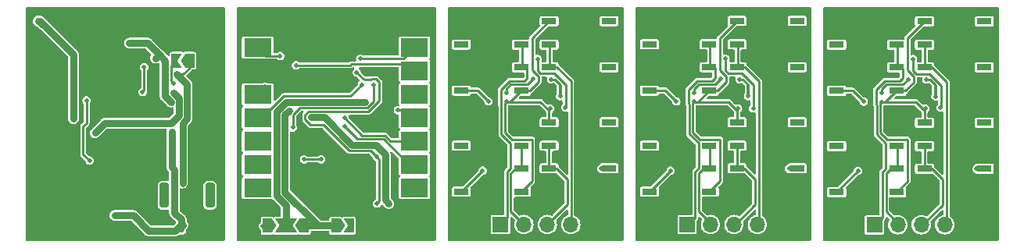
<source format=gbr>
%TF.GenerationSoftware,KiCad,Pcbnew,7.0.5*%
%TF.CreationDate,2024-05-30T09:30:07-05:00*%
%TF.ProjectId,wrist_ems_12_electrodes,77726973-745f-4656-9d73-5f31325f656c,rev?*%
%TF.SameCoordinates,Original*%
%TF.FileFunction,Copper,L2,Bot*%
%TF.FilePolarity,Positive*%
%FSLAX46Y46*%
G04 Gerber Fmt 4.6, Leading zero omitted, Abs format (unit mm)*
G04 Created by KiCad (PCBNEW 7.0.5) date 2024-05-30 09:30:07*
%MOMM*%
%LPD*%
G01*
G04 APERTURE LIST*
G04 Aperture macros list*
%AMRoundRect*
0 Rectangle with rounded corners*
0 $1 Rounding radius*
0 $2 $3 $4 $5 $6 $7 $8 $9 X,Y pos of 4 corners*
0 Add a 4 corners polygon primitive as box body*
4,1,4,$2,$3,$4,$5,$6,$7,$8,$9,$2,$3,0*
0 Add four circle primitives for the rounded corners*
1,1,$1+$1,$2,$3*
1,1,$1+$1,$4,$5*
1,1,$1+$1,$6,$7*
1,1,$1+$1,$8,$9*
0 Add four rect primitives between the rounded corners*
20,1,$1+$1,$2,$3,$4,$5,0*
20,1,$1+$1,$4,$5,$6,$7,0*
20,1,$1+$1,$6,$7,$8,$9,0*
20,1,$1+$1,$8,$9,$2,$3,0*%
%AMFreePoly0*
4,1,6,1.000000,0.000000,0.500000,-0.750000,-0.500000,-0.750000,-0.500000,0.750000,0.500000,0.750000,1.000000,0.000000,1.000000,0.000000,$1*%
%AMFreePoly1*
4,1,6,0.500000,-0.750000,-0.650000,-0.750000,-0.150000,0.000000,-0.650000,0.750000,0.500000,0.750000,0.500000,-0.750000,0.500000,-0.750000,$1*%
%AMFreePoly2*
4,1,7,0.700000,0.000000,1.200000,-0.750000,-1.200000,-0.750000,-0.700000,0.000000,-1.200000,0.750000,1.200000,0.750000,0.700000,0.000000,0.700000,0.000000,$1*%
G04 Aperture macros list end*
%TA.AperFunction,ComponentPad*%
%ADD10R,1.700000X1.700000*%
%TD*%
%TA.AperFunction,ComponentPad*%
%ADD11O,1.700000X1.700000*%
%TD*%
%TA.AperFunction,SMDPad,CuDef*%
%ADD12R,1.650000X0.700000*%
%TD*%
%TA.AperFunction,SMDPad,CuDef*%
%ADD13FreePoly0,0.000000*%
%TD*%
%TA.AperFunction,SMDPad,CuDef*%
%ADD14FreePoly1,0.000000*%
%TD*%
%TA.AperFunction,SMDPad,CuDef*%
%ADD15FreePoly0,180.000000*%
%TD*%
%TA.AperFunction,SMDPad,CuDef*%
%ADD16FreePoly1,180.000000*%
%TD*%
%TA.AperFunction,SMDPad,CuDef*%
%ADD17RoundRect,0.150000X-0.150000X-0.700000X0.150000X-0.700000X0.150000X0.700000X-0.150000X0.700000X0*%
%TD*%
%TA.AperFunction,SMDPad,CuDef*%
%ADD18RoundRect,0.250000X-0.250000X-1.100000X0.250000X-1.100000X0.250000X1.100000X-0.250000X1.100000X0*%
%TD*%
%TA.AperFunction,SMDPad,CuDef*%
%ADD19R,3.000000X2.000000*%
%TD*%
%TA.AperFunction,SMDPad,CuDef*%
%ADD20FreePoly2,180.000000*%
%TD*%
%TA.AperFunction,ViaPad*%
%ADD21C,0.500000*%
%TD*%
%TA.AperFunction,Conductor*%
%ADD22C,0.250000*%
%TD*%
%TA.AperFunction,Conductor*%
%ADD23C,0.750000*%
%TD*%
G04 APERTURE END LIST*
D10*
%TO.P,J10,1,Pin_1*%
%TO.N,/SR_PhotoSW_4ch_out2/CH1*%
X170688000Y-99847400D03*
D11*
%TO.P,J10,2,Pin_2*%
%TO.N,/SR_PhotoSW_4ch_out2/CH2*%
X173228000Y-99847400D03*
%TO.P,J10,3,Pin_3*%
%TO.N,/SR_PhotoSW_4ch_out2/CH3*%
X175768000Y-99847400D03*
%TO.P,J10,4,Pin_4*%
%TO.N,/SR_PhotoSW_4ch_out2/CH4*%
X178308000Y-99847400D03*
%TD*%
D10*
%TO.P,J8,1,Pin_1*%
%TO.N,/SR_PhotoSW_4ch_out/CH1*%
X130175000Y-99822000D03*
D11*
%TO.P,J8,2,Pin_2*%
%TO.N,/SR_PhotoSW_4ch_out/CH2*%
X132715000Y-99822000D03*
%TO.P,J8,3,Pin_3*%
%TO.N,/SR_PhotoSW_4ch_out/CH3*%
X135255000Y-99822000D03*
%TO.P,J8,4,Pin_4*%
%TO.N,/SR_PhotoSW_4ch_out/CH4*%
X137795000Y-99822000D03*
%TD*%
D10*
%TO.P,J9,1,Pin_1*%
%TO.N,/SR_PhotoSW_4ch_out1/CH1*%
X150393400Y-99822000D03*
D11*
%TO.P,J9,2,Pin_2*%
%TO.N,/SR_PhotoSW_4ch_out1/CH2*%
X152933400Y-99822000D03*
%TO.P,J9,3,Pin_3*%
%TO.N,/SR_PhotoSW_4ch_out1/CH3*%
X155473400Y-99822000D03*
%TO.P,J9,4,Pin_4*%
%TO.N,/SR_PhotoSW_4ch_out1/CH4*%
X158013400Y-99822000D03*
%TD*%
D12*
%TO.P,IC13,1,A*%
%TO.N,Net-(IC13-A)*%
X162306000Y-88724000D03*
%TO.P,IC13,2,K*%
%TO.N,sw2_gnd*%
X162306000Y-91264000D03*
%TO.P,IC13,3,E*%
%TO.N,/SR_PhotoSW_4ch_out1/CH3*%
X155806000Y-91264000D03*
%TO.P,IC13,4,C*%
%TO.N,sw2_vcc*%
X155806000Y-88724000D03*
%TD*%
%TO.P,IC16,1,A*%
%TO.N,Net-(IC16-A)*%
X162306000Y-82724000D03*
%TO.P,IC16,2,K*%
%TO.N,sw2_gnd*%
X162306000Y-85264000D03*
%TO.P,IC16,3,E*%
X155806000Y-85264000D03*
%TO.P,IC16,4,C*%
%TO.N,/SR_PhotoSW_4ch_out1/CH4*%
X155806000Y-82724000D03*
%TD*%
%TO.P,IC6,1,A*%
%TO.N,Net-(IC6-A)*%
X141950000Y-93730000D03*
%TO.P,IC6,2,K*%
%TO.N,sw1_gnd*%
X141950000Y-96270000D03*
%TO.P,IC6,3,E*%
X135450000Y-96270000D03*
%TO.P,IC6,4,C*%
%TO.N,/SR_PhotoSW_4ch_out/CH3*%
X135450000Y-93730000D03*
%TD*%
%TO.P,IC9,1,A*%
%TO.N,Net-(IC9-A)*%
X146306000Y-85264000D03*
%TO.P,IC9,2,K*%
%TO.N,sw2_gnd*%
X146306000Y-82724000D03*
%TO.P,IC9,3,E*%
%TO.N,/SR_PhotoSW_4ch_out1/CH1*%
X152806000Y-82724000D03*
%TO.P,IC9,4,C*%
%TO.N,sw2_vcc*%
X152806000Y-85264000D03*
%TD*%
%TO.P,IC18,1,A*%
%TO.N,Net-(IC18-A)*%
X166600600Y-80289400D03*
%TO.P,IC18,2,K*%
%TO.N,sw3_gnd*%
X166600600Y-77749400D03*
%TO.P,IC18,3,E*%
X173100600Y-77749400D03*
%TO.P,IC18,4,C*%
%TO.N,/SR_PhotoSW_4ch_out2/CH1*%
X173100600Y-80289400D03*
%TD*%
D13*
%TO.P,JP1,1,A*%
%TO.N,100V*%
X112342000Y-99949000D03*
D14*
%TO.P,JP1,2,B*%
%TO.N,/vol_to_curr/100V*%
X113792000Y-99949000D03*
%TD*%
D12*
%TO.P,IC15,1,A*%
%TO.N,Net-(IC15-A)*%
X162306000Y-77724000D03*
%TO.P,IC15,2,K*%
%TO.N,sw2_gnd*%
X162306000Y-80264000D03*
%TO.P,IC15,3,E*%
%TO.N,/SR_PhotoSW_4ch_out1/CH4*%
X155806000Y-80264000D03*
%TO.P,IC15,4,C*%
%TO.N,sw2_vcc*%
X155806000Y-77724000D03*
%TD*%
D15*
%TO.P,JP3,1,A*%
%TO.N,dcdc_3V3*%
X96508400Y-82016600D03*
D16*
%TO.P,JP3,2,B*%
%TO.N,dcdc_EN_5V*%
X95058400Y-82016600D03*
%TD*%
D12*
%TO.P,IC5,1,A*%
%TO.N,Net-(IC5-A)*%
X141950000Y-88730000D03*
%TO.P,IC5,2,K*%
%TO.N,sw1_gnd*%
X141950000Y-91270000D03*
%TO.P,IC5,3,E*%
%TO.N,/SR_PhotoSW_4ch_out/CH3*%
X135450000Y-91270000D03*
%TO.P,IC5,4,C*%
%TO.N,sw1_vcc*%
X135450000Y-88730000D03*
%TD*%
%TO.P,IC14,1,A*%
%TO.N,Net-(IC14-A)*%
X162306000Y-93724000D03*
%TO.P,IC14,2,K*%
%TO.N,sw2_gnd*%
X162306000Y-96264000D03*
%TO.P,IC14,3,E*%
X155806000Y-96264000D03*
%TO.P,IC14,4,C*%
%TO.N,/SR_PhotoSW_4ch_out1/CH3*%
X155806000Y-93724000D03*
%TD*%
%TO.P,IC8,1,A*%
%TO.N,Net-(IC8-A)*%
X141950000Y-82730000D03*
%TO.P,IC8,2,K*%
%TO.N,sw1_gnd*%
X141950000Y-85270000D03*
%TO.P,IC8,3,E*%
X135450000Y-85270000D03*
%TO.P,IC8,4,C*%
%TO.N,/SR_PhotoSW_4ch_out/CH4*%
X135450000Y-82730000D03*
%TD*%
%TO.P,IC11,1,A*%
%TO.N,Net-(IC11-A)*%
X146306000Y-96264000D03*
%TO.P,IC11,2,K*%
%TO.N,sw2_gnd*%
X146306000Y-93724000D03*
%TO.P,IC11,3,E*%
%TO.N,/SR_PhotoSW_4ch_out1/CH2*%
X152806000Y-93724000D03*
%TO.P,IC11,4,C*%
%TO.N,sw2_vcc*%
X152806000Y-96264000D03*
%TD*%
%TO.P,IC1,1,A*%
%TO.N,Net-(IC1-A)*%
X125950000Y-85270000D03*
%TO.P,IC1,2,K*%
%TO.N,sw1_gnd*%
X125950000Y-82730000D03*
%TO.P,IC1,3,E*%
%TO.N,/SR_PhotoSW_4ch_out/CH1*%
X132450000Y-82730000D03*
%TO.P,IC1,4,C*%
%TO.N,sw1_vcc*%
X132450000Y-85270000D03*
%TD*%
D17*
%TO.P,J1,1,Pin_1*%
%TO.N,Vbat*%
X95615600Y-99843200D03*
%TO.P,J1,2,Pin_2*%
%TO.N,GNDA*%
X96865600Y-99843200D03*
D18*
%TO.P,J1,MP*%
%TO.N,N/C*%
X93765600Y-96643200D03*
X98715600Y-96643200D03*
%TD*%
D12*
%TO.P,IC4,1,A*%
%TO.N,Net-(IC4-A)*%
X125950000Y-91270000D03*
%TO.P,IC4,2,K*%
%TO.N,sw1_gnd*%
X125950000Y-88730000D03*
%TO.P,IC4,3,E*%
X132450000Y-88730000D03*
%TO.P,IC4,4,C*%
%TO.N,/SR_PhotoSW_4ch_out/CH2*%
X132450000Y-91270000D03*
%TD*%
%TO.P,IC2,1,A*%
%TO.N,Net-(IC2-A)*%
X125950000Y-80270000D03*
%TO.P,IC2,2,K*%
%TO.N,sw1_gnd*%
X125950000Y-77730000D03*
%TO.P,IC2,3,E*%
X132450000Y-77730000D03*
%TO.P,IC2,4,C*%
%TO.N,/SR_PhotoSW_4ch_out/CH1*%
X132450000Y-80270000D03*
%TD*%
%TO.P,IC23,1,A*%
%TO.N,Net-(IC23-A)*%
X182600600Y-77749400D03*
%TO.P,IC23,2,K*%
%TO.N,sw3_gnd*%
X182600600Y-80289400D03*
%TO.P,IC23,3,E*%
%TO.N,/SR_PhotoSW_4ch_out2/CH4*%
X176100600Y-80289400D03*
%TO.P,IC23,4,C*%
%TO.N,sw3_vcc*%
X176100600Y-77749400D03*
%TD*%
%TO.P,IC10,1,A*%
%TO.N,Net-(IC10-A)*%
X146306000Y-80264000D03*
%TO.P,IC10,2,K*%
%TO.N,sw2_gnd*%
X146306000Y-77724000D03*
%TO.P,IC10,3,E*%
X152806000Y-77724000D03*
%TO.P,IC10,4,C*%
%TO.N,/SR_PhotoSW_4ch_out1/CH1*%
X152806000Y-80264000D03*
%TD*%
%TO.P,IC21,1,A*%
%TO.N,Net-(IC21-A)*%
X182600600Y-88749400D03*
%TO.P,IC21,2,K*%
%TO.N,sw3_gnd*%
X182600600Y-91289400D03*
%TO.P,IC21,3,E*%
%TO.N,/SR_PhotoSW_4ch_out2/CH3*%
X176100600Y-91289400D03*
%TO.P,IC21,4,C*%
%TO.N,sw3_vcc*%
X176100600Y-88749400D03*
%TD*%
%TO.P,IC20,1,A*%
%TO.N,Net-(IC20-A)*%
X166600600Y-91289400D03*
%TO.P,IC20,2,K*%
%TO.N,sw3_gnd*%
X166600600Y-88749400D03*
%TO.P,IC20,3,E*%
X173100600Y-88749400D03*
%TO.P,IC20,4,C*%
%TO.N,/SR_PhotoSW_4ch_out2/CH2*%
X173100600Y-91289400D03*
%TD*%
%TO.P,IC24,1,A*%
%TO.N,Net-(IC24-A)*%
X182600600Y-82749400D03*
%TO.P,IC24,2,K*%
%TO.N,sw3_gnd*%
X182600600Y-85289400D03*
%TO.P,IC24,3,E*%
X176100600Y-85289400D03*
%TO.P,IC24,4,C*%
%TO.N,/SR_PhotoSW_4ch_out2/CH4*%
X176100600Y-82749400D03*
%TD*%
D19*
%TO.P,U2,1,PA02_A0_D0*%
%TO.N,CUR_vol_lp*%
X120877000Y-80592015D03*
%TO.P,U2,2,PA4_A1_D1*%
%TO.N,bat_vol*%
X120877000Y-83132015D03*
%TO.P,U2,3,PA10_A2_D2*%
%TO.N,RCK*%
X120877000Y-85672015D03*
%TO.P,U2,4,PA11_A3_D3*%
%TO.N,DI*%
X120877000Y-88212015D03*
%TO.P,U2,5,PA8_A4_D4_SDA*%
%TO.N,DAC_SDA*%
X120877000Y-90752015D03*
%TO.P,U2,6,PA9_A5_D5_SCL*%
%TO.N,DAC_SCL*%
X120877000Y-93292015D03*
%TO.P,U2,7,PB08_A6_D6_TX*%
%TO.N,unconnected-(U2-PB08_A6_D6_TX-Pad7)*%
X120877000Y-95832015D03*
%TO.P,U2,8,PB09_A7_D7_RX*%
%TO.N,EN_5V*%
X103877000Y-95832015D03*
%TO.P,U2,9,PA7_A8_D8_SCK*%
%TO.N,SCK*%
X103877000Y-93292015D03*
%TO.P,U2,10,PA5_A9_D9_MISO*%
%TO.N,unconnected-(U2-PA5_A9_D9_MISO-Pad10)*%
X103877000Y-90752015D03*
%TO.P,U2,11,PA6_A10_D10_MOSI*%
%TO.N,CLR*%
X103877000Y-88212015D03*
%TO.P,U2,12,3V3*%
%TO.N,3V3*%
X103877000Y-85672015D03*
%TO.P,U2,13,GND*%
%TO.N,GND*%
X103877000Y-83132015D03*
%TO.P,U2,14,5V*%
%TO.N,usb_5V*%
X103877000Y-80592015D03*
%TD*%
D12*
%TO.P,IC17,1,A*%
%TO.N,Net-(IC17-A)*%
X166600600Y-85289400D03*
%TO.P,IC17,2,K*%
%TO.N,sw3_gnd*%
X166600600Y-82749400D03*
%TO.P,IC17,3,E*%
%TO.N,/SR_PhotoSW_4ch_out2/CH1*%
X173100600Y-82749400D03*
%TO.P,IC17,4,C*%
%TO.N,sw3_vcc*%
X173100600Y-85289400D03*
%TD*%
%TO.P,IC3,1,A*%
%TO.N,Net-(IC3-A)*%
X125950000Y-96270000D03*
%TO.P,IC3,2,K*%
%TO.N,sw1_gnd*%
X125950000Y-93730000D03*
%TO.P,IC3,3,E*%
%TO.N,/SR_PhotoSW_4ch_out/CH2*%
X132450000Y-93730000D03*
%TO.P,IC3,4,C*%
%TO.N,sw1_vcc*%
X132450000Y-96270000D03*
%TD*%
%TO.P,IC12,1,A*%
%TO.N,Net-(IC12-A)*%
X146306000Y-91264000D03*
%TO.P,IC12,2,K*%
%TO.N,sw2_gnd*%
X146306000Y-88724000D03*
%TO.P,IC12,3,E*%
X152806000Y-88724000D03*
%TO.P,IC12,4,C*%
%TO.N,/SR_PhotoSW_4ch_out1/CH2*%
X152806000Y-91264000D03*
%TD*%
%TO.P,IC19,1,A*%
%TO.N,Net-(IC19-A)*%
X166600600Y-96289400D03*
%TO.P,IC19,2,K*%
%TO.N,sw3_gnd*%
X166600600Y-93749400D03*
%TO.P,IC19,3,E*%
%TO.N,/SR_PhotoSW_4ch_out2/CH2*%
X173100600Y-93749400D03*
%TO.P,IC19,4,C*%
%TO.N,sw3_vcc*%
X173100600Y-96289400D03*
%TD*%
%TO.P,IC7,1,A*%
%TO.N,Net-(IC7-A)*%
X141950000Y-77730000D03*
%TO.P,IC7,2,K*%
%TO.N,sw1_gnd*%
X141950000Y-80270000D03*
%TO.P,IC7,3,E*%
%TO.N,/SR_PhotoSW_4ch_out/CH4*%
X135450000Y-80270000D03*
%TO.P,IC7,4,C*%
%TO.N,sw1_vcc*%
X135450000Y-77730000D03*
%TD*%
%TO.P,IC22,1,A*%
%TO.N,Net-(IC22-A)*%
X182600600Y-93749400D03*
%TO.P,IC22,2,K*%
%TO.N,sw3_gnd*%
X182600600Y-96289400D03*
%TO.P,IC22,3,E*%
X176100600Y-96289400D03*
%TO.P,IC22,4,C*%
%TO.N,/SR_PhotoSW_4ch_out2/CH3*%
X176100600Y-93749400D03*
%TD*%
D15*
%TO.P,JP2,1,A*%
%TO.N,100V*%
X108934000Y-99949000D03*
D20*
%TO.P,JP2,2,C*%
%TO.N,Vcc*%
X106934000Y-99949000D03*
D13*
%TO.P,JP2,3,B*%
%TO.N,CUR_OUT*%
X104934000Y-99949000D03*
%TD*%
D21*
%TO.N,EN_5V*%
X103860600Y-95808800D03*
%TO.N,GND*%
X111353600Y-84201000D03*
X110413800Y-81915000D03*
%TO.N,bat_vol*%
X108026200Y-82524600D03*
%TO.N,CUR_vol_lp*%
X114985800Y-81813400D03*
%TO.N,Net-(IC25--INB)*%
X114604800Y-83312000D03*
%TO.N,SCK*%
X116455000Y-84632800D03*
X107721400Y-89281000D03*
%TO.N,usb_5V*%
X106324400Y-81508600D03*
%TO.N,CLR*%
X115163600Y-84632800D03*
%TO.N,3V3*%
X104749600Y-86385400D03*
%TO.N,5V*%
X109651800Y-88176800D03*
%TO.N,GND*%
X103877000Y-83132015D03*
X102641400Y-82397600D03*
X118934708Y-94751833D03*
X105105200Y-82397600D03*
X110921800Y-90246200D03*
X116437500Y-94312500D03*
X106426000Y-80492600D03*
X118710000Y-90130000D03*
X107899200Y-92735400D03*
X110388400Y-83134200D03*
X118541800Y-80492600D03*
X102641400Y-83870800D03*
X121920000Y-98840000D03*
X118846600Y-86004400D03*
X107899200Y-80492600D03*
X107873800Y-94056200D03*
X116713000Y-80518000D03*
X118592600Y-83108800D03*
X116636800Y-89154000D03*
X110150000Y-91425000D03*
%TO.N,dcdc_5V*%
X83925000Y-88312500D03*
X80111600Y-77724000D03*
X86271700Y-89865803D03*
X94750000Y-85500000D03*
%TO.N,bat_vol*%
X120877000Y-83132015D03*
%TO.N,RCK*%
X120877000Y-85672015D03*
%TO.N,DI*%
X119060000Y-87410000D03*
%TO.N,sw1_gnd*%
X129641600Y-90703400D03*
X126238000Y-77085000D03*
X138633200Y-80543400D03*
X133529000Y-77085000D03*
X142748000Y-95427800D03*
X132513000Y-78482000D03*
X134797800Y-85928200D03*
X125349000Y-89482000D03*
X131116000Y-78482000D03*
X134518400Y-92481400D03*
X135839200Y-85902800D03*
X132461000Y-83591400D03*
X125349000Y-94435000D03*
X125401000Y-78482000D03*
X125401000Y-77085000D03*
X141122400Y-95402400D03*
X141147800Y-85826600D03*
X142773400Y-84734400D03*
X125401000Y-83435000D03*
X142748000Y-80822800D03*
X142773400Y-90728800D03*
X142773400Y-91795600D03*
X142773400Y-85801200D03*
X142773400Y-97129600D03*
X141173200Y-84753702D03*
X133705600Y-87909400D03*
X131267200Y-88798400D03*
X141122400Y-97129600D03*
X126619000Y-93038000D03*
X126238000Y-88085000D03*
X126244098Y-78486000D03*
X142748000Y-79756000D03*
X133680200Y-89636600D03*
X130022600Y-93624400D03*
X126544000Y-83435000D03*
X131267200Y-87884000D03*
X126238000Y-89482000D03*
X136296202Y-95986600D03*
X131116000Y-77085000D03*
X125349000Y-93038000D03*
X141122400Y-80848200D03*
X141173200Y-90748102D03*
X126544000Y-82165000D03*
X141147800Y-91821000D03*
X133529000Y-78482000D03*
X134620000Y-94589600D03*
X125401000Y-82165000D03*
X125349000Y-88085000D03*
X126619000Y-94435000D03*
X132513000Y-77085000D03*
X129641600Y-87807800D03*
X137160000Y-80492600D03*
%TO.N,sw1_vcc*%
X135559800Y-87223600D03*
X130810000Y-86487000D03*
%TO.N,sw2_gnd*%
X145757000Y-83429000D03*
X145705000Y-94429000D03*
X157516000Y-80486600D03*
X163129400Y-85795200D03*
X149997600Y-87801800D03*
X151472000Y-77079000D03*
X156195200Y-85896800D03*
X163129400Y-97123600D03*
X153885000Y-78476000D03*
X145705000Y-89476000D03*
X163104000Y-79750000D03*
X152869000Y-78476000D03*
X150378600Y-93618400D03*
X161478400Y-80842200D03*
X163129400Y-90722800D03*
X145757000Y-82159000D03*
X161529200Y-84747702D03*
X146594000Y-88079000D03*
X146975000Y-93032000D03*
X145757000Y-77079000D03*
X154061600Y-87903400D03*
X154874400Y-92475400D03*
X151623200Y-88792400D03*
X158989200Y-80537400D03*
X161478400Y-97123600D03*
X155153800Y-85922200D03*
X152817000Y-83585400D03*
X154036200Y-89630600D03*
X156652202Y-95980600D03*
X163104000Y-95421800D03*
X161503800Y-85820600D03*
X152869000Y-77079000D03*
X146583400Y-78476000D03*
X151623200Y-87878000D03*
X161503800Y-91815000D03*
X149997600Y-90697400D03*
X163129400Y-84728400D03*
X146900000Y-83429000D03*
X154976000Y-94583600D03*
X145705000Y-93032000D03*
X161478400Y-95396400D03*
X151472000Y-78476000D03*
X146900000Y-82159000D03*
X146975000Y-94429000D03*
X145757000Y-78476000D03*
X146583400Y-77079000D03*
X163104000Y-80816800D03*
X146594000Y-89476000D03*
X163129400Y-91789600D03*
X145705000Y-88079000D03*
X153885000Y-77079000D03*
%TO.N,sw2_vcc*%
X155915800Y-87217600D03*
X151166000Y-86481000D03*
%TO.N,sw3_gnd*%
X171917800Y-87903400D03*
X183398600Y-80842200D03*
X183398600Y-79775400D03*
X165999600Y-89501400D03*
X181823800Y-84773102D03*
X166888600Y-88104400D03*
X170292200Y-87827200D03*
X175169000Y-92500800D03*
X166051600Y-78501400D03*
X183398600Y-95447200D03*
X183424000Y-90748200D03*
X176489800Y-85922200D03*
X176946802Y-96006000D03*
X183424000Y-85820600D03*
X174179600Y-78501400D03*
X175270600Y-94609000D03*
X165999600Y-88104400D03*
X166051600Y-77104400D03*
X183424000Y-97149000D03*
X166888600Y-89501400D03*
X181773000Y-95421800D03*
X183424000Y-84753800D03*
X165999600Y-94454400D03*
X175448400Y-85947600D03*
X167194600Y-82184400D03*
X166051600Y-82184400D03*
X181798400Y-85846000D03*
X174356200Y-87928800D03*
X166878000Y-78511400D03*
X166878000Y-77114400D03*
X171766600Y-78501400D03*
X173163600Y-78501400D03*
X171917800Y-88817800D03*
X181773000Y-80867600D03*
X174179600Y-77104400D03*
X167269600Y-94454400D03*
X167269600Y-93057400D03*
X170292200Y-90722800D03*
X173111600Y-83610800D03*
X167194600Y-83454400D03*
X166051600Y-83454400D03*
X181773000Y-97149000D03*
X177810600Y-80512000D03*
X170673200Y-93643800D03*
X173163600Y-77104400D03*
X171766600Y-77104400D03*
X183424000Y-91815000D03*
X165999600Y-93057400D03*
X181798400Y-91840400D03*
X179283800Y-80562800D03*
X174330800Y-89656000D03*
%TO.N,sw3_vcc*%
X176210400Y-87243000D03*
X171460600Y-86506400D03*
%TO.N,sw1_clr*%
X137227412Y-87107363D03*
X134213600Y-81838800D03*
%TO.N,sw1_sck*%
X135661400Y-84048600D03*
X136638955Y-85883795D03*
%TO.N,sw1_5v*%
X130810442Y-85500000D03*
X133680200Y-84023200D03*
%TO.N,sw2_clr*%
X157559833Y-87223600D03*
X154569600Y-81832800D03*
%TO.N,sw2_sck*%
X156994955Y-85877795D03*
X156083000Y-84048600D03*
%TO.N,sw2_5v*%
X154036200Y-84017200D03*
X151166442Y-85494000D03*
%TO.N,sw3_clr*%
X177866422Y-87132308D03*
X174864200Y-81858200D03*
%TO.N,sw3_sck*%
X177289555Y-85903195D03*
X176301400Y-84074000D03*
%TO.N,sw3_5v*%
X174330800Y-84042600D03*
X171461042Y-85519400D03*
%TO.N,Vcc*%
X115493800Y-86498600D03*
%TO.N,CUR_OUT*%
X104444800Y-99974400D03*
%TO.N,dcdc_100V*%
X89975000Y-80112500D03*
X94488000Y-86512400D03*
X92811600Y-81762600D03*
%TO.N,Vbat*%
X88428292Y-98831400D03*
X94590700Y-93583100D03*
X94589600Y-89712800D03*
X95824762Y-99877837D03*
%TO.N,dcdc_3V3*%
X95746000Y-95314200D03*
X95115059Y-83500000D03*
%TO.N,/vol_to_curr/CUR_vol*%
X108906545Y-92751216D03*
X110759449Y-92735400D03*
%TO.N,5V*%
X118085000Y-97552000D03*
%TO.N,100V*%
X107263793Y-87452200D03*
%TO.N,3V3*%
X104680508Y-84868508D03*
%TO.N,SCK*%
X103877000Y-93292015D03*
%TO.N,dcdc_EN_5V*%
X94750000Y-84500000D03*
%TO.N,DAC_SDA*%
X113284000Y-88239600D03*
%TO.N,DAC_SCL*%
X113284000Y-89154000D03*
%TO.N,GNDA*%
X98145600Y-100838000D03*
X85242400Y-98831400D03*
X97155000Y-98094800D03*
X92786200Y-82737100D03*
X94591798Y-99454400D03*
X90762500Y-83187500D03*
X92735400Y-83693000D03*
X87655400Y-81169700D03*
X91871800Y-86563200D03*
X90424000Y-100050600D03*
X80962500Y-90650000D03*
X95478600Y-80492600D03*
X89052400Y-87680800D03*
X87401400Y-83667600D03*
X87457800Y-92862500D03*
X97358200Y-96799400D03*
X92727400Y-84632800D03*
X88493600Y-83667600D03*
X83591400Y-100304600D03*
X92858500Y-79629000D03*
X88493600Y-84607400D03*
X88061800Y-95072200D03*
X99551500Y-91643200D03*
X87982500Y-92379900D03*
X90093800Y-95072200D03*
X88481430Y-85560077D03*
X86408900Y-81051400D03*
X80975000Y-88312500D03*
X89387500Y-83212500D03*
X91109800Y-90373200D03*
X94005400Y-80492600D03*
X92430600Y-92633800D03*
X81881600Y-77724000D03*
X88439492Y-97163559D03*
X90787500Y-82250000D03*
X92837000Y-77597000D03*
X87401400Y-84582000D03*
X80962500Y-92990000D03*
X99500500Y-93624400D03*
X89019000Y-89966800D03*
X87401400Y-85598000D03*
%TO.N,/vol_to_curr/100V*%
X114018700Y-100101400D03*
%TO.N,Net-(IC1-A)*%
X128879600Y-86461600D03*
%TO.N,Net-(IC2-A)*%
X125950000Y-80270000D03*
%TO.N,Net-(IC3-A)*%
X128255000Y-93965000D03*
%TO.N,Net-(IC4-A)*%
X125950000Y-91270000D03*
%TO.N,Net-(IC5-A)*%
X141950000Y-88730000D03*
%TO.N,Net-(IC6-A)*%
X141097000Y-93751400D03*
%TO.N,Net-(IC7-A)*%
X141950000Y-77730000D03*
%TO.N,Net-(IC8-A)*%
X141950000Y-82730000D03*
%TO.N,Net-(IC9-A)*%
X149235600Y-86455600D03*
%TO.N,Net-(IC10-A)*%
X146306000Y-80264000D03*
%TO.N,Net-(IC11-A)*%
X148611000Y-93959000D03*
%TO.N,Net-(IC12-A)*%
X146306000Y-91264000D03*
%TO.N,Net-(IC13-A)*%
X162306000Y-88724000D03*
%TO.N,Net-(IC14-A)*%
X161453000Y-93745400D03*
%TO.N,Net-(IC15-A)*%
X162306000Y-77724000D03*
%TO.N,Net-(IC16-A)*%
X162306000Y-82724000D03*
%TO.N,Net-(IC17-A)*%
X169530200Y-86481000D03*
%TO.N,Net-(IC18-A)*%
X166600600Y-80289400D03*
%TO.N,Net-(IC19-A)*%
X168905600Y-93984400D03*
%TO.N,Net-(IC20-A)*%
X166600600Y-91289400D03*
%TO.N,Net-(IC21-A)*%
X182600600Y-88749400D03*
%TO.N,Net-(IC22-A)*%
X181747600Y-93770800D03*
%TO.N,Net-(IC23-A)*%
X182600600Y-77749400D03*
%TO.N,Net-(IC24-A)*%
X182600600Y-82749400D03*
%TO.N,Net-(IC25--INB)*%
X116815000Y-97552000D03*
X116790000Y-92490000D03*
%TO.N,Net-(U6-~{SHDN}{slash}UVLO)*%
X85681200Y-92881800D03*
X85344000Y-86334600D03*
%TO.N,Net-(U6-FBX)*%
X91420677Y-85418777D03*
X91587800Y-82727800D03*
%TD*%
D22*
%TO.N,EN_5V*%
X103877000Y-95825200D02*
X103860600Y-95808800D01*
X103877000Y-95832015D02*
X103877000Y-95825200D01*
%TO.N,SCK*%
X116455000Y-86440200D02*
X116455000Y-84632800D01*
X115755800Y-87139400D02*
X116455000Y-86440200D01*
X108463305Y-87139400D02*
X115755800Y-87139400D01*
X107721400Y-87881305D02*
X108463305Y-87139400D01*
X107721400Y-89281000D02*
X107721400Y-87881305D01*
%TO.N,Net-(IC25--INB)*%
X116105000Y-91805000D02*
X116790000Y-92490000D01*
X113839135Y-91805000D02*
X116105000Y-91805000D01*
X111053135Y-89019000D02*
X113839135Y-91805000D01*
X109024800Y-88436512D02*
X109607288Y-89019000D01*
X112594200Y-87549800D02*
X109392088Y-87549800D01*
X115849158Y-87579200D02*
X112623600Y-87579200D01*
X117060000Y-86368358D02*
X115849158Y-87579200D01*
X117060000Y-84370200D02*
X117060000Y-86368358D01*
X116717600Y-84027800D02*
X117060000Y-84370200D01*
X112623600Y-87579200D02*
X112594200Y-87549800D01*
X116204400Y-84027800D02*
X116717600Y-84027800D01*
X116183600Y-84048600D02*
X116204400Y-84027800D01*
X115414200Y-84027800D02*
X115435000Y-84048600D01*
X109392088Y-87549800D02*
X109024800Y-87917088D01*
X115320600Y-84027800D02*
X115414200Y-84027800D01*
X109024800Y-87917088D02*
X109024800Y-88436512D01*
X114604800Y-83312000D02*
X115320600Y-84027800D01*
X109607288Y-89019000D02*
X111053135Y-89019000D01*
X115435000Y-84048600D02*
X116183600Y-84048600D01*
%TO.N,bat_vol*%
X113893600Y-82524600D02*
X113969800Y-82448400D01*
X113969800Y-82448400D02*
X113999800Y-82418400D01*
X108026200Y-82524600D02*
X113893600Y-82524600D01*
X120163385Y-82418400D02*
X120877000Y-83132015D01*
X113999800Y-82418400D02*
X120163385Y-82418400D01*
%TO.N,CLR*%
X113911000Y-85885400D02*
X106703615Y-85885400D01*
X115163600Y-84632800D02*
X113911000Y-85885400D01*
X106703615Y-85885400D02*
X104377000Y-88212015D01*
X104377000Y-88212015D02*
X103877000Y-88212015D01*
%TO.N,CUR_vol_lp*%
X114985800Y-81813400D02*
X114992185Y-81807015D01*
X114992185Y-81807015D02*
X119662000Y-81807015D01*
X119662000Y-81807015D02*
X120877000Y-80592015D01*
D23*
%TO.N,5V*%
X117689500Y-97156500D02*
X118085000Y-97552000D01*
X117689500Y-92180347D02*
X117689500Y-97156500D01*
X116687153Y-91178000D02*
X117689500Y-92180347D01*
X111097647Y-88176800D02*
X114098847Y-91178000D01*
X109651800Y-88176800D02*
X111097647Y-88176800D01*
X114098847Y-91178000D02*
X116687153Y-91178000D01*
%TO.N,Vcc*%
X106934000Y-97690666D02*
X106934000Y-99949000D01*
X105952000Y-87523727D02*
X105952000Y-96708665D01*
X105952000Y-96708665D02*
X106934000Y-97690666D01*
X115493800Y-86498600D02*
X115480000Y-86512400D01*
X115480000Y-86512400D02*
X106963327Y-86512400D01*
X106963327Y-86512400D02*
X105952000Y-87523727D01*
%TO.N,100V*%
X107263793Y-87452200D02*
X106829000Y-87886993D01*
X106829000Y-87886993D02*
X106829000Y-96345400D01*
D22*
%TO.N,usb_5V*%
X104793585Y-81508600D02*
X106324400Y-81508600D01*
X103877000Y-80592015D02*
X104793585Y-81508600D01*
%TO.N,/SR_PhotoSW_4ch_out/CH1*%
X132955000Y-82730000D02*
X133075200Y-82850200D01*
X131267200Y-90982558D02*
X130280600Y-89995958D01*
X130923000Y-99074000D02*
X130923000Y-94095841D01*
X131267200Y-93751641D02*
X131267200Y-90982558D01*
X132774200Y-84218000D02*
X133075200Y-83917000D01*
X130205000Y-85156842D02*
X131143842Y-84218000D01*
X131143842Y-84218000D02*
X132774200Y-84218000D01*
X132536000Y-80344000D02*
X132536000Y-82804000D01*
X130923000Y-94095841D02*
X131267200Y-93751641D01*
X130280600Y-86813200D02*
X130205000Y-86737600D01*
X130175000Y-99822000D02*
X130923000Y-99074000D01*
X133075200Y-83917000D02*
X133075200Y-82850200D01*
X132450000Y-82730000D02*
X132955000Y-82730000D01*
X130280600Y-89995958D02*
X130280600Y-86813200D01*
X130205000Y-86737600D02*
X130205000Y-85156842D01*
%TO.N,/SR_PhotoSW_4ch_out/CH2*%
X132450000Y-93730000D02*
X131822000Y-93730000D01*
X131300000Y-98407000D02*
X132715000Y-99822000D01*
X131300000Y-94252000D02*
X131300000Y-98407000D01*
X132484000Y-91266000D02*
X132484000Y-93726000D01*
X131822000Y-93730000D02*
X131300000Y-94252000D01*
%TO.N,/SR_PhotoSW_4ch_out/CH3*%
X137418000Y-94923800D02*
X137418000Y-97659000D01*
X137418000Y-97659000D02*
X135255000Y-99822000D01*
X135450000Y-93730000D02*
X136224200Y-93730000D01*
X136224200Y-93730000D02*
X137418000Y-94923800D01*
X135450000Y-91266000D02*
X135450000Y-93726000D01*
%TO.N,/SR_PhotoSW_4ch_out/CH4*%
X137832412Y-84289212D02*
X137832412Y-99784588D01*
X136273200Y-82730000D02*
X137832412Y-84289212D01*
X135502000Y-82678000D02*
X135450000Y-82730000D01*
X135450000Y-82730000D02*
X136273200Y-82730000D01*
X137832412Y-99784588D02*
X137795000Y-99822000D01*
X135502000Y-80344000D02*
X135502000Y-82678000D01*
%TO.N,/SR_PhotoSW_4ch_out1/CH1*%
X152806000Y-82724000D02*
X153311000Y-82724000D01*
X150636600Y-89989958D02*
X150636600Y-86807200D01*
X153311000Y-82724000D02*
X153431200Y-82844200D01*
X151623200Y-93745641D02*
X151623200Y-90976558D01*
X150561000Y-85150842D02*
X151499842Y-84212000D01*
X150636600Y-86807200D02*
X150561000Y-86731600D01*
X153431200Y-83911000D02*
X153431200Y-82844200D01*
X150531000Y-99816000D02*
X151279000Y-99068000D01*
X151279000Y-99068000D02*
X151279000Y-94089841D01*
X152892000Y-80338000D02*
X152892000Y-82798000D01*
X151279000Y-94089841D02*
X151623200Y-93745641D01*
X153130200Y-84212000D02*
X153431200Y-83911000D01*
X151499842Y-84212000D02*
X153130200Y-84212000D01*
X151623200Y-90976558D02*
X150636600Y-89989958D01*
X150561000Y-86731600D02*
X150561000Y-85150842D01*
%TO.N,/SR_PhotoSW_4ch_out1/CH2*%
X152178000Y-93724000D02*
X151656000Y-94246000D01*
X151656000Y-94246000D02*
X151656000Y-98401000D01*
X151656000Y-98401000D02*
X153071000Y-99816000D01*
X152840000Y-91260000D02*
X152840000Y-93720000D01*
X152806000Y-93724000D02*
X152178000Y-93724000D01*
%TO.N,/SR_PhotoSW_4ch_out1/CH3*%
X157774000Y-97653000D02*
X155611000Y-99816000D01*
X155806000Y-93724000D02*
X156580200Y-93724000D01*
X157774000Y-94917800D02*
X157774000Y-97653000D01*
X156580200Y-93724000D02*
X157774000Y-94917800D01*
X155806000Y-91260000D02*
X155806000Y-93720000D01*
%TO.N,/SR_PhotoSW_4ch_out1/CH4*%
X155858000Y-80338000D02*
X155858000Y-82672000D01*
X155806000Y-82724000D02*
X156629200Y-82724000D01*
X158188412Y-99778588D02*
X158151000Y-99816000D01*
X158188412Y-84283212D02*
X158188412Y-99778588D01*
X155858000Y-82672000D02*
X155806000Y-82724000D01*
X156629200Y-82724000D02*
X158188412Y-84283212D01*
%TO.N,/SR_PhotoSW_4ch_out2/CH1*%
X173186600Y-80363400D02*
X173186600Y-82823400D01*
X170855600Y-86757000D02*
X170855600Y-85176242D01*
X171794442Y-84237400D02*
X173424800Y-84237400D01*
X173424800Y-84237400D02*
X173725800Y-83936400D01*
X170931200Y-86832600D02*
X170855600Y-86757000D01*
X170855600Y-85176242D02*
X171794442Y-84237400D01*
X171917800Y-93771041D02*
X171917800Y-91001958D01*
X170931200Y-90015358D02*
X170931200Y-86832600D01*
X173605600Y-82749400D02*
X173725800Y-82869600D01*
X170825600Y-99841400D02*
X171573600Y-99093400D01*
X171917800Y-91001958D02*
X170931200Y-90015358D01*
X173100600Y-82749400D02*
X173605600Y-82749400D01*
X173725800Y-83936400D02*
X173725800Y-82869600D01*
X171573600Y-99093400D02*
X171573600Y-94115241D01*
X171573600Y-94115241D02*
X171917800Y-93771041D01*
%TO.N,/SR_PhotoSW_4ch_out2/CH2*%
X172472600Y-93749400D02*
X171950600Y-94271400D01*
X171950600Y-94271400D02*
X171950600Y-98426400D01*
X173100600Y-93749400D02*
X172472600Y-93749400D01*
X173134600Y-91285400D02*
X173134600Y-93745400D01*
X171950600Y-98426400D02*
X173365600Y-99841400D01*
%TO.N,/SR_PhotoSW_4ch_out2/CH3*%
X176100600Y-93749400D02*
X176874800Y-93749400D01*
X178068600Y-94943200D02*
X178068600Y-97678400D01*
X178068600Y-97678400D02*
X175905600Y-99841400D01*
X176100600Y-91285400D02*
X176100600Y-93745400D01*
X176874800Y-93749400D02*
X178068600Y-94943200D01*
%TO.N,/SR_PhotoSW_4ch_out2/CH4*%
X178483012Y-99803988D02*
X178445600Y-99841400D01*
X178483012Y-84308612D02*
X178483012Y-99803988D01*
X176152600Y-82697400D02*
X176100600Y-82749400D01*
X176100600Y-82749400D02*
X176923800Y-82749400D01*
X176923800Y-82749400D02*
X178483012Y-84308612D01*
X176152600Y-80363400D02*
X176152600Y-82697400D01*
D23*
%TO.N,dcdc_5V*%
X87313703Y-88823800D02*
X94488000Y-88823800D01*
X83925000Y-81359600D02*
X80289400Y-77724000D01*
X83925000Y-88312500D02*
X83925000Y-81359600D01*
X95365000Y-87946800D02*
X95365000Y-86115000D01*
X95365000Y-86115000D02*
X94750000Y-85500000D01*
X80670400Y-78155800D02*
X80238600Y-77724000D01*
X80238600Y-77724000D02*
X80111600Y-77724000D01*
X86271700Y-89865803D02*
X87313703Y-88823800D01*
X94488000Y-88823800D02*
X95365000Y-87946800D01*
X80289400Y-77724000D02*
X80111600Y-77724000D01*
D22*
%TO.N,DI*%
X120074985Y-87410000D02*
X120877000Y-88212015D01*
X119060000Y-87410000D02*
X120074985Y-87410000D01*
%TO.N,sw1_gnd*%
X136296202Y-95986600D02*
X136012802Y-96270000D01*
X136012802Y-96270000D02*
X135450000Y-96270000D01*
%TO.N,sw1_vcc*%
X130810000Y-86487000D02*
X130835400Y-86512400D01*
X130835400Y-86512400D02*
X134518400Y-86512400D01*
X135229600Y-87223600D02*
X135450000Y-87444000D01*
X134518400Y-86512400D02*
X135229600Y-87223600D01*
X134285200Y-83738959D02*
X133608600Y-83062359D01*
X135559800Y-87223600D02*
X135229600Y-87223600D01*
X130657600Y-86639400D02*
X130657600Y-89839800D01*
X133600000Y-90595000D02*
X133600000Y-95120000D01*
X134285200Y-84358000D02*
X134285200Y-83738959D01*
X130810000Y-86487000D02*
X130657600Y-86639400D01*
X133373200Y-85270000D02*
X134285200Y-84358000D01*
X131207600Y-86512400D02*
X132450000Y-85270000D01*
X132450000Y-85270000D02*
X133373200Y-85270000D01*
X133608600Y-79571400D02*
X135450000Y-77730000D01*
X131412800Y-90595000D02*
X133600000Y-90595000D01*
X135450000Y-87444000D02*
X135450000Y-88730000D01*
X133608600Y-83062359D02*
X133608600Y-79571400D01*
X133600000Y-95120000D02*
X132450000Y-96270000D01*
X135509000Y-87223600D02*
X135559800Y-87223600D01*
X130657600Y-89839800D02*
X131412800Y-90595000D01*
%TO.N,sw2_gnd*%
X156368802Y-96264000D02*
X155806000Y-96264000D01*
X156652202Y-95980600D02*
X156368802Y-96264000D01*
%TO.N,sw2_vcc*%
X153964600Y-79565400D02*
X155806000Y-77724000D01*
X151191400Y-86506400D02*
X154874400Y-86506400D01*
X153729200Y-85264000D02*
X154641200Y-84352000D01*
X153956000Y-95114000D02*
X152806000Y-96264000D01*
X151563600Y-86506400D02*
X152806000Y-85264000D01*
X151768800Y-90589000D02*
X153956000Y-90589000D01*
X155915800Y-87217600D02*
X155585600Y-87217600D01*
X154641200Y-84352000D02*
X154641200Y-83732959D01*
X151013600Y-89833800D02*
X151768800Y-90589000D01*
X151013600Y-86633400D02*
X151013600Y-89833800D01*
X151166000Y-86481000D02*
X151191400Y-86506400D01*
X152806000Y-85264000D02*
X153729200Y-85264000D01*
X154641200Y-83732959D02*
X153964600Y-83056359D01*
X153964600Y-83056359D02*
X153964600Y-79565400D01*
X155585600Y-87217600D02*
X155806000Y-87438000D01*
X154874400Y-86506400D02*
X155585600Y-87217600D01*
X153956000Y-90589000D02*
X153956000Y-95114000D01*
X155865000Y-87217600D02*
X155915800Y-87217600D01*
X151166000Y-86481000D02*
X151013600Y-86633400D01*
X155806000Y-87438000D02*
X155806000Y-88724000D01*
%TO.N,sw3_gnd*%
X176946802Y-96006000D02*
X176663402Y-96289400D01*
X176663402Y-96289400D02*
X176100600Y-96289400D01*
%TO.N,sw3_vcc*%
X174935800Y-83758359D02*
X174259200Y-83081759D01*
X174023800Y-85289400D02*
X174935800Y-84377400D01*
X174250600Y-95139400D02*
X173100600Y-96289400D01*
X176210400Y-87243000D02*
X175880200Y-87243000D01*
X171308200Y-89859200D02*
X172063400Y-90614400D01*
X174935800Y-84377400D02*
X174935800Y-83758359D01*
X176159600Y-87243000D02*
X176210400Y-87243000D01*
X171486000Y-86531800D02*
X175169000Y-86531800D01*
X171858200Y-86531800D02*
X173100600Y-85289400D01*
X172063400Y-90614400D02*
X174250600Y-90614400D01*
X174259200Y-79590800D02*
X176100600Y-77749400D01*
X175880200Y-87243000D02*
X176100600Y-87463400D01*
X171460600Y-86506400D02*
X171486000Y-86531800D01*
X171308200Y-86658800D02*
X171308200Y-89859200D01*
X173100600Y-85289400D02*
X174023800Y-85289400D01*
X176100600Y-87463400D02*
X176100600Y-88749400D01*
X174250600Y-90614400D02*
X174250600Y-95139400D01*
X171460600Y-86506400D02*
X171308200Y-86658800D01*
X175169000Y-86531800D02*
X175880200Y-87243000D01*
X174259200Y-83081759D02*
X174259200Y-79590800D01*
%TO.N,sw1_clr*%
X137227412Y-87107363D02*
X137243955Y-87090820D01*
X137243955Y-84705797D02*
X135977158Y-83439000D01*
X135977158Y-83439000D02*
X134518400Y-83439000D01*
X134518400Y-83439000D02*
X134213600Y-83134200D01*
X134213600Y-83134200D02*
X134213600Y-81838800D01*
X137243955Y-87090820D02*
X137243955Y-84705797D01*
%TO.N,sw1_sck*%
X136600000Y-84595000D02*
X136600000Y-85844840D01*
X135661400Y-84048600D02*
X136053600Y-84048600D01*
X136053600Y-84048600D02*
X136638955Y-84633955D01*
X136638955Y-84633955D02*
X136638955Y-85883795D01*
X136600000Y-85844840D02*
X136638955Y-85883795D01*
%TO.N,sw1_5v*%
X130810442Y-85084558D02*
X130810442Y-85500000D01*
X133680200Y-84023200D02*
X133108400Y-84595000D01*
X133108400Y-84595000D02*
X131300000Y-84595000D01*
X131300000Y-84595000D02*
X130810442Y-85084558D01*
%TO.N,sw2_clr*%
X157599955Y-84699797D02*
X156333158Y-83433000D01*
X156333158Y-83433000D02*
X154874400Y-83433000D01*
X157559833Y-87223600D02*
X157599955Y-87183478D01*
X154874400Y-83433000D02*
X154569600Y-83128200D01*
X154569600Y-83128200D02*
X154569600Y-81832800D01*
X157599955Y-87183478D02*
X157599955Y-84699797D01*
%TO.N,sw2_sck*%
X156956000Y-84589000D02*
X156956000Y-85838840D01*
X156994955Y-84627955D02*
X156994955Y-85877795D01*
X156956000Y-85838840D02*
X156994955Y-85877795D01*
X156415600Y-84048600D02*
X156994955Y-84627955D01*
X156083000Y-84048600D02*
X156415600Y-84048600D01*
%TO.N,sw2_5v*%
X153464400Y-84589000D02*
X151656000Y-84589000D01*
X151166442Y-85078558D02*
X151166442Y-85494000D01*
X151656000Y-84589000D02*
X151166442Y-85078558D01*
X154036200Y-84017200D02*
X153464400Y-84589000D01*
%TO.N,sw3_clr*%
X177866422Y-87132308D02*
X177894555Y-87104175D01*
X177894555Y-84725197D02*
X176627758Y-83458400D01*
X176627758Y-83458400D02*
X175169000Y-83458400D01*
X174864200Y-83153600D02*
X174864200Y-81858200D01*
X177894555Y-87104175D02*
X177894555Y-84725197D01*
X175169000Y-83458400D02*
X174864200Y-83153600D01*
%TO.N,sw3_sck*%
X177250600Y-85864240D02*
X177289555Y-85903195D01*
X176710200Y-84074000D02*
X177289555Y-84653355D01*
X177289555Y-84653355D02*
X177289555Y-85903195D01*
X176301400Y-84074000D02*
X176710200Y-84074000D01*
X177250600Y-84614400D02*
X177250600Y-85864240D01*
%TO.N,sw3_5v*%
X174330800Y-84042600D02*
X173759000Y-84614400D01*
X171461042Y-85103958D02*
X171461042Y-85519400D01*
X171950600Y-84614400D02*
X171461042Y-85103958D01*
X173759000Y-84614400D02*
X171950600Y-84614400D01*
D23*
%TO.N,dcdc_100V*%
X89975000Y-80112500D02*
X91963141Y-80112500D01*
X92811600Y-81762600D02*
X92824900Y-81762600D01*
X92824900Y-81762600D02*
X93219071Y-81368429D01*
X93219071Y-81368429D02*
X93861059Y-82010418D01*
X93861059Y-82010418D02*
X93861059Y-85885459D01*
X93861059Y-85885459D02*
X94488000Y-86512400D01*
X91963141Y-80112500D02*
X93219071Y-81368429D01*
D22*
%TO.N,Vbat*%
X95824762Y-99877837D02*
X95615600Y-99668675D01*
D23*
X94869000Y-93861400D02*
X94590700Y-93583100D01*
X95824762Y-99877837D02*
X95650237Y-99877837D01*
X95650237Y-99877837D02*
X95615600Y-99843200D01*
X91279000Y-99696447D02*
X91279000Y-99711800D01*
X94589600Y-89712800D02*
X94589600Y-93582000D01*
X94869000Y-98522449D02*
X94869000Y-93861400D01*
X95615600Y-99269049D02*
X94869000Y-98522449D01*
X92049600Y-100482400D02*
X94976400Y-100482400D01*
X94589600Y-93582000D02*
X94590700Y-93583100D01*
X88428292Y-98831400D02*
X90413953Y-98831400D01*
X91279000Y-99711800D02*
X92049600Y-100482400D01*
X94976400Y-100482400D02*
X95615600Y-99843200D01*
X90413953Y-98831400D02*
X91279000Y-99696447D01*
X95615600Y-99843200D02*
X95615600Y-99269049D01*
D22*
%TO.N,dcdc_3V3*%
X95115059Y-83500000D02*
X95788174Y-83500000D01*
D23*
X95746000Y-88806066D02*
X96242000Y-88310066D01*
X96242000Y-88310066D02*
X96242000Y-84626941D01*
X95746000Y-95314200D02*
X95746000Y-88806066D01*
D22*
X95788174Y-83500000D02*
X96508400Y-82779774D01*
X96508400Y-82779774D02*
X96508400Y-82016600D01*
D23*
X96242000Y-84626941D02*
X95115059Y-83500000D01*
D22*
%TO.N,/vol_to_curr/CUR_vol*%
X110743633Y-92751216D02*
X108906545Y-92751216D01*
X110759449Y-92735400D02*
X110743633Y-92751216D01*
D23*
%TO.N,100V*%
X106829000Y-96345400D02*
X110432600Y-99949000D01*
X109585000Y-99101400D02*
X106829000Y-96345400D01*
X110432600Y-99949000D02*
X112469000Y-99949000D01*
X109375700Y-99949000D02*
X110432600Y-99949000D01*
D22*
%TO.N,unconnected-(U2-PA5_A9_D9_MISO-Pad10)*%
X103877000Y-90752015D02*
X103908887Y-90752015D01*
X103908887Y-90752015D02*
X103911400Y-90749502D01*
%TO.N,dcdc_EN_5V*%
X94750000Y-84500000D02*
X94488059Y-84238059D01*
X94488059Y-82586941D02*
X95058400Y-82016600D01*
X94488059Y-84238059D02*
X94488059Y-82586941D01*
%TO.N,DAC_SDA*%
X117678200Y-90170000D02*
X118260215Y-90752015D01*
X118260215Y-90752015D02*
X120877000Y-90752015D01*
X113284000Y-88239600D02*
X115214400Y-90170000D01*
X115214400Y-90170000D02*
X117678200Y-90170000D01*
%TO.N,DAC_SCL*%
X117525985Y-90551000D02*
X120267000Y-93292015D01*
X114681000Y-90551000D02*
X117525985Y-90551000D01*
X113284000Y-89154000D02*
X114681000Y-90551000D01*
X120267000Y-93292015D02*
X120877000Y-93292015D01*
D23*
%TO.N,GNDA*%
X97332800Y-100838000D02*
X96865600Y-100370800D01*
D22*
X92786200Y-82737100D02*
X92667900Y-82855400D01*
X98145600Y-100838000D02*
X97860400Y-100838000D01*
D23*
X97860400Y-100838000D02*
X97332800Y-100838000D01*
D22*
X92727400Y-84632800D02*
X92778300Y-84581900D01*
X92837000Y-79607500D02*
X92858500Y-79629000D01*
D23*
X96865600Y-100370800D02*
X96865600Y-99843200D01*
D22*
X92667900Y-82855400D02*
X92667900Y-82912003D01*
X92837000Y-77597000D02*
X92837000Y-79607500D01*
%TO.N,Net-(IC1-A)*%
X127688000Y-85270000D02*
X125950000Y-85270000D01*
X128879600Y-86461600D02*
X127688000Y-85270000D01*
%TO.N,Net-(IC3-A)*%
X128255000Y-93965000D02*
X125950000Y-96270000D01*
%TO.N,Net-(IC6-A)*%
X141097000Y-93751400D02*
X141928600Y-93751400D01*
X141928600Y-93751400D02*
X141950000Y-93730000D01*
%TO.N,Net-(IC9-A)*%
X149235600Y-86455600D02*
X148044000Y-85264000D01*
X148044000Y-85264000D02*
X146306000Y-85264000D01*
%TO.N,Net-(IC11-A)*%
X148611000Y-93959000D02*
X146306000Y-96264000D01*
%TO.N,Net-(IC14-A)*%
X162284600Y-93745400D02*
X162306000Y-93724000D01*
X161453000Y-93745400D02*
X162284600Y-93745400D01*
%TO.N,Net-(IC17-A)*%
X168338600Y-85289400D02*
X166600600Y-85289400D01*
X169530200Y-86481000D02*
X168338600Y-85289400D01*
%TO.N,Net-(IC19-A)*%
X168905600Y-93984400D02*
X166600600Y-96289400D01*
%TO.N,Net-(IC22-A)*%
X182579200Y-93770800D02*
X182600600Y-93749400D01*
X181747600Y-93770800D02*
X182579200Y-93770800D01*
%TO.N,Net-(IC25--INB)*%
X116790000Y-92490000D02*
X117062500Y-92762500D01*
X117062500Y-97304500D02*
X116815000Y-97552000D01*
X117062500Y-92762500D02*
X117062500Y-97304500D01*
%TO.N,Net-(U6-~{SHDN}{slash}UVLO)*%
X84987500Y-89150000D02*
X85344000Y-88793500D01*
X84987500Y-92188100D02*
X84987500Y-89150000D01*
X85344000Y-88793500D02*
X85344000Y-86334600D01*
X85681200Y-92881800D02*
X84987500Y-92188100D01*
%TO.N,Net-(U6-FBX)*%
X91592400Y-85247054D02*
X91592400Y-82732400D01*
X91420677Y-85418777D02*
X91592400Y-85247054D01*
X91592400Y-82732400D02*
X91587800Y-82727800D01*
%TD*%
%TA.AperFunction,Conductor*%
%TO.N,sw3_gnd*%
G36*
X184092539Y-76220185D02*
G01*
X184138294Y-76272989D01*
X184149500Y-76324500D01*
X184149500Y-101475500D01*
X184129815Y-101542539D01*
X184077011Y-101588294D01*
X184025500Y-101599500D01*
X165224500Y-101599500D01*
X165157461Y-101579815D01*
X165111706Y-101527011D01*
X165100500Y-101475500D01*
X165100500Y-100717152D01*
X169637500Y-100717152D01*
X169649131Y-100775629D01*
X169649132Y-100775630D01*
X169693447Y-100841952D01*
X169759769Y-100886267D01*
X169759770Y-100886268D01*
X169818247Y-100897899D01*
X169818250Y-100897900D01*
X169818252Y-100897900D01*
X171557750Y-100897900D01*
X171557751Y-100897899D01*
X171572568Y-100894952D01*
X171616229Y-100886268D01*
X171616229Y-100886267D01*
X171616231Y-100886267D01*
X171682552Y-100841952D01*
X171726867Y-100775631D01*
X171726867Y-100775629D01*
X171726868Y-100775629D01*
X171738499Y-100717152D01*
X171738500Y-100717150D01*
X171738500Y-99440187D01*
X171758185Y-99373148D01*
X171774816Y-99352509D01*
X171791813Y-99335511D01*
X171795783Y-99331875D01*
X171826794Y-99305855D01*
X171847038Y-99270790D01*
X171849935Y-99266241D01*
X171873154Y-99233084D01*
X171873154Y-99233081D01*
X171875419Y-99228224D01*
X171882347Y-99211499D01*
X171884184Y-99206450D01*
X171884188Y-99206445D01*
X171891219Y-99166562D01*
X171892377Y-99161340D01*
X171902864Y-99122207D01*
X171902863Y-99122204D01*
X171905672Y-99111726D01*
X171908070Y-99112368D01*
X171927922Y-99061616D01*
X171984511Y-99020635D01*
X172054273Y-99016754D01*
X172113679Y-99049806D01*
X172276407Y-99212533D01*
X172309891Y-99273855D01*
X172304907Y-99343547D01*
X172298083Y-99358666D01*
X172252771Y-99443438D01*
X172252770Y-99443441D01*
X172252769Y-99443443D01*
X172252768Y-99443446D01*
X172247582Y-99460542D01*
X172192699Y-99641467D01*
X172172417Y-99847400D01*
X172192699Y-100053332D01*
X172192700Y-100053334D01*
X172252768Y-100251354D01*
X172350315Y-100433850D01*
X172350317Y-100433852D01*
X172481589Y-100593810D01*
X172578209Y-100673102D01*
X172641550Y-100725085D01*
X172824046Y-100822632D01*
X173022066Y-100882700D01*
X173022065Y-100882700D01*
X173040529Y-100884518D01*
X173228000Y-100902983D01*
X173433934Y-100882700D01*
X173631954Y-100822632D01*
X173814450Y-100725085D01*
X173974410Y-100593810D01*
X174105685Y-100433850D01*
X174203232Y-100251354D01*
X174263300Y-100053334D01*
X174283583Y-99847400D01*
X174263300Y-99641466D01*
X174203232Y-99443446D01*
X174105685Y-99260950D01*
X174053702Y-99197609D01*
X173974410Y-99100989D01*
X173814452Y-98969717D01*
X173814453Y-98969717D01*
X173814450Y-98969715D01*
X173631954Y-98872168D01*
X173433934Y-98812100D01*
X173433932Y-98812099D01*
X173433934Y-98812099D01*
X173228000Y-98791817D01*
X173022067Y-98812099D01*
X172920216Y-98842995D01*
X172850349Y-98843618D01*
X172796541Y-98812015D01*
X172312419Y-98327892D01*
X172278934Y-98266569D01*
X172276100Y-98240211D01*
X172276100Y-96963900D01*
X172295785Y-96896861D01*
X172348589Y-96851106D01*
X172400100Y-96839900D01*
X173945350Y-96839900D01*
X173945351Y-96839899D01*
X173960168Y-96836952D01*
X174003829Y-96828268D01*
X174003829Y-96828267D01*
X174003831Y-96828267D01*
X174070152Y-96783952D01*
X174114467Y-96717631D01*
X174114467Y-96717629D01*
X174114468Y-96717629D01*
X174126099Y-96659152D01*
X174126100Y-96659150D01*
X174126100Y-95919649D01*
X174126099Y-95919647D01*
X174114468Y-95861170D01*
X174109794Y-95849887D01*
X174113794Y-95848229D01*
X174099934Y-95804073D01*
X174118372Y-95736680D01*
X174136228Y-95714096D01*
X174468804Y-95381520D01*
X174472766Y-95377889D01*
X174503794Y-95351855D01*
X174524038Y-95316790D01*
X174526935Y-95312241D01*
X174550154Y-95279084D01*
X174550154Y-95279081D01*
X174552419Y-95274224D01*
X174559347Y-95257499D01*
X174561184Y-95252450D01*
X174561188Y-95252445D01*
X174568219Y-95212562D01*
X174569377Y-95207340D01*
X174579864Y-95168207D01*
X174576335Y-95127878D01*
X174576100Y-95122475D01*
X174576100Y-90557006D01*
X174569918Y-90540021D01*
X174564325Y-90519146D01*
X174561188Y-90501357D01*
X174561188Y-90501355D01*
X174552153Y-90485706D01*
X174543019Y-90466118D01*
X174536840Y-90449140D01*
X174525224Y-90435297D01*
X174512827Y-90417591D01*
X174503794Y-90401945D01*
X174489949Y-90390327D01*
X174474670Y-90375048D01*
X174472271Y-90372189D01*
X174463055Y-90361206D01*
X174463052Y-90361204D01*
X174463051Y-90361203D01*
X174447409Y-90352173D01*
X174429708Y-90339779D01*
X174415861Y-90328160D01*
X174415859Y-90328159D01*
X174415856Y-90328157D01*
X174398876Y-90321977D01*
X174379293Y-90312846D01*
X174363645Y-90303812D01*
X174363643Y-90303811D01*
X174363642Y-90303811D01*
X174345852Y-90300674D01*
X174324978Y-90295081D01*
X174307996Y-90288900D01*
X174307994Y-90288900D01*
X174279075Y-90288900D01*
X172249588Y-90288900D01*
X172182549Y-90269215D01*
X172161907Y-90252581D01*
X171670019Y-89760693D01*
X171636534Y-89699370D01*
X171633700Y-89673012D01*
X171633700Y-86998375D01*
X171653385Y-86931336D01*
X171690664Y-86894058D01*
X171717235Y-86876983D01*
X171784271Y-86857300D01*
X171841278Y-86857300D01*
X171846681Y-86857535D01*
X171887007Y-86861064D01*
X171887007Y-86861063D01*
X171887008Y-86861064D01*
X171892306Y-86860600D01*
X171917381Y-86857300D01*
X174982812Y-86857300D01*
X175049851Y-86876985D01*
X175070493Y-86893619D01*
X175638063Y-87461189D01*
X175641718Y-87465178D01*
X175667741Y-87496190D01*
X175667743Y-87496191D01*
X175667745Y-87496194D01*
X175667747Y-87496195D01*
X175671848Y-87499636D01*
X175691882Y-87515008D01*
X175738781Y-87561907D01*
X175772266Y-87623228D01*
X175775100Y-87649587D01*
X175775100Y-88074900D01*
X175755415Y-88141939D01*
X175702611Y-88187694D01*
X175651100Y-88198900D01*
X175255847Y-88198900D01*
X175197370Y-88210531D01*
X175197369Y-88210532D01*
X175131047Y-88254847D01*
X175086732Y-88321169D01*
X175086731Y-88321170D01*
X175075100Y-88379647D01*
X175075100Y-89119152D01*
X175086731Y-89177629D01*
X175086732Y-89177630D01*
X175131047Y-89243952D01*
X175197369Y-89288267D01*
X175197370Y-89288268D01*
X175255847Y-89299899D01*
X175255850Y-89299900D01*
X175255852Y-89299900D01*
X176945350Y-89299900D01*
X176945351Y-89299899D01*
X176960168Y-89296952D01*
X177003829Y-89288268D01*
X177003829Y-89288267D01*
X177003831Y-89288267D01*
X177070152Y-89243952D01*
X177114467Y-89177631D01*
X177114467Y-89177629D01*
X177114468Y-89177629D01*
X177126099Y-89119152D01*
X177126100Y-89119150D01*
X177126100Y-88379649D01*
X177126099Y-88379647D01*
X177114468Y-88321170D01*
X177114467Y-88321169D01*
X177070152Y-88254847D01*
X177003830Y-88210532D01*
X177003829Y-88210531D01*
X176945352Y-88198900D01*
X176945348Y-88198900D01*
X176550100Y-88198900D01*
X176483061Y-88179215D01*
X176437306Y-88126411D01*
X176426100Y-88074900D01*
X176426100Y-87707598D01*
X176445785Y-87640559D01*
X176483058Y-87603284D01*
X176508449Y-87586967D01*
X176593282Y-87489063D01*
X176647097Y-87371226D01*
X176665533Y-87243000D01*
X176647097Y-87114774D01*
X176593282Y-86996937D01*
X176508449Y-86899033D01*
X176399469Y-86828996D01*
X176399465Y-86828994D01*
X176399464Y-86828994D01*
X176275174Y-86792500D01*
X176275172Y-86792500D01*
X176145628Y-86792500D01*
X176018631Y-86829788D01*
X175948762Y-86829787D01*
X175896017Y-86798491D01*
X175706751Y-86609225D01*
X175411119Y-86313593D01*
X175407474Y-86309614D01*
X175381456Y-86278607D01*
X175381455Y-86278606D01*
X175370058Y-86272026D01*
X175346392Y-86258361D01*
X175341831Y-86255455D01*
X175328687Y-86246252D01*
X175308684Y-86232246D01*
X175308681Y-86232245D01*
X175303861Y-86229997D01*
X175287055Y-86223035D01*
X175282043Y-86221211D01*
X175242190Y-86214183D01*
X175236910Y-86213012D01*
X175197808Y-86202535D01*
X175162892Y-86205590D01*
X175157481Y-86206064D01*
X175152078Y-86206300D01*
X172943388Y-86206300D01*
X172876349Y-86186615D01*
X172830594Y-86133811D01*
X172820650Y-86064653D01*
X172849675Y-86001097D01*
X172855707Y-85994619D01*
X172974107Y-85876219D01*
X173035430Y-85842734D01*
X173061788Y-85839900D01*
X173945350Y-85839900D01*
X173945351Y-85839899D01*
X173960168Y-85836952D01*
X174003829Y-85828268D01*
X174003829Y-85828267D01*
X174003831Y-85828267D01*
X174070152Y-85783952D01*
X174114467Y-85717631D01*
X174126100Y-85659148D01*
X174126100Y-85659143D01*
X174126559Y-85656836D01*
X174158944Y-85594925D01*
X174177047Y-85579456D01*
X174196637Y-85565738D01*
X174201190Y-85562838D01*
X174236255Y-85542594D01*
X174262281Y-85511576D01*
X174265922Y-85507602D01*
X175154004Y-84619520D01*
X175157966Y-84615889D01*
X175188994Y-84589855D01*
X175209238Y-84554790D01*
X175212135Y-84550241D01*
X175235354Y-84517084D01*
X175235354Y-84517081D01*
X175237619Y-84512224D01*
X175244547Y-84495499D01*
X175246384Y-84490450D01*
X175246388Y-84490445D01*
X175253419Y-84450563D01*
X175254583Y-84445318D01*
X175265064Y-84406207D01*
X175261534Y-84365878D01*
X175261299Y-84360471D01*
X175261300Y-83907900D01*
X175280985Y-83840860D01*
X175333789Y-83795106D01*
X175385300Y-83783900D01*
X175746589Y-83783900D01*
X175813628Y-83803585D01*
X175859383Y-83856389D01*
X175869327Y-83925547D01*
X175865565Y-83942837D01*
X175864703Y-83945771D01*
X175846267Y-84074000D01*
X175864702Y-84202225D01*
X175918517Y-84320061D01*
X175918518Y-84320063D01*
X176003351Y-84417967D01*
X176112331Y-84488004D01*
X176211371Y-84517084D01*
X176236625Y-84524499D01*
X176236627Y-84524500D01*
X176236628Y-84524500D01*
X176366173Y-84524500D01*
X176366173Y-84524499D01*
X176464943Y-84495499D01*
X176490463Y-84488006D01*
X176490463Y-84488005D01*
X176490469Y-84488004D01*
X176511974Y-84474183D01*
X176579008Y-84454499D01*
X176646048Y-84474182D01*
X176666692Y-84490818D01*
X176888781Y-84712907D01*
X176922266Y-84774230D01*
X176925100Y-84800588D01*
X176925100Y-85592050D01*
X176908595Y-85648261D01*
X176910357Y-85649066D01*
X176906673Y-85657131D01*
X176906673Y-85657132D01*
X176895861Y-85680804D01*
X176852857Y-85774969D01*
X176834422Y-85903195D01*
X176852857Y-86031420D01*
X176901090Y-86137033D01*
X176906673Y-86149258D01*
X176991506Y-86247162D01*
X177100486Y-86317199D01*
X177224780Y-86353694D01*
X177224782Y-86353695D01*
X177224783Y-86353695D01*
X177354327Y-86353695D01*
X177410120Y-86337313D01*
X177479990Y-86337313D01*
X177538768Y-86375087D01*
X177567793Y-86438643D01*
X177569055Y-86456290D01*
X177569055Y-86741304D01*
X177549370Y-86808343D01*
X177538769Y-86822506D01*
X177483540Y-86886244D01*
X177483539Y-86886246D01*
X177429724Y-87004082D01*
X177411289Y-87132308D01*
X177429724Y-87260533D01*
X177480276Y-87371225D01*
X177483540Y-87378371D01*
X177568373Y-87476275D01*
X177677353Y-87546312D01*
X177734267Y-87563023D01*
X177801647Y-87582807D01*
X177801649Y-87582808D01*
X177801650Y-87582808D01*
X177931194Y-87582808D01*
X177998577Y-87563023D01*
X178068447Y-87563023D01*
X178127225Y-87600797D01*
X178156250Y-87664353D01*
X178157512Y-87682000D01*
X178157512Y-94272423D01*
X178137827Y-94339462D01*
X178085023Y-94385217D01*
X178015865Y-94395161D01*
X177952309Y-94366136D01*
X177945831Y-94360104D01*
X177162419Y-93576692D01*
X177128934Y-93515369D01*
X177126100Y-93489011D01*
X177126100Y-93379649D01*
X177126099Y-93379647D01*
X177114468Y-93321170D01*
X177114467Y-93321169D01*
X177070152Y-93254847D01*
X177003830Y-93210532D01*
X177003829Y-93210531D01*
X176945352Y-93198900D01*
X176945348Y-93198900D01*
X176550100Y-93198900D01*
X176483061Y-93179215D01*
X176437306Y-93126411D01*
X176426100Y-93074900D01*
X176426100Y-91963900D01*
X176445785Y-91896861D01*
X176498589Y-91851106D01*
X176550100Y-91839900D01*
X176945350Y-91839900D01*
X176945351Y-91839899D01*
X176960168Y-91836952D01*
X177003829Y-91828268D01*
X177003829Y-91828267D01*
X177003831Y-91828267D01*
X177070152Y-91783952D01*
X177114467Y-91717631D01*
X177114467Y-91717629D01*
X177114468Y-91717629D01*
X177126099Y-91659152D01*
X177126100Y-91659150D01*
X177126100Y-90919649D01*
X177126099Y-90919647D01*
X177114468Y-90861170D01*
X177114467Y-90861169D01*
X177070152Y-90794847D01*
X177003830Y-90750532D01*
X177003829Y-90750531D01*
X176945352Y-90738900D01*
X176945348Y-90738900D01*
X175255852Y-90738900D01*
X175255847Y-90738900D01*
X175197370Y-90750531D01*
X175197369Y-90750532D01*
X175131047Y-90794847D01*
X175086732Y-90861169D01*
X175086731Y-90861170D01*
X175075100Y-90919647D01*
X175075100Y-91659152D01*
X175086731Y-91717629D01*
X175086732Y-91717630D01*
X175131047Y-91783952D01*
X175197369Y-91828267D01*
X175197370Y-91828268D01*
X175255847Y-91839899D01*
X175255850Y-91839900D01*
X175255852Y-91839900D01*
X175651100Y-91839900D01*
X175718139Y-91859585D01*
X175763894Y-91912389D01*
X175775100Y-91963900D01*
X175775100Y-93074900D01*
X175755415Y-93141939D01*
X175702611Y-93187694D01*
X175651100Y-93198900D01*
X175255847Y-93198900D01*
X175197370Y-93210531D01*
X175197369Y-93210532D01*
X175131047Y-93254847D01*
X175086732Y-93321169D01*
X175086731Y-93321170D01*
X175075100Y-93379647D01*
X175075100Y-94119152D01*
X175086731Y-94177629D01*
X175086732Y-94177630D01*
X175131047Y-94243952D01*
X175197369Y-94288267D01*
X175197370Y-94288268D01*
X175255847Y-94299899D01*
X175255850Y-94299900D01*
X176913612Y-94299900D01*
X176980651Y-94319585D01*
X177001293Y-94336219D01*
X177706781Y-95041707D01*
X177740266Y-95103030D01*
X177743100Y-95129388D01*
X177743100Y-97492211D01*
X177723415Y-97559250D01*
X177706781Y-97579892D01*
X176395046Y-98891626D01*
X176333723Y-98925111D01*
X176264031Y-98920127D01*
X176248918Y-98913306D01*
X176208357Y-98891626D01*
X176171957Y-98872169D01*
X176146903Y-98864569D01*
X175973934Y-98812100D01*
X175973932Y-98812099D01*
X175973934Y-98812099D01*
X175768000Y-98791817D01*
X175562067Y-98812099D01*
X175364043Y-98872169D01*
X175276114Y-98919169D01*
X175181550Y-98969715D01*
X175181548Y-98969716D01*
X175181547Y-98969717D01*
X175021589Y-99100989D01*
X174890317Y-99260947D01*
X174792769Y-99443443D01*
X174732699Y-99641467D01*
X174712417Y-99847400D01*
X174732699Y-100053332D01*
X174732700Y-100053334D01*
X174792768Y-100251354D01*
X174890315Y-100433850D01*
X174890317Y-100433852D01*
X175021589Y-100593810D01*
X175118209Y-100673102D01*
X175181550Y-100725085D01*
X175364046Y-100822632D01*
X175562066Y-100882700D01*
X175562065Y-100882700D01*
X175580529Y-100884518D01*
X175768000Y-100902983D01*
X175973934Y-100882700D01*
X176171954Y-100822632D01*
X176354450Y-100725085D01*
X176514410Y-100593810D01*
X176645685Y-100433850D01*
X176743232Y-100251354D01*
X176803300Y-100053334D01*
X176823583Y-99847400D01*
X176803300Y-99641466D01*
X176769610Y-99530408D01*
X176768988Y-99460542D01*
X176800589Y-99406735D01*
X177945833Y-98261491D01*
X178007154Y-98228008D01*
X178076846Y-98232992D01*
X178132779Y-98274864D01*
X178157196Y-98340328D01*
X178157512Y-98349174D01*
X178157512Y-98703315D01*
X178137827Y-98770354D01*
X178085023Y-98816109D01*
X178069508Y-98821976D01*
X177904042Y-98872169D01*
X177807489Y-98923779D01*
X177721550Y-98969715D01*
X177721548Y-98969716D01*
X177721547Y-98969717D01*
X177561589Y-99100989D01*
X177430317Y-99260947D01*
X177332769Y-99443443D01*
X177272699Y-99641467D01*
X177252417Y-99847399D01*
X177272699Y-100053332D01*
X177272700Y-100053334D01*
X177332768Y-100251354D01*
X177430315Y-100433850D01*
X177430317Y-100433852D01*
X177561589Y-100593810D01*
X177658209Y-100673102D01*
X177721550Y-100725085D01*
X177904046Y-100822632D01*
X178102066Y-100882700D01*
X178102065Y-100882700D01*
X178120529Y-100884518D01*
X178308000Y-100902983D01*
X178513934Y-100882700D01*
X178711954Y-100822632D01*
X178894450Y-100725085D01*
X179054410Y-100593810D01*
X179185685Y-100433850D01*
X179283232Y-100251354D01*
X179343300Y-100053334D01*
X179363583Y-99847400D01*
X179343300Y-99641466D01*
X179283232Y-99443446D01*
X179185685Y-99260950D01*
X179133702Y-99197609D01*
X179054410Y-99100989D01*
X178894452Y-98969716D01*
X178874056Y-98958814D01*
X178824213Y-98909850D01*
X178808512Y-98849457D01*
X178808512Y-93770800D01*
X181292467Y-93770800D01*
X181310902Y-93899025D01*
X181360449Y-94007516D01*
X181364718Y-94016863D01*
X181424999Y-94086432D01*
X181449552Y-94114768D01*
X181558525Y-94184801D01*
X181558529Y-94184803D01*
X181558531Y-94184804D01*
X181558532Y-94184804D01*
X181566596Y-94188487D01*
X181565804Y-94190219D01*
X181615186Y-94221954D01*
X181624575Y-94234266D01*
X181631046Y-94243951D01*
X181697369Y-94288267D01*
X181697370Y-94288268D01*
X181755847Y-94299899D01*
X181755850Y-94299900D01*
X181755852Y-94299900D01*
X183445350Y-94299900D01*
X183445351Y-94299899D01*
X183461722Y-94296643D01*
X183503829Y-94288268D01*
X183503829Y-94288267D01*
X183503831Y-94288267D01*
X183570152Y-94243952D01*
X183614467Y-94177631D01*
X183614467Y-94177629D01*
X183614468Y-94177629D01*
X183626099Y-94119152D01*
X183626100Y-94119150D01*
X183626100Y-93379649D01*
X183626099Y-93379647D01*
X183614468Y-93321170D01*
X183614467Y-93321169D01*
X183570152Y-93254847D01*
X183503830Y-93210532D01*
X183503829Y-93210531D01*
X183445352Y-93198900D01*
X183445348Y-93198900D01*
X181755852Y-93198900D01*
X181755847Y-93198900D01*
X181697370Y-93210531D01*
X181697369Y-93210532D01*
X181631046Y-93254848D01*
X181580578Y-93330378D01*
X181544517Y-93365801D01*
X181449551Y-93426832D01*
X181364718Y-93524737D01*
X181364717Y-93524738D01*
X181310902Y-93642574D01*
X181292467Y-93770800D01*
X178808512Y-93770800D01*
X178808512Y-89119152D01*
X181575100Y-89119152D01*
X181586731Y-89177629D01*
X181586732Y-89177630D01*
X181631047Y-89243952D01*
X181697369Y-89288267D01*
X181697370Y-89288268D01*
X181755847Y-89299899D01*
X181755850Y-89299900D01*
X181755852Y-89299900D01*
X183445350Y-89299900D01*
X183445351Y-89299899D01*
X183460168Y-89296952D01*
X183503829Y-89288268D01*
X183503829Y-89288267D01*
X183503831Y-89288267D01*
X183570152Y-89243952D01*
X183614467Y-89177631D01*
X183614467Y-89177629D01*
X183614468Y-89177629D01*
X183626099Y-89119152D01*
X183626100Y-89119150D01*
X183626100Y-88379649D01*
X183626099Y-88379647D01*
X183614468Y-88321170D01*
X183614467Y-88321169D01*
X183570152Y-88254847D01*
X183503830Y-88210532D01*
X183503829Y-88210531D01*
X183445352Y-88198900D01*
X183445348Y-88198900D01*
X181755852Y-88198900D01*
X181755847Y-88198900D01*
X181697370Y-88210531D01*
X181697369Y-88210532D01*
X181631047Y-88254847D01*
X181586732Y-88321169D01*
X181586731Y-88321170D01*
X181575100Y-88379647D01*
X181575100Y-89119152D01*
X178808512Y-89119152D01*
X178808512Y-84325532D01*
X178808748Y-84320125D01*
X178808754Y-84320063D01*
X178812276Y-84279805D01*
X178801794Y-84240688D01*
X178800628Y-84235430D01*
X178793600Y-84195567D01*
X178793598Y-84195564D01*
X178793598Y-84195562D01*
X178791772Y-84190545D01*
X178784832Y-84173788D01*
X178782566Y-84168931D01*
X178782566Y-84168928D01*
X178759351Y-84135774D01*
X178756445Y-84131211D01*
X178736208Y-84096160D01*
X178736207Y-84096159D01*
X178736206Y-84096157D01*
X178705189Y-84070130D01*
X178701205Y-84066479D01*
X177753878Y-83119152D01*
X181575100Y-83119152D01*
X181586731Y-83177629D01*
X181586732Y-83177630D01*
X181631047Y-83243952D01*
X181697369Y-83288267D01*
X181697370Y-83288268D01*
X181755847Y-83299899D01*
X181755850Y-83299900D01*
X181755852Y-83299900D01*
X183445350Y-83299900D01*
X183445351Y-83299899D01*
X183460168Y-83296952D01*
X183503829Y-83288268D01*
X183503829Y-83288267D01*
X183503831Y-83288267D01*
X183570152Y-83243952D01*
X183614467Y-83177631D01*
X183614467Y-83177629D01*
X183614468Y-83177629D01*
X183626099Y-83119152D01*
X183626100Y-83119150D01*
X183626100Y-82379649D01*
X183626099Y-82379647D01*
X183614468Y-82321170D01*
X183614467Y-82321169D01*
X183570152Y-82254847D01*
X183503830Y-82210532D01*
X183503829Y-82210531D01*
X183445352Y-82198900D01*
X183445348Y-82198900D01*
X181755852Y-82198900D01*
X181755847Y-82198900D01*
X181697370Y-82210531D01*
X181697369Y-82210532D01*
X181631047Y-82254847D01*
X181586732Y-82321169D01*
X181586731Y-82321170D01*
X181575100Y-82379647D01*
X181575100Y-83119152D01*
X177753878Y-83119152D01*
X177165928Y-82531202D01*
X177162269Y-82527209D01*
X177155105Y-82518670D01*
X177127096Y-82454660D01*
X177126100Y-82438971D01*
X177126100Y-82379649D01*
X177126099Y-82379647D01*
X177114468Y-82321170D01*
X177114467Y-82321169D01*
X177070152Y-82254847D01*
X177003830Y-82210532D01*
X177003829Y-82210531D01*
X176945352Y-82198900D01*
X176945348Y-82198900D01*
X176602100Y-82198900D01*
X176535061Y-82179215D01*
X176489306Y-82126411D01*
X176478100Y-82074900D01*
X176478100Y-80963900D01*
X176497785Y-80896861D01*
X176550589Y-80851106D01*
X176602100Y-80839900D01*
X176945350Y-80839900D01*
X176945351Y-80839899D01*
X176960168Y-80836952D01*
X177003829Y-80828268D01*
X177003829Y-80828267D01*
X177003831Y-80828267D01*
X177070152Y-80783952D01*
X177114467Y-80717631D01*
X177114467Y-80717629D01*
X177114468Y-80717629D01*
X177126099Y-80659152D01*
X177126100Y-80659150D01*
X177126100Y-79919649D01*
X177126099Y-79919647D01*
X177114468Y-79861170D01*
X177114467Y-79861169D01*
X177070152Y-79794847D01*
X177003830Y-79750532D01*
X177003829Y-79750531D01*
X176945352Y-79738900D01*
X176945348Y-79738900D01*
X175255852Y-79738900D01*
X175255847Y-79738900D01*
X175197370Y-79750531D01*
X175197369Y-79750532D01*
X175131047Y-79794847D01*
X175086732Y-79861169D01*
X175086731Y-79861170D01*
X175075100Y-79919647D01*
X175075100Y-80659152D01*
X175086731Y-80717629D01*
X175086732Y-80717630D01*
X175131047Y-80783952D01*
X175197369Y-80828267D01*
X175197370Y-80828268D01*
X175255847Y-80839899D01*
X175255850Y-80839900D01*
X175255852Y-80839900D01*
X175703100Y-80839900D01*
X175770139Y-80859585D01*
X175815894Y-80912389D01*
X175827100Y-80963900D01*
X175827100Y-82074900D01*
X175807415Y-82141939D01*
X175754611Y-82187694D01*
X175703100Y-82198900D01*
X175396811Y-82198900D01*
X175329772Y-82179215D01*
X175284017Y-82126411D01*
X175274073Y-82057253D01*
X175284017Y-82023389D01*
X175293138Y-82003413D01*
X175300897Y-81986426D01*
X175319333Y-81858200D01*
X175300897Y-81729974D01*
X175247082Y-81612137D01*
X175162249Y-81514233D01*
X175053269Y-81444196D01*
X175053265Y-81444194D01*
X175053264Y-81444194D01*
X174928974Y-81407700D01*
X174928972Y-81407700D01*
X174799428Y-81407700D01*
X174743633Y-81424082D01*
X174673763Y-81424081D01*
X174614986Y-81386305D01*
X174585962Y-81322749D01*
X174584700Y-81305104D01*
X174584700Y-79776988D01*
X174604385Y-79709949D01*
X174621019Y-79689307D01*
X175974107Y-78336219D01*
X176035430Y-78302734D01*
X176061788Y-78299900D01*
X176945350Y-78299900D01*
X176945351Y-78299899D01*
X176960168Y-78296952D01*
X177003829Y-78288268D01*
X177003829Y-78288267D01*
X177003831Y-78288267D01*
X177070152Y-78243952D01*
X177114467Y-78177631D01*
X177114467Y-78177629D01*
X177114468Y-78177629D01*
X177126099Y-78119152D01*
X181575100Y-78119152D01*
X181586731Y-78177629D01*
X181586732Y-78177630D01*
X181631047Y-78243952D01*
X181697369Y-78288267D01*
X181697370Y-78288268D01*
X181755847Y-78299899D01*
X181755850Y-78299900D01*
X181755852Y-78299900D01*
X183445350Y-78299900D01*
X183445351Y-78299899D01*
X183460168Y-78296952D01*
X183503829Y-78288268D01*
X183503829Y-78288267D01*
X183503831Y-78288267D01*
X183570152Y-78243952D01*
X183614467Y-78177631D01*
X183614467Y-78177629D01*
X183614468Y-78177629D01*
X183626099Y-78119152D01*
X183626100Y-78119150D01*
X183626100Y-77379649D01*
X183626099Y-77379647D01*
X183614468Y-77321170D01*
X183614467Y-77321169D01*
X183570152Y-77254847D01*
X183503830Y-77210532D01*
X183503829Y-77210531D01*
X183445352Y-77198900D01*
X183445348Y-77198900D01*
X181755852Y-77198900D01*
X181755847Y-77198900D01*
X181697370Y-77210531D01*
X181697369Y-77210532D01*
X181631047Y-77254847D01*
X181586732Y-77321169D01*
X181586731Y-77321170D01*
X181575100Y-77379647D01*
X181575100Y-78119152D01*
X177126099Y-78119152D01*
X177126100Y-78119150D01*
X177126100Y-77379649D01*
X177126099Y-77379647D01*
X177114468Y-77321170D01*
X177114467Y-77321169D01*
X177070152Y-77254847D01*
X177003830Y-77210532D01*
X177003829Y-77210531D01*
X176945352Y-77198900D01*
X176945348Y-77198900D01*
X175255852Y-77198900D01*
X175255847Y-77198900D01*
X175197370Y-77210531D01*
X175197369Y-77210532D01*
X175131047Y-77254847D01*
X175086732Y-77321169D01*
X175086731Y-77321170D01*
X175075100Y-77379647D01*
X175075100Y-78119152D01*
X175086731Y-78177629D01*
X175091406Y-78188913D01*
X175087411Y-78190567D01*
X175101265Y-78234811D01*
X175082781Y-78302191D01*
X175064966Y-78324706D01*
X174041003Y-79348670D01*
X174037014Y-79352325D01*
X174006005Y-79378345D01*
X173985762Y-79413406D01*
X173982856Y-79417966D01*
X173959646Y-79451113D01*
X173957406Y-79455917D01*
X173950429Y-79472761D01*
X173948610Y-79477759D01*
X173941583Y-79517611D01*
X173940412Y-79522891D01*
X173929935Y-79561991D01*
X173933464Y-79602313D01*
X173933700Y-79607720D01*
X173933700Y-79614900D01*
X173914015Y-79681939D01*
X173861211Y-79727694D01*
X173809700Y-79738900D01*
X172255847Y-79738900D01*
X172197370Y-79750531D01*
X172197369Y-79750532D01*
X172131047Y-79794847D01*
X172086732Y-79861169D01*
X172086731Y-79861170D01*
X172075100Y-79919647D01*
X172075100Y-80659152D01*
X172086731Y-80717629D01*
X172086732Y-80717630D01*
X172131047Y-80783952D01*
X172197369Y-80828267D01*
X172197370Y-80828268D01*
X172255847Y-80839899D01*
X172255850Y-80839900D01*
X172255852Y-80839900D01*
X172737100Y-80839900D01*
X172804139Y-80859585D01*
X172849894Y-80912389D01*
X172861100Y-80963900D01*
X172861100Y-82074900D01*
X172841415Y-82141939D01*
X172788611Y-82187694D01*
X172737100Y-82198900D01*
X172255847Y-82198900D01*
X172197370Y-82210531D01*
X172197369Y-82210532D01*
X172131047Y-82254847D01*
X172086732Y-82321169D01*
X172086731Y-82321170D01*
X172075100Y-82379647D01*
X172075100Y-83119152D01*
X172086731Y-83177629D01*
X172086732Y-83177630D01*
X172131047Y-83243952D01*
X172197369Y-83288267D01*
X172197370Y-83288268D01*
X172255847Y-83299899D01*
X172255850Y-83299900D01*
X172255852Y-83299900D01*
X173276300Y-83299900D01*
X173343339Y-83319585D01*
X173389094Y-83372389D01*
X173400300Y-83423900D01*
X173400300Y-83750210D01*
X173380615Y-83817249D01*
X173363982Y-83837890D01*
X173326293Y-83875580D01*
X173264971Y-83909066D01*
X173238611Y-83911900D01*
X171811364Y-83911900D01*
X171805960Y-83911664D01*
X171800549Y-83911190D01*
X171765634Y-83908135D01*
X171765633Y-83908135D01*
X171726533Y-83918612D01*
X171721253Y-83919783D01*
X171681401Y-83926810D01*
X171676403Y-83928629D01*
X171659559Y-83935606D01*
X171654755Y-83937846D01*
X171621608Y-83961056D01*
X171617048Y-83963962D01*
X171581990Y-83984204D01*
X171581982Y-83984210D01*
X171555965Y-84015215D01*
X171552311Y-84019204D01*
X170637403Y-84934112D01*
X170633414Y-84937767D01*
X170602405Y-84963787D01*
X170582162Y-84998848D01*
X170579256Y-85003408D01*
X170556046Y-85036555D01*
X170553806Y-85041359D01*
X170546829Y-85058203D01*
X170545010Y-85063201D01*
X170537983Y-85103053D01*
X170536812Y-85108333D01*
X170526335Y-85147433D01*
X170529864Y-85187755D01*
X170530100Y-85193162D01*
X170530100Y-86740078D01*
X170529864Y-86745485D01*
X170526335Y-86785808D01*
X170536812Y-86824910D01*
X170537983Y-86830190D01*
X170545011Y-86870043D01*
X170546835Y-86875055D01*
X170553797Y-86891861D01*
X170556045Y-86896683D01*
X170579255Y-86929830D01*
X170582160Y-86934391D01*
X170589084Y-86946382D01*
X170605700Y-87008387D01*
X170605699Y-89998435D01*
X170605463Y-90003841D01*
X170601935Y-90044163D01*
X170601935Y-90044164D01*
X170612412Y-90083268D01*
X170613583Y-90088548D01*
X170620611Y-90128401D01*
X170622435Y-90133413D01*
X170629397Y-90150219D01*
X170631645Y-90155039D01*
X170631646Y-90155042D01*
X170645652Y-90175045D01*
X170654855Y-90188189D01*
X170657761Y-90192750D01*
X170678006Y-90227813D01*
X170709015Y-90253833D01*
X170713005Y-90257489D01*
X171555981Y-91100465D01*
X171589466Y-91161788D01*
X171592300Y-91188146D01*
X171592300Y-93584851D01*
X171572615Y-93651890D01*
X171555981Y-93672532D01*
X171355403Y-93873111D01*
X171351414Y-93876766D01*
X171320405Y-93902786D01*
X171300162Y-93937847D01*
X171297256Y-93942407D01*
X171274046Y-93975554D01*
X171271806Y-93980358D01*
X171264829Y-93997202D01*
X171263010Y-94002200D01*
X171255983Y-94042052D01*
X171254812Y-94047332D01*
X171244335Y-94086432D01*
X171247864Y-94126754D01*
X171248100Y-94132161D01*
X171248100Y-98672900D01*
X171228415Y-98739939D01*
X171175611Y-98785694D01*
X171124100Y-98796900D01*
X169818247Y-98796900D01*
X169759770Y-98808531D01*
X169759769Y-98808532D01*
X169693447Y-98852847D01*
X169649132Y-98919169D01*
X169649131Y-98919170D01*
X169637500Y-98977647D01*
X169637500Y-100717152D01*
X165100500Y-100717152D01*
X165100500Y-96659152D01*
X165575100Y-96659152D01*
X165586731Y-96717629D01*
X165586732Y-96717630D01*
X165631047Y-96783952D01*
X165697369Y-96828267D01*
X165697370Y-96828268D01*
X165755847Y-96839899D01*
X165755850Y-96839900D01*
X165755852Y-96839900D01*
X167445350Y-96839900D01*
X167445351Y-96839899D01*
X167460168Y-96836952D01*
X167503829Y-96828268D01*
X167503829Y-96828267D01*
X167503831Y-96828267D01*
X167570152Y-96783952D01*
X167614467Y-96717631D01*
X167614467Y-96717629D01*
X167614468Y-96717629D01*
X167626099Y-96659152D01*
X167626100Y-96659150D01*
X167626100Y-95919649D01*
X167626099Y-95919647D01*
X167614468Y-95861170D01*
X167609794Y-95849887D01*
X167613794Y-95848229D01*
X167599934Y-95804073D01*
X167618372Y-95736680D01*
X167636227Y-95714097D01*
X168879107Y-94471219D01*
X168940431Y-94437734D01*
X168966789Y-94434900D01*
X168970373Y-94434900D01*
X168970373Y-94434899D01*
X169094669Y-94398404D01*
X169203649Y-94328367D01*
X169288482Y-94230463D01*
X169342297Y-94112626D01*
X169360733Y-93984400D01*
X169342297Y-93856174D01*
X169288482Y-93738337D01*
X169203649Y-93640433D01*
X169094669Y-93570396D01*
X169094665Y-93570394D01*
X169094664Y-93570394D01*
X168970374Y-93533900D01*
X168970372Y-93533900D01*
X168840828Y-93533900D01*
X168840826Y-93533900D01*
X168716535Y-93570394D01*
X168716532Y-93570395D01*
X168716531Y-93570396D01*
X168694039Y-93584851D01*
X168607550Y-93640433D01*
X168522718Y-93738337D01*
X168522717Y-93738338D01*
X168468903Y-93856172D01*
X168468902Y-93856177D01*
X168457212Y-93937483D01*
X168428187Y-94001038D01*
X168422155Y-94007516D01*
X166727093Y-95702581D01*
X166665770Y-95736066D01*
X166639412Y-95738900D01*
X165755847Y-95738900D01*
X165697370Y-95750531D01*
X165697369Y-95750532D01*
X165631047Y-95794847D01*
X165586732Y-95861169D01*
X165586731Y-95861170D01*
X165575100Y-95919647D01*
X165575100Y-96659152D01*
X165100500Y-96659152D01*
X165100500Y-91659152D01*
X165575100Y-91659152D01*
X165586731Y-91717629D01*
X165586732Y-91717630D01*
X165631047Y-91783952D01*
X165697369Y-91828267D01*
X165697370Y-91828268D01*
X165755847Y-91839899D01*
X165755850Y-91839900D01*
X165755852Y-91839900D01*
X167445350Y-91839900D01*
X167445351Y-91839899D01*
X167460168Y-91836952D01*
X167503829Y-91828268D01*
X167503829Y-91828267D01*
X167503831Y-91828267D01*
X167570152Y-91783952D01*
X167614467Y-91717631D01*
X167614467Y-91717629D01*
X167614468Y-91717629D01*
X167626099Y-91659152D01*
X167626100Y-91659150D01*
X167626100Y-90919649D01*
X167626099Y-90919647D01*
X167614468Y-90861170D01*
X167614467Y-90861169D01*
X167570152Y-90794847D01*
X167503830Y-90750532D01*
X167503829Y-90750531D01*
X167445352Y-90738900D01*
X167445348Y-90738900D01*
X165755852Y-90738900D01*
X165755847Y-90738900D01*
X165697370Y-90750531D01*
X165697369Y-90750532D01*
X165631047Y-90794847D01*
X165586732Y-90861169D01*
X165586731Y-90861170D01*
X165575100Y-90919647D01*
X165575100Y-91659152D01*
X165100500Y-91659152D01*
X165100500Y-91624855D01*
X165100553Y-91624586D01*
X165100541Y-91600001D01*
X165100542Y-91600000D01*
X165100541Y-91599998D01*
X165100530Y-91576536D01*
X165100000Y-91573883D01*
X165100000Y-86216595D01*
X165100385Y-86214707D01*
X165100307Y-86214707D01*
X165100760Y-86167145D01*
X165100500Y-86165805D01*
X165100500Y-85659152D01*
X165575100Y-85659152D01*
X165586731Y-85717629D01*
X165586732Y-85717630D01*
X165631047Y-85783952D01*
X165697369Y-85828267D01*
X165697370Y-85828268D01*
X165755847Y-85839899D01*
X165755850Y-85839900D01*
X165755852Y-85839900D01*
X167445350Y-85839900D01*
X167445351Y-85839899D01*
X167460168Y-85836952D01*
X167503829Y-85828268D01*
X167503829Y-85828267D01*
X167503831Y-85828267D01*
X167570152Y-85783952D01*
X167614467Y-85717631D01*
X167614467Y-85717629D01*
X167614468Y-85717629D01*
X167615049Y-85714709D01*
X167618070Y-85708932D01*
X167619142Y-85706346D01*
X167619373Y-85706441D01*
X167647434Y-85652798D01*
X167708149Y-85618224D01*
X167736666Y-85614900D01*
X168152412Y-85614900D01*
X168219451Y-85634585D01*
X168240093Y-85651219D01*
X169046755Y-86457881D01*
X169080240Y-86519204D01*
X169081812Y-86527915D01*
X169093502Y-86609225D01*
X169147317Y-86727061D01*
X169147318Y-86727063D01*
X169200415Y-86788341D01*
X169232101Y-86824910D01*
X169232151Y-86824967D01*
X169341131Y-86895004D01*
X169465425Y-86931499D01*
X169465427Y-86931500D01*
X169465428Y-86931500D01*
X169594973Y-86931500D01*
X169594973Y-86931499D01*
X169719269Y-86895004D01*
X169828249Y-86824967D01*
X169913082Y-86727063D01*
X169966897Y-86609226D01*
X169985333Y-86481000D01*
X169966897Y-86352774D01*
X169913082Y-86234937D01*
X169828249Y-86137033D01*
X169719269Y-86066996D01*
X169719265Y-86066994D01*
X169719264Y-86066994D01*
X169594974Y-86030500D01*
X169594972Y-86030500D01*
X169591388Y-86030500D01*
X169587948Y-86029490D01*
X169586195Y-86029238D01*
X169586231Y-86028985D01*
X169524349Y-86010815D01*
X169503707Y-85994181D01*
X169052118Y-85542592D01*
X168580719Y-85071193D01*
X168577074Y-85067214D01*
X168551056Y-85036207D01*
X168551055Y-85036206D01*
X168539658Y-85029626D01*
X168515992Y-85015961D01*
X168511431Y-85013055D01*
X168491140Y-84998848D01*
X168478284Y-84989846D01*
X168478281Y-84989845D01*
X168473461Y-84987597D01*
X168456655Y-84980635D01*
X168451643Y-84978811D01*
X168411790Y-84971783D01*
X168406510Y-84970612D01*
X168367408Y-84960135D01*
X168332492Y-84963190D01*
X168327081Y-84963664D01*
X168321678Y-84963900D01*
X167736666Y-84963900D01*
X167669627Y-84944215D01*
X167623872Y-84891411D01*
X167615049Y-84864091D01*
X167614468Y-84861170D01*
X167614467Y-84861169D01*
X167570152Y-84794847D01*
X167503830Y-84750532D01*
X167503829Y-84750531D01*
X167445352Y-84738900D01*
X167445348Y-84738900D01*
X165755852Y-84738900D01*
X165755847Y-84738900D01*
X165697370Y-84750531D01*
X165697369Y-84750532D01*
X165631047Y-84794847D01*
X165586732Y-84861169D01*
X165586731Y-84861170D01*
X165575100Y-84919647D01*
X165575100Y-85659152D01*
X165100500Y-85659152D01*
X165100500Y-80659152D01*
X165575100Y-80659152D01*
X165586731Y-80717629D01*
X165586732Y-80717630D01*
X165631047Y-80783952D01*
X165697369Y-80828267D01*
X165697370Y-80828268D01*
X165755847Y-80839899D01*
X165755850Y-80839900D01*
X165755852Y-80839900D01*
X167445350Y-80839900D01*
X167445351Y-80839899D01*
X167460168Y-80836952D01*
X167503829Y-80828268D01*
X167503829Y-80828267D01*
X167503831Y-80828267D01*
X167570152Y-80783952D01*
X167614467Y-80717631D01*
X167614467Y-80717629D01*
X167614468Y-80717629D01*
X167626099Y-80659152D01*
X167626100Y-80659150D01*
X167626100Y-79919649D01*
X167626099Y-79919647D01*
X167614468Y-79861170D01*
X167614467Y-79861169D01*
X167570152Y-79794847D01*
X167503830Y-79750532D01*
X167503829Y-79750531D01*
X167445352Y-79738900D01*
X167445348Y-79738900D01*
X165755852Y-79738900D01*
X165755847Y-79738900D01*
X165697370Y-79750531D01*
X165697369Y-79750532D01*
X165631047Y-79794847D01*
X165586732Y-79861169D01*
X165586731Y-79861170D01*
X165575100Y-79919647D01*
X165575100Y-80659152D01*
X165100500Y-80659152D01*
X165100500Y-76324500D01*
X165120185Y-76257461D01*
X165172989Y-76211706D01*
X165224500Y-76200500D01*
X184025500Y-76200500D01*
X184092539Y-76220185D01*
G37*
%TD.AperFunction*%
%TD*%
%TA.AperFunction,Conductor*%
%TO.N,GNDA*%
G36*
X100272539Y-76220185D02*
G01*
X100318294Y-76272989D01*
X100329500Y-76324500D01*
X100329500Y-86197725D01*
X100329461Y-86199917D01*
X100328843Y-86217378D01*
X100330000Y-86223788D01*
X100330000Y-91589493D01*
X100329875Y-91593432D01*
X100328507Y-91614919D01*
X100329500Y-91620845D01*
X100329500Y-101475500D01*
X100309815Y-101542539D01*
X100257011Y-101588294D01*
X100205500Y-101599500D01*
X78864500Y-101599500D01*
X78797461Y-101579815D01*
X78751706Y-101527011D01*
X78740500Y-101475500D01*
X78740500Y-92216908D01*
X84658235Y-92216908D01*
X84668712Y-92256010D01*
X84669883Y-92261290D01*
X84676911Y-92301143D01*
X84678735Y-92306155D01*
X84685697Y-92322961D01*
X84687945Y-92327781D01*
X84687946Y-92327784D01*
X84701952Y-92347787D01*
X84711155Y-92360931D01*
X84714061Y-92365492D01*
X84734306Y-92400555D01*
X84765315Y-92426575D01*
X84769305Y-92430231D01*
X85197755Y-92858681D01*
X85231240Y-92920004D01*
X85232812Y-92928715D01*
X85244502Y-93010025D01*
X85298317Y-93127861D01*
X85298318Y-93127863D01*
X85383151Y-93225767D01*
X85492131Y-93295804D01*
X85616425Y-93332299D01*
X85616427Y-93332300D01*
X85616428Y-93332300D01*
X85745973Y-93332300D01*
X85745973Y-93332299D01*
X85870269Y-93295804D01*
X85979249Y-93225767D01*
X86064082Y-93127863D01*
X86117897Y-93010026D01*
X86136333Y-92881800D01*
X86117897Y-92753574D01*
X86064082Y-92635737D01*
X85979249Y-92537833D01*
X85870269Y-92467796D01*
X85870265Y-92467794D01*
X85870264Y-92467794D01*
X85745974Y-92431300D01*
X85745972Y-92431300D01*
X85742388Y-92431300D01*
X85738948Y-92430290D01*
X85737195Y-92430038D01*
X85737231Y-92429785D01*
X85675349Y-92411615D01*
X85654707Y-92394981D01*
X85349319Y-92089593D01*
X85315834Y-92028270D01*
X85313000Y-92001912D01*
X85313000Y-89865804D01*
X85691235Y-89865804D01*
X85711012Y-90016036D01*
X85711014Y-90016041D01*
X85768999Y-90156031D01*
X85768999Y-90156032D01*
X85769001Y-90156035D01*
X85769002Y-90156036D01*
X85861249Y-90276254D01*
X85981467Y-90368501D01*
X85981470Y-90368502D01*
X85981471Y-90368503D01*
X86051465Y-90397495D01*
X86121465Y-90426490D01*
X86196582Y-90436379D01*
X86271699Y-90446268D01*
X86271700Y-90446268D01*
X86271701Y-90446268D01*
X86321778Y-90439675D01*
X86421935Y-90426490D01*
X86561933Y-90368501D01*
X86651968Y-90299415D01*
X87515764Y-89435619D01*
X87577087Y-89402134D01*
X87603445Y-89399300D01*
X93911060Y-89399300D01*
X93978099Y-89418985D01*
X94023854Y-89471789D01*
X94033798Y-89540947D01*
X94030835Y-89555395D01*
X94028912Y-89562569D01*
X94014100Y-89675072D01*
X94014100Y-93540219D01*
X94013569Y-93548321D01*
X94009135Y-93581998D01*
X94013570Y-93615696D01*
X94028912Y-93732232D01*
X94028914Y-93732240D01*
X94029377Y-93733356D01*
X94086902Y-93872234D01*
X94157858Y-93964705D01*
X94157878Y-93964731D01*
X94179146Y-93992448D01*
X94179147Y-93992449D01*
X94179149Y-93992451D01*
X94202653Y-94010486D01*
X94206106Y-94013136D01*
X94212209Y-94018489D01*
X94257181Y-94063461D01*
X94290666Y-94124784D01*
X94293500Y-94151142D01*
X94293500Y-94988395D01*
X94273815Y-95055434D01*
X94221011Y-95101189D01*
X94151853Y-95111133D01*
X94128548Y-95105437D01*
X94100303Y-95095554D01*
X94100299Y-95095553D01*
X94069870Y-95092700D01*
X94069866Y-95092700D01*
X93461334Y-95092700D01*
X93461330Y-95092700D01*
X93430900Y-95095553D01*
X93430898Y-95095553D01*
X93302719Y-95140406D01*
X93302717Y-95140407D01*
X93193450Y-95221050D01*
X93112807Y-95330317D01*
X93112806Y-95330319D01*
X93067953Y-95458498D01*
X93067953Y-95458500D01*
X93065100Y-95488930D01*
X93065100Y-97797469D01*
X93067953Y-97827899D01*
X93067953Y-97827901D01*
X93112806Y-97956080D01*
X93112807Y-97956082D01*
X93193450Y-98065350D01*
X93302718Y-98145993D01*
X93345445Y-98160944D01*
X93430899Y-98190846D01*
X93461330Y-98193700D01*
X93461334Y-98193700D01*
X94069870Y-98193700D01*
X94100299Y-98190846D01*
X94100301Y-98190846D01*
X94128545Y-98180963D01*
X94198324Y-98177401D01*
X94258951Y-98212129D01*
X94291179Y-98274122D01*
X94293500Y-98298004D01*
X94293500Y-98480668D01*
X94292969Y-98488770D01*
X94288535Y-98522447D01*
X94292970Y-98556144D01*
X94308313Y-98672684D01*
X94308314Y-98672688D01*
X94323091Y-98708362D01*
X94366301Y-98812681D01*
X94437258Y-98905154D01*
X94437278Y-98905180D01*
X94458546Y-98932897D01*
X94458547Y-98932898D01*
X94458549Y-98932900D01*
X94482053Y-98950935D01*
X94485506Y-98953585D01*
X94491609Y-98958938D01*
X95001114Y-99468443D01*
X95034599Y-99529766D01*
X95029615Y-99599458D01*
X95001114Y-99643805D01*
X94774339Y-99870581D01*
X94713016Y-99904066D01*
X94686658Y-99906900D01*
X92339342Y-99906900D01*
X92272303Y-99887215D01*
X92251661Y-99870581D01*
X92024885Y-99643805D01*
X91766104Y-99385024D01*
X91760765Y-99378935D01*
X91758464Y-99375935D01*
X91757852Y-99375137D01*
X91757852Y-99375138D01*
X91712612Y-99316179D01*
X91712611Y-99316178D01*
X91710142Y-99312960D01*
X91710142Y-99312961D01*
X91689451Y-99285996D01*
X91689449Y-99285994D01*
X91689448Y-99285993D01*
X91674619Y-99274614D01*
X91662490Y-99265308D01*
X91656400Y-99259967D01*
X90850442Y-98454009D01*
X90845089Y-98447906D01*
X90842439Y-98444453D01*
X90824404Y-98420949D01*
X90824402Y-98420947D01*
X90824401Y-98420946D01*
X90796684Y-98399678D01*
X90796658Y-98399658D01*
X90704003Y-98328561D01*
X90702304Y-98327922D01*
X90596433Y-98284069D01*
X90564189Y-98270713D01*
X90475714Y-98259065D01*
X90447648Y-98255370D01*
X90447648Y-98255369D01*
X90418045Y-98251473D01*
X90413953Y-98250935D01*
X90413952Y-98250935D01*
X90413951Y-98250935D01*
X90394918Y-98253440D01*
X90380270Y-98255369D01*
X90372172Y-98255900D01*
X88390564Y-98255900D01*
X88278056Y-98270713D01*
X88278055Y-98270713D01*
X88138062Y-98328700D01*
X88138059Y-98328701D01*
X88138059Y-98328702D01*
X88017841Y-98420949D01*
X87939959Y-98522447D01*
X87925592Y-98541170D01*
X87867605Y-98681163D01*
X87867604Y-98681165D01*
X87847826Y-98831399D01*
X87847826Y-98831400D01*
X87867604Y-98981634D01*
X87867605Y-98981636D01*
X87892527Y-99041804D01*
X87925594Y-99121633D01*
X88017841Y-99241851D01*
X88138059Y-99334098D01*
X88278056Y-99392087D01*
X88390572Y-99406900D01*
X90124211Y-99406900D01*
X90191250Y-99426585D01*
X90211892Y-99443219D01*
X90791885Y-100023212D01*
X90797231Y-100029308D01*
X90847258Y-100094506D01*
X90847278Y-100094531D01*
X90868546Y-100122248D01*
X90868547Y-100122249D01*
X90868549Y-100122251D01*
X90892053Y-100140286D01*
X90895506Y-100142936D01*
X90901609Y-100148289D01*
X91613120Y-100859800D01*
X91618461Y-100865890D01*
X91639149Y-100892851D01*
X91640815Y-100894129D01*
X91667097Y-100914297D01*
X91667114Y-100914311D01*
X91759367Y-100985097D01*
X91759367Y-100985098D01*
X91899364Y-101043087D01*
X92011880Y-101057900D01*
X92011881Y-101057900D01*
X92013894Y-101058165D01*
X92013917Y-101058167D01*
X92049600Y-101062865D01*
X92049601Y-101062865D01*
X92062865Y-101061118D01*
X92083282Y-101058430D01*
X92091381Y-101057900D01*
X94934619Y-101057900D01*
X94942717Y-101058430D01*
X94963134Y-101061118D01*
X94976399Y-101062865D01*
X94976400Y-101062865D01*
X95012185Y-101058154D01*
X95012209Y-101058151D01*
X95014115Y-101057900D01*
X95014120Y-101057900D01*
X95126636Y-101043087D01*
X95266633Y-100985098D01*
X95266632Y-100985097D01*
X95352354Y-100919323D01*
X95417523Y-100894129D01*
X95427853Y-100894095D01*
X95427853Y-100893700D01*
X95798861Y-100893700D01*
X95821571Y-100890391D01*
X95866993Y-100883773D01*
X95972083Y-100832398D01*
X96054798Y-100749683D01*
X96106173Y-100644593D01*
X96116100Y-100576460D01*
X96116100Y-100440837D01*
X96135785Y-100373798D01*
X96164613Y-100342462D01*
X96183892Y-100327668D01*
X96235213Y-100288288D01*
X96327460Y-100168070D01*
X96385449Y-100028073D01*
X96405228Y-99877837D01*
X96385449Y-99727601D01*
X96327460Y-99587604D01*
X96235213Y-99467386D01*
X96235210Y-99467383D01*
X96235208Y-99467381D01*
X96229467Y-99461640D01*
X96231478Y-99459628D01*
X96198404Y-99414317D01*
X96191100Y-99372387D01*
X96191100Y-99310829D01*
X96191631Y-99302727D01*
X96196065Y-99269048D01*
X96194868Y-99259960D01*
X96191366Y-99233362D01*
X96191365Y-99233343D01*
X96191100Y-99231329D01*
X96176287Y-99118813D01*
X96144390Y-99041807D01*
X96118299Y-98978816D01*
X96118298Y-98978814D01*
X96064878Y-98909198D01*
X96049212Y-98888781D01*
X96049211Y-98888780D01*
X96046741Y-98885561D01*
X96046741Y-98885562D01*
X96026051Y-98858598D01*
X96026049Y-98858596D01*
X96026048Y-98858595D01*
X96011219Y-98847216D01*
X95999090Y-98837910D01*
X95993000Y-98832569D01*
X95480819Y-98320388D01*
X95447334Y-98259065D01*
X95444500Y-98232707D01*
X95444500Y-97797469D01*
X98015100Y-97797469D01*
X98017953Y-97827899D01*
X98017953Y-97827901D01*
X98062806Y-97956080D01*
X98062807Y-97956082D01*
X98143450Y-98065350D01*
X98252718Y-98145993D01*
X98295445Y-98160943D01*
X98380899Y-98190846D01*
X98411330Y-98193700D01*
X98411334Y-98193700D01*
X99019870Y-98193700D01*
X99050299Y-98190846D01*
X99050301Y-98190846D01*
X99114390Y-98168419D01*
X99178482Y-98145993D01*
X99287750Y-98065350D01*
X99368393Y-97956082D01*
X99390819Y-97891990D01*
X99413246Y-97827901D01*
X99413246Y-97827899D01*
X99416100Y-97797469D01*
X99416100Y-95488930D01*
X99413246Y-95458500D01*
X99413246Y-95458498D01*
X99368393Y-95330319D01*
X99368392Y-95330317D01*
X99287750Y-95221050D01*
X99178482Y-95140407D01*
X99178480Y-95140406D01*
X99050300Y-95095553D01*
X99019870Y-95092700D01*
X99019866Y-95092700D01*
X98411334Y-95092700D01*
X98411330Y-95092700D01*
X98380900Y-95095553D01*
X98380898Y-95095553D01*
X98252719Y-95140406D01*
X98252717Y-95140407D01*
X98143450Y-95221050D01*
X98062807Y-95330317D01*
X98062806Y-95330319D01*
X98017953Y-95458498D01*
X98017953Y-95458500D01*
X98015100Y-95488930D01*
X98015100Y-97797469D01*
X95444500Y-97797469D01*
X95444500Y-95995955D01*
X95464185Y-95928916D01*
X95516989Y-95883161D01*
X95586147Y-95873217D01*
X95591638Y-95874343D01*
X95595761Y-95874885D01*
X95595764Y-95874887D01*
X95724192Y-95891794D01*
X95745999Y-95894666D01*
X95746000Y-95894666D01*
X95746001Y-95894666D01*
X95796078Y-95888072D01*
X95896236Y-95874887D01*
X96036233Y-95816898D01*
X96156451Y-95724651D01*
X96248698Y-95604433D01*
X96306687Y-95464436D01*
X96321500Y-95351920D01*
X96321500Y-89095806D01*
X96341185Y-89028768D01*
X96357819Y-89008126D01*
X96472979Y-88892966D01*
X96619398Y-88746546D01*
X96625489Y-88741204D01*
X96652451Y-88720517D01*
X96669405Y-88698422D01*
X96675610Y-88690335D01*
X96675612Y-88690334D01*
X96744699Y-88600299D01*
X96801057Y-88464237D01*
X96802687Y-88460302D01*
X96817500Y-88347786D01*
X96817500Y-88347785D01*
X96817751Y-88345879D01*
X96817754Y-88345851D01*
X96822465Y-88310066D01*
X96822465Y-88310065D01*
X96821173Y-88300252D01*
X96818030Y-88276382D01*
X96817500Y-88268285D01*
X96817500Y-84668721D01*
X96818031Y-84660619D01*
X96822465Y-84626940D01*
X96821797Y-84621870D01*
X96817766Y-84591254D01*
X96817765Y-84591235D01*
X96815135Y-84571259D01*
X96802687Y-84476705D01*
X96744698Y-84336708D01*
X96708836Y-84289972D01*
X96675612Y-84246673D01*
X96675611Y-84246672D01*
X96673142Y-84243454D01*
X96673142Y-84243455D01*
X96652451Y-84216490D01*
X96652449Y-84216488D01*
X96652448Y-84216487D01*
X96637619Y-84205108D01*
X96625490Y-84195802D01*
X96619400Y-84190461D01*
X96176400Y-83747461D01*
X96142915Y-83686138D01*
X96147899Y-83616446D01*
X96176400Y-83572099D01*
X96726610Y-83021889D01*
X96730584Y-83018248D01*
X96752289Y-83000036D01*
X96816299Y-82972025D01*
X96831992Y-82971028D01*
X97008401Y-82971028D01*
X97008402Y-82971027D01*
X97028224Y-82967084D01*
X97086629Y-82955468D01*
X97086629Y-82955467D01*
X97086631Y-82955467D01*
X97152952Y-82911152D01*
X97197267Y-82844831D01*
X97197267Y-82844829D01*
X97197268Y-82844829D01*
X97212827Y-82766604D01*
X97212828Y-82766600D01*
X97212828Y-81266599D01*
X97212827Y-81266595D01*
X97197268Y-81188370D01*
X97197267Y-81188369D01*
X97152952Y-81122047D01*
X97086630Y-81077732D01*
X97086629Y-81077731D01*
X97008404Y-81062172D01*
X97008400Y-81062172D01*
X96008400Y-81062172D01*
X95968308Y-81066142D01*
X95968306Y-81066142D01*
X95906869Y-81091665D01*
X95837407Y-81099205D01*
X95790411Y-81080258D01*
X95786631Y-81077732D01*
X95786629Y-81077731D01*
X95708404Y-81062172D01*
X95708400Y-81062172D01*
X94558400Y-81062172D01*
X94558395Y-81062172D01*
X94480170Y-81077731D01*
X94480169Y-81077732D01*
X94413847Y-81122047D01*
X94369532Y-81188369D01*
X94369531Y-81188370D01*
X94353972Y-81266595D01*
X94353972Y-81390088D01*
X94334287Y-81457127D01*
X94281483Y-81502882D01*
X94212325Y-81512826D01*
X94148769Y-81483801D01*
X94142291Y-81477769D01*
X93655560Y-80991038D01*
X93650207Y-80984935D01*
X93648854Y-80983172D01*
X93629522Y-80957978D01*
X93602561Y-80937290D01*
X93596471Y-80931949D01*
X92399629Y-79735108D01*
X92394277Y-79729006D01*
X92391627Y-79725553D01*
X92373592Y-79702049D01*
X92373590Y-79702047D01*
X92373589Y-79702046D01*
X92345872Y-79680778D01*
X92345846Y-79680758D01*
X92253372Y-79609800D01*
X92253373Y-79609800D01*
X92171364Y-79575832D01*
X92171362Y-79575831D01*
X92113380Y-79551814D01*
X92113378Y-79551813D01*
X92113377Y-79551813D01*
X92046897Y-79543060D01*
X91996836Y-79536470D01*
X91996836Y-79536469D01*
X91967233Y-79532573D01*
X91963141Y-79532035D01*
X91963140Y-79532035D01*
X91963139Y-79532035D01*
X91947941Y-79534035D01*
X91929457Y-79536469D01*
X91921360Y-79537000D01*
X89937272Y-79537000D01*
X89824764Y-79551813D01*
X89824763Y-79551813D01*
X89684770Y-79609800D01*
X89564549Y-79702049D01*
X89472300Y-79822270D01*
X89414313Y-79962263D01*
X89414312Y-79962265D01*
X89394534Y-80112499D01*
X89394534Y-80112500D01*
X89414312Y-80262734D01*
X89414313Y-80262736D01*
X89472302Y-80402733D01*
X89564549Y-80522951D01*
X89684767Y-80615198D01*
X89824764Y-80673187D01*
X89937280Y-80688000D01*
X91673399Y-80688000D01*
X91740438Y-80707685D01*
X91761080Y-80724319D01*
X92318940Y-81282178D01*
X92352425Y-81343501D01*
X92347441Y-81413192D01*
X92329637Y-81445343D01*
X92308901Y-81472367D01*
X92250913Y-81612363D01*
X92250912Y-81612365D01*
X92231134Y-81762599D01*
X92231134Y-81762600D01*
X92250912Y-81912834D01*
X92250913Y-81912836D01*
X92308902Y-82052833D01*
X92401149Y-82173051D01*
X92521367Y-82265298D01*
X92661364Y-82323287D01*
X92773880Y-82338100D01*
X92783119Y-82338100D01*
X92791217Y-82338630D01*
X92811634Y-82341318D01*
X92824899Y-82343065D01*
X92824900Y-82343065D01*
X92860685Y-82338354D01*
X92860709Y-82338351D01*
X92862616Y-82338100D01*
X92862620Y-82338100D01*
X92975136Y-82323287D01*
X93114110Y-82265721D01*
X93183575Y-82258253D01*
X93246054Y-82289527D01*
X93281707Y-82349616D01*
X93285559Y-82380283D01*
X93285559Y-85843678D01*
X93285028Y-85851780D01*
X93280594Y-85885457D01*
X93285029Y-85919154D01*
X93285559Y-85923179D01*
X93294439Y-85990633D01*
X93300372Y-86035694D01*
X93300372Y-86035695D01*
X93336181Y-86122145D01*
X93358359Y-86175691D01*
X93429317Y-86268164D01*
X93429337Y-86268190D01*
X93450605Y-86295907D01*
X93450606Y-86295908D01*
X93450608Y-86295910D01*
X93474112Y-86313945D01*
X93477565Y-86316595D01*
X93483668Y-86321948D01*
X94107726Y-86946007D01*
X94107732Y-86946012D01*
X94197767Y-87015098D01*
X94337764Y-87073087D01*
X94412881Y-87082976D01*
X94487999Y-87092865D01*
X94488000Y-87092865D01*
X94488001Y-87092865D01*
X94553238Y-87084276D01*
X94638235Y-87073087D01*
X94638235Y-87073086D01*
X94646293Y-87072026D01*
X94646644Y-87074697D01*
X94703247Y-87076040D01*
X94761113Y-87115198D01*
X94788622Y-87179424D01*
X94789500Y-87194155D01*
X94789500Y-87657058D01*
X94769815Y-87724097D01*
X94753181Y-87744739D01*
X94285939Y-88211981D01*
X94224616Y-88245466D01*
X94198258Y-88248300D01*
X87355489Y-88248300D01*
X87347391Y-88247769D01*
X87313703Y-88243334D01*
X87275983Y-88248300D01*
X87238477Y-88253237D01*
X87163465Y-88263113D01*
X87141164Y-88272351D01*
X87122463Y-88280097D01*
X87081460Y-88297080D01*
X87023471Y-88321100D01*
X87023469Y-88321101D01*
X86935069Y-88388932D01*
X86935070Y-88388933D01*
X86903251Y-88413350D01*
X86882564Y-88440307D01*
X86877213Y-88446408D01*
X85838092Y-89485529D01*
X85838086Y-89485536D01*
X85769002Y-89575568D01*
X85711013Y-89715567D01*
X85711012Y-89715569D01*
X85691235Y-89865801D01*
X85691235Y-89865804D01*
X85313000Y-89865804D01*
X85313000Y-89336187D01*
X85332685Y-89269148D01*
X85349315Y-89248510D01*
X85562215Y-89035609D01*
X85566166Y-89031989D01*
X85597194Y-89005955D01*
X85617438Y-88970890D01*
X85620335Y-88966341D01*
X85643554Y-88933184D01*
X85643554Y-88933181D01*
X85645819Y-88928324D01*
X85652747Y-88911599D01*
X85654587Y-88906546D01*
X85654588Y-88906545D01*
X85661621Y-88866650D01*
X85662777Y-88861437D01*
X85673263Y-88822307D01*
X85669735Y-88781989D01*
X85669500Y-88776586D01*
X85669500Y-86693135D01*
X85689185Y-86626096D01*
X85699783Y-86611936D01*
X85726882Y-86580663D01*
X85780697Y-86462826D01*
X85799133Y-86334600D01*
X85780697Y-86206374D01*
X85726882Y-86088537D01*
X85642049Y-85990633D01*
X85533069Y-85920596D01*
X85533065Y-85920594D01*
X85533064Y-85920594D01*
X85408774Y-85884100D01*
X85408772Y-85884100D01*
X85279228Y-85884100D01*
X85279226Y-85884100D01*
X85154935Y-85920594D01*
X85154932Y-85920595D01*
X85154931Y-85920596D01*
X85103677Y-85953534D01*
X85045950Y-85990633D01*
X84961118Y-86088537D01*
X84961117Y-86088538D01*
X84907302Y-86206374D01*
X84888867Y-86334600D01*
X84907302Y-86462825D01*
X84961117Y-86580661D01*
X84961118Y-86580663D01*
X84988213Y-86611933D01*
X85017238Y-86675488D01*
X85018500Y-86693135D01*
X85018500Y-88607311D01*
X84998815Y-88674350D01*
X84982181Y-88694992D01*
X84769302Y-88907870D01*
X84765314Y-88911525D01*
X84734305Y-88937545D01*
X84714062Y-88972606D01*
X84711156Y-88977166D01*
X84687946Y-89010313D01*
X84685706Y-89015117D01*
X84678729Y-89031961D01*
X84676910Y-89036959D01*
X84669883Y-89076811D01*
X84668712Y-89082091D01*
X84658235Y-89121191D01*
X84661764Y-89161513D01*
X84662000Y-89166920D01*
X84662000Y-92171178D01*
X84661764Y-92176585D01*
X84658235Y-92216908D01*
X78740500Y-92216908D01*
X78740500Y-77724000D01*
X79531134Y-77724000D01*
X79550912Y-77874234D01*
X79550913Y-77874236D01*
X79608902Y-78014233D01*
X79701149Y-78134451D01*
X79821367Y-78226698D01*
X79961364Y-78284687D01*
X79961374Y-78284688D01*
X79962109Y-78284886D01*
X79962778Y-78285272D01*
X79968873Y-78287797D01*
X79968540Y-78288599D01*
X80017701Y-78316981D01*
X80290127Y-78589408D01*
X80290132Y-78589412D01*
X80380167Y-78658498D01*
X80408338Y-78670167D01*
X80448567Y-78697047D01*
X83313181Y-81561661D01*
X83346666Y-81622984D01*
X83349500Y-81649342D01*
X83349500Y-88350227D01*
X83364313Y-88462735D01*
X83364313Y-88462736D01*
X83421293Y-88600299D01*
X83422302Y-88602733D01*
X83514549Y-88722951D01*
X83634767Y-88815198D01*
X83774764Y-88873187D01*
X83849882Y-88883076D01*
X83924999Y-88892966D01*
X83925000Y-88892966D01*
X83925001Y-88892966D01*
X83975078Y-88886372D01*
X84075236Y-88873187D01*
X84215233Y-88815198D01*
X84335451Y-88722951D01*
X84427698Y-88602733D01*
X84485687Y-88462736D01*
X84500500Y-88350220D01*
X84500500Y-85418776D01*
X90965544Y-85418776D01*
X90983979Y-85547002D01*
X91037794Y-85664838D01*
X91037795Y-85664840D01*
X91122628Y-85762744D01*
X91231608Y-85832781D01*
X91355902Y-85869276D01*
X91355904Y-85869277D01*
X91355905Y-85869277D01*
X91485450Y-85869277D01*
X91485450Y-85869276D01*
X91609746Y-85832781D01*
X91718726Y-85762744D01*
X91803559Y-85664840D01*
X91857374Y-85547003D01*
X91873228Y-85436730D01*
X91888851Y-85397265D01*
X91887368Y-85396574D01*
X91894219Y-85381879D01*
X91901147Y-85365153D01*
X91902984Y-85360104D01*
X91902988Y-85360099D01*
X91910019Y-85320216D01*
X91911177Y-85314994D01*
X91921664Y-85275861D01*
X91918133Y-85235510D01*
X91917899Y-85230155D01*
X91917899Y-83081025D01*
X91937584Y-83013987D01*
X91948181Y-82999829D01*
X91970682Y-82973863D01*
X92024497Y-82856026D01*
X92042933Y-82727800D01*
X92024497Y-82599574D01*
X91970682Y-82481737D01*
X91885849Y-82383833D01*
X91776869Y-82313796D01*
X91776865Y-82313794D01*
X91776864Y-82313794D01*
X91652574Y-82277300D01*
X91652572Y-82277300D01*
X91523028Y-82277300D01*
X91523026Y-82277300D01*
X91398735Y-82313794D01*
X91398732Y-82313795D01*
X91398731Y-82313796D01*
X91347477Y-82346734D01*
X91289750Y-82383833D01*
X91204918Y-82481737D01*
X91204917Y-82481738D01*
X91151102Y-82599574D01*
X91132667Y-82727800D01*
X91151102Y-82856025D01*
X91203623Y-82971027D01*
X91204918Y-82973863D01*
X91236613Y-83010441D01*
X91265638Y-83073995D01*
X91266900Y-83091643D01*
X91266900Y-84914382D01*
X91247215Y-84981421D01*
X91209940Y-85018697D01*
X91122628Y-85074809D01*
X91037795Y-85172714D01*
X91037794Y-85172715D01*
X90983979Y-85290551D01*
X90965544Y-85418776D01*
X84500500Y-85418776D01*
X84500500Y-81401380D01*
X84501031Y-81393278D01*
X84505465Y-81359599D01*
X84504797Y-81354529D01*
X84500766Y-81323913D01*
X84500765Y-81323894D01*
X84493222Y-81266599D01*
X84485687Y-81209364D01*
X84462425Y-81153204D01*
X84427699Y-81069367D01*
X84427698Y-81069366D01*
X84427698Y-81069365D01*
X84356141Y-80976112D01*
X84356141Y-80976113D01*
X84335451Y-80949149D01*
X84335449Y-80949147D01*
X84335448Y-80949146D01*
X84316772Y-80934816D01*
X84308490Y-80928461D01*
X84302400Y-80923120D01*
X80725889Y-77346609D01*
X80720536Y-77340506D01*
X80717886Y-77337053D01*
X80699851Y-77313549D01*
X80699849Y-77313547D01*
X80699848Y-77313546D01*
X80672131Y-77292278D01*
X80672105Y-77292257D01*
X80595876Y-77233765D01*
X80587097Y-77224392D01*
X80439639Y-77163314D01*
X80439637Y-77163313D01*
X80439636Y-77163313D01*
X80423590Y-77161200D01*
X80325212Y-77148248D01*
X80325185Y-77148246D01*
X80298614Y-77144748D01*
X80289401Y-77143535D01*
X80289394Y-77143535D01*
X80280175Y-77144748D01*
X80247825Y-77144748D01*
X80238606Y-77143535D01*
X80238599Y-77143535D01*
X80229386Y-77144748D01*
X80204917Y-77147969D01*
X80196819Y-77148500D01*
X80073872Y-77148500D01*
X79961364Y-77163313D01*
X79961363Y-77163313D01*
X79821370Y-77221300D01*
X79701149Y-77313549D01*
X79608900Y-77433770D01*
X79550913Y-77573763D01*
X79550912Y-77573765D01*
X79531134Y-77723999D01*
X79531134Y-77724000D01*
X78740500Y-77724000D01*
X78740500Y-76324500D01*
X78760185Y-76257461D01*
X78812989Y-76211706D01*
X78864500Y-76200500D01*
X100205500Y-76200500D01*
X100272539Y-76220185D01*
G37*
%TD.AperFunction*%
%TD*%
%TA.AperFunction,Conductor*%
%TO.N,sw1_gnd*%
G36*
X143452539Y-76220185D02*
G01*
X143498294Y-76272989D01*
X143509500Y-76324500D01*
X143509500Y-86165368D01*
X143509419Y-86165774D01*
X143509495Y-86213510D01*
X143510000Y-86216040D01*
X143510000Y-91584589D01*
X143509191Y-91588753D01*
X143509500Y-91613336D01*
X143509500Y-101475500D01*
X143489815Y-101542539D01*
X143437011Y-101588294D01*
X143385500Y-101599500D01*
X124584500Y-101599500D01*
X124517461Y-101579815D01*
X124471706Y-101527011D01*
X124460500Y-101475500D01*
X124460500Y-100691752D01*
X129124500Y-100691752D01*
X129136131Y-100750229D01*
X129136132Y-100750230D01*
X129180447Y-100816552D01*
X129246769Y-100860867D01*
X129246770Y-100860868D01*
X129305247Y-100872499D01*
X129305250Y-100872500D01*
X129305252Y-100872500D01*
X131044750Y-100872500D01*
X131044751Y-100872499D01*
X131059568Y-100869552D01*
X131103229Y-100860868D01*
X131103229Y-100860867D01*
X131103231Y-100860867D01*
X131169552Y-100816552D01*
X131213867Y-100750231D01*
X131213867Y-100750229D01*
X131213868Y-100750229D01*
X131225499Y-100691752D01*
X131225500Y-100691748D01*
X131225500Y-99231130D01*
X131232979Y-99188716D01*
X131233584Y-99187051D01*
X131233588Y-99187045D01*
X131240619Y-99147162D01*
X131241777Y-99141940D01*
X131252264Y-99102807D01*
X131252263Y-99102804D01*
X131255072Y-99092326D01*
X131257470Y-99092968D01*
X131277322Y-99042216D01*
X131333911Y-99001235D01*
X131403673Y-98997354D01*
X131463080Y-99030406D01*
X131619717Y-99187044D01*
X131713678Y-99281005D01*
X131747163Y-99342328D01*
X131742179Y-99412020D01*
X131740561Y-99416132D01*
X131739770Y-99418041D01*
X131679699Y-99616067D01*
X131659417Y-99822000D01*
X131679699Y-100027932D01*
X131679700Y-100027934D01*
X131739768Y-100225954D01*
X131837315Y-100408450D01*
X131837317Y-100408452D01*
X131968589Y-100568410D01*
X132065209Y-100647702D01*
X132128550Y-100699685D01*
X132311046Y-100797232D01*
X132509066Y-100857300D01*
X132509065Y-100857300D01*
X132529347Y-100859297D01*
X132715000Y-100877583D01*
X132920934Y-100857300D01*
X133118954Y-100797232D01*
X133301450Y-100699685D01*
X133461410Y-100568410D01*
X133592685Y-100408450D01*
X133690232Y-100225954D01*
X133750300Y-100027934D01*
X133770583Y-99822000D01*
X133750300Y-99616066D01*
X133690232Y-99418046D01*
X133592685Y-99235550D01*
X133515835Y-99141907D01*
X133461410Y-99075589D01*
X133301452Y-98944317D01*
X133301453Y-98944317D01*
X133301450Y-98944315D01*
X133118954Y-98846768D01*
X132920934Y-98786700D01*
X132920932Y-98786699D01*
X132920934Y-98786699D01*
X132715000Y-98766417D01*
X132509067Y-98786699D01*
X132413049Y-98815826D01*
X132311046Y-98846768D01*
X132311043Y-98846769D01*
X132311041Y-98846770D01*
X132309132Y-98847561D01*
X132308051Y-98847677D01*
X132305217Y-98848537D01*
X132305053Y-98847999D01*
X132239662Y-98855026D01*
X132177185Y-98823747D01*
X132174005Y-98820678D01*
X131661819Y-98308492D01*
X131628334Y-98247169D01*
X131625500Y-98220811D01*
X131625500Y-96944500D01*
X131645185Y-96877461D01*
X131697989Y-96831706D01*
X131749500Y-96820500D01*
X133294750Y-96820500D01*
X133294751Y-96820499D01*
X133309568Y-96817552D01*
X133353229Y-96808868D01*
X133353229Y-96808867D01*
X133353231Y-96808867D01*
X133419552Y-96764552D01*
X133463867Y-96698231D01*
X133463867Y-96698229D01*
X133463868Y-96698229D01*
X133475499Y-96639752D01*
X133475500Y-96639750D01*
X133475500Y-95900249D01*
X133475499Y-95900247D01*
X133463868Y-95841770D01*
X133459194Y-95830487D01*
X133463194Y-95828829D01*
X133449334Y-95784673D01*
X133467772Y-95717280D01*
X133485628Y-95694696D01*
X133818204Y-95362120D01*
X133822166Y-95358489D01*
X133853194Y-95332455D01*
X133873438Y-95297390D01*
X133876335Y-95292841D01*
X133899554Y-95259684D01*
X133899554Y-95259681D01*
X133901819Y-95254824D01*
X133908747Y-95238099D01*
X133910584Y-95233050D01*
X133910588Y-95233045D01*
X133917619Y-95193162D01*
X133918777Y-95187940D01*
X133929264Y-95148807D01*
X133925735Y-95108478D01*
X133925500Y-95103075D01*
X133925500Y-90537606D01*
X133919318Y-90520621D01*
X133913725Y-90499746D01*
X133910588Y-90481957D01*
X133910588Y-90481955D01*
X133901553Y-90466306D01*
X133892419Y-90446718D01*
X133886240Y-90429740D01*
X133874624Y-90415897D01*
X133862227Y-90398191D01*
X133853194Y-90382545D01*
X133839349Y-90370927D01*
X133824070Y-90355648D01*
X133821671Y-90352789D01*
X133812455Y-90341806D01*
X133812452Y-90341804D01*
X133812451Y-90341803D01*
X133796809Y-90332773D01*
X133779108Y-90320379D01*
X133765261Y-90308760D01*
X133765259Y-90308759D01*
X133765256Y-90308757D01*
X133748276Y-90302577D01*
X133728693Y-90293446D01*
X133713045Y-90284412D01*
X133713043Y-90284411D01*
X133713042Y-90284411D01*
X133695252Y-90281274D01*
X133674378Y-90275681D01*
X133657396Y-90269500D01*
X133657394Y-90269500D01*
X133628475Y-90269500D01*
X131598988Y-90269500D01*
X131531949Y-90249815D01*
X131511307Y-90233181D01*
X131019419Y-89741293D01*
X130985934Y-89679970D01*
X130983100Y-89653612D01*
X130983100Y-86978975D01*
X131002785Y-86911936D01*
X131040064Y-86874658D01*
X131066635Y-86857583D01*
X131133671Y-86837900D01*
X131190678Y-86837900D01*
X131196081Y-86838135D01*
X131236407Y-86841664D01*
X131236407Y-86841663D01*
X131236408Y-86841664D01*
X131241706Y-86841200D01*
X131266781Y-86837900D01*
X134332212Y-86837900D01*
X134399251Y-86857585D01*
X134419893Y-86874219D01*
X134961860Y-87416185D01*
X134961861Y-87416187D01*
X134987463Y-87441789D01*
X134991118Y-87445778D01*
X135017141Y-87476790D01*
X135017143Y-87476791D01*
X135017145Y-87476794D01*
X135017147Y-87476795D01*
X135021249Y-87480237D01*
X135041283Y-87495609D01*
X135088181Y-87542507D01*
X135121666Y-87603830D01*
X135124500Y-87630188D01*
X135124500Y-88055500D01*
X135104815Y-88122539D01*
X135052011Y-88168294D01*
X135000500Y-88179500D01*
X134605247Y-88179500D01*
X134546770Y-88191131D01*
X134546769Y-88191132D01*
X134480447Y-88235447D01*
X134436132Y-88301769D01*
X134436131Y-88301770D01*
X134424500Y-88360247D01*
X134424500Y-89099752D01*
X134436131Y-89158229D01*
X134436132Y-89158230D01*
X134480447Y-89224552D01*
X134546769Y-89268867D01*
X134546770Y-89268868D01*
X134605247Y-89280499D01*
X134605250Y-89280500D01*
X134605252Y-89280500D01*
X136294750Y-89280500D01*
X136294751Y-89280499D01*
X136309568Y-89277552D01*
X136353229Y-89268868D01*
X136353229Y-89268867D01*
X136353231Y-89268867D01*
X136419552Y-89224552D01*
X136463867Y-89158231D01*
X136463867Y-89158229D01*
X136463868Y-89158229D01*
X136475499Y-89099752D01*
X136475500Y-89099750D01*
X136475500Y-88360249D01*
X136475499Y-88360247D01*
X136463868Y-88301770D01*
X136463867Y-88301769D01*
X136419552Y-88235447D01*
X136353230Y-88191132D01*
X136353229Y-88191131D01*
X136294752Y-88179500D01*
X136294748Y-88179500D01*
X135899500Y-88179500D01*
X135832461Y-88159815D01*
X135786706Y-88107011D01*
X135775500Y-88055500D01*
X135775500Y-87688198D01*
X135795185Y-87621159D01*
X135832458Y-87583884D01*
X135857849Y-87567567D01*
X135942682Y-87469663D01*
X135996497Y-87351826D01*
X136014933Y-87223600D01*
X135996497Y-87095374D01*
X135942682Y-86977537D01*
X135857849Y-86879633D01*
X135748869Y-86809596D01*
X135748865Y-86809594D01*
X135748864Y-86809594D01*
X135624574Y-86773100D01*
X135624572Y-86773100D01*
X135495028Y-86773100D01*
X135368031Y-86810388D01*
X135298162Y-86810387D01*
X135245417Y-86779091D01*
X135056151Y-86589825D01*
X134760519Y-86294193D01*
X134756874Y-86290214D01*
X134730856Y-86259207D01*
X134730855Y-86259206D01*
X134719458Y-86252626D01*
X134695792Y-86238961D01*
X134691231Y-86236055D01*
X134678087Y-86226852D01*
X134658084Y-86212846D01*
X134658081Y-86212845D01*
X134653261Y-86210597D01*
X134636455Y-86203635D01*
X134631443Y-86201811D01*
X134591590Y-86194783D01*
X134586310Y-86193612D01*
X134547208Y-86183135D01*
X134512292Y-86186190D01*
X134506881Y-86186664D01*
X134501478Y-86186900D01*
X132292788Y-86186900D01*
X132225749Y-86167215D01*
X132179994Y-86114411D01*
X132170050Y-86045253D01*
X132199075Y-85981697D01*
X132205107Y-85975219D01*
X132323507Y-85856819D01*
X132384830Y-85823334D01*
X132411188Y-85820500D01*
X133294750Y-85820500D01*
X133294751Y-85820499D01*
X133309568Y-85817552D01*
X133353229Y-85808868D01*
X133353229Y-85808867D01*
X133353231Y-85808867D01*
X133419552Y-85764552D01*
X133463867Y-85698231D01*
X133475500Y-85639748D01*
X133475500Y-85639743D01*
X133475959Y-85637436D01*
X133508344Y-85575525D01*
X133526447Y-85560056D01*
X133546037Y-85546338D01*
X133550590Y-85543438D01*
X133585655Y-85523194D01*
X133611681Y-85492176D01*
X133615322Y-85488202D01*
X134503404Y-84600120D01*
X134507366Y-84596489D01*
X134538394Y-84570455D01*
X134558638Y-84535390D01*
X134561535Y-84530841D01*
X134584754Y-84497684D01*
X134584754Y-84497681D01*
X134587019Y-84492824D01*
X134593947Y-84476099D01*
X134595784Y-84471050D01*
X134595788Y-84471045D01*
X134602819Y-84431162D01*
X134603977Y-84425940D01*
X134614464Y-84386807D01*
X134610935Y-84346478D01*
X134610700Y-84341075D01*
X134610700Y-83888500D01*
X134630385Y-83821461D01*
X134683189Y-83775706D01*
X134734700Y-83764500D01*
X135104827Y-83764500D01*
X135171866Y-83784185D01*
X135217621Y-83836989D01*
X135227565Y-83906147D01*
X135225157Y-83917215D01*
X135206267Y-84048600D01*
X135224702Y-84176825D01*
X135278517Y-84294661D01*
X135278518Y-84294663D01*
X135323418Y-84346481D01*
X135358356Y-84386803D01*
X135363351Y-84392567D01*
X135472331Y-84462604D01*
X135596625Y-84499099D01*
X135596627Y-84499100D01*
X135596628Y-84499100D01*
X135726173Y-84499100D01*
X135726173Y-84499099D01*
X135850469Y-84462604D01*
X135861866Y-84455279D01*
X135928903Y-84435594D01*
X135995943Y-84455277D01*
X136016586Y-84471912D01*
X136238182Y-84693508D01*
X136271666Y-84754829D01*
X136274500Y-84781187D01*
X136274500Y-85572650D01*
X136257995Y-85628861D01*
X136259757Y-85629666D01*
X136256073Y-85637731D01*
X136256073Y-85637732D01*
X136245261Y-85661404D01*
X136202257Y-85755569D01*
X136183822Y-85883794D01*
X136202257Y-86012020D01*
X136250490Y-86117633D01*
X136256073Y-86129858D01*
X136340906Y-86227762D01*
X136449886Y-86297799D01*
X136574180Y-86334294D01*
X136574182Y-86334295D01*
X136574183Y-86334295D01*
X136703727Y-86334295D01*
X136759520Y-86317913D01*
X136829390Y-86317913D01*
X136888168Y-86355687D01*
X136917193Y-86419243D01*
X136918455Y-86436890D01*
X136918455Y-86729735D01*
X136898770Y-86796774D01*
X136888172Y-86810932D01*
X136875515Y-86825541D01*
X136844528Y-86861302D01*
X136790714Y-86979137D01*
X136772279Y-87107362D01*
X136790714Y-87235588D01*
X136843799Y-87351825D01*
X136844530Y-87353426D01*
X136929363Y-87451330D01*
X137038343Y-87521367D01*
X137106847Y-87541481D01*
X137162637Y-87557862D01*
X137162639Y-87557863D01*
X137162640Y-87557863D01*
X137292184Y-87557863D01*
X137347977Y-87541481D01*
X137417847Y-87541481D01*
X137476625Y-87579255D01*
X137505650Y-87642811D01*
X137506912Y-87660458D01*
X137506912Y-94253023D01*
X137487227Y-94320062D01*
X137434423Y-94365817D01*
X137365265Y-94375761D01*
X137301709Y-94346736D01*
X137295231Y-94340704D01*
X136511819Y-93557292D01*
X136478334Y-93495969D01*
X136475500Y-93469611D01*
X136475500Y-93360249D01*
X136475499Y-93360247D01*
X136463868Y-93301770D01*
X136463867Y-93301769D01*
X136419552Y-93235447D01*
X136353230Y-93191132D01*
X136353229Y-93191131D01*
X136294752Y-93179500D01*
X136294748Y-93179500D01*
X135899500Y-93179500D01*
X135832461Y-93159815D01*
X135786706Y-93107011D01*
X135775500Y-93055500D01*
X135775500Y-91944500D01*
X135795185Y-91877461D01*
X135847989Y-91831706D01*
X135899500Y-91820500D01*
X136294750Y-91820500D01*
X136294751Y-91820499D01*
X136309568Y-91817552D01*
X136353229Y-91808868D01*
X136353229Y-91808867D01*
X136353231Y-91808867D01*
X136419552Y-91764552D01*
X136463867Y-91698231D01*
X136463867Y-91698229D01*
X136463868Y-91698229D01*
X136475499Y-91639752D01*
X136475500Y-91639750D01*
X136475500Y-90900249D01*
X136475499Y-90900247D01*
X136463868Y-90841770D01*
X136463867Y-90841769D01*
X136419552Y-90775447D01*
X136353230Y-90731132D01*
X136353229Y-90731131D01*
X136294752Y-90719500D01*
X136294748Y-90719500D01*
X134605252Y-90719500D01*
X134605247Y-90719500D01*
X134546770Y-90731131D01*
X134546769Y-90731132D01*
X134480447Y-90775447D01*
X134436132Y-90841769D01*
X134436131Y-90841770D01*
X134424500Y-90900247D01*
X134424500Y-91639752D01*
X134436131Y-91698229D01*
X134436132Y-91698230D01*
X134480447Y-91764552D01*
X134546769Y-91808867D01*
X134546770Y-91808868D01*
X134605247Y-91820499D01*
X134605250Y-91820500D01*
X134605252Y-91820500D01*
X135000500Y-91820500D01*
X135067539Y-91840185D01*
X135113294Y-91892989D01*
X135124500Y-91944500D01*
X135124500Y-93055500D01*
X135104815Y-93122539D01*
X135052011Y-93168294D01*
X135000500Y-93179500D01*
X134605247Y-93179500D01*
X134546770Y-93191131D01*
X134546769Y-93191132D01*
X134480447Y-93235447D01*
X134436132Y-93301769D01*
X134436131Y-93301770D01*
X134424500Y-93360247D01*
X134424500Y-94099752D01*
X134436131Y-94158229D01*
X134436132Y-94158230D01*
X134480447Y-94224552D01*
X134546769Y-94268867D01*
X134546770Y-94268868D01*
X134605247Y-94280499D01*
X134605250Y-94280500D01*
X136263012Y-94280500D01*
X136330051Y-94300185D01*
X136350691Y-94316817D01*
X137056182Y-95022308D01*
X137089666Y-95083629D01*
X137092500Y-95109987D01*
X137092500Y-97472811D01*
X137072815Y-97539850D01*
X137056181Y-97560492D01*
X135795994Y-98820678D01*
X135734671Y-98854163D01*
X135664979Y-98849179D01*
X135660862Y-98847559D01*
X135658962Y-98846772D01*
X135658954Y-98846768D01*
X135460934Y-98786700D01*
X135460932Y-98786699D01*
X135460934Y-98786699D01*
X135255000Y-98766417D01*
X135049067Y-98786699D01*
X134851043Y-98846769D01*
X134826543Y-98859865D01*
X134668550Y-98944315D01*
X134668548Y-98944316D01*
X134668547Y-98944317D01*
X134508589Y-99075589D01*
X134377317Y-99235547D01*
X134279769Y-99418043D01*
X134219699Y-99616067D01*
X134199417Y-99821999D01*
X134219699Y-100027932D01*
X134219700Y-100027934D01*
X134279768Y-100225954D01*
X134377315Y-100408450D01*
X134377317Y-100408452D01*
X134508589Y-100568410D01*
X134605209Y-100647702D01*
X134668550Y-100699685D01*
X134851046Y-100797232D01*
X135049066Y-100857300D01*
X135049065Y-100857300D01*
X135067529Y-100859118D01*
X135255000Y-100877583D01*
X135460934Y-100857300D01*
X135658954Y-100797232D01*
X135841450Y-100699685D01*
X136001410Y-100568410D01*
X136132685Y-100408450D01*
X136230232Y-100225954D01*
X136290300Y-100027934D01*
X136310583Y-99822000D01*
X136290300Y-99616066D01*
X136230232Y-99418046D01*
X136230227Y-99418038D01*
X136229439Y-99416132D01*
X136229322Y-99415051D01*
X136228463Y-99412217D01*
X136229000Y-99412053D01*
X136221973Y-99346663D01*
X136253250Y-99284185D01*
X136256291Y-99281033D01*
X137295232Y-98242092D01*
X137356554Y-98208609D01*
X137426246Y-98213593D01*
X137482179Y-98255465D01*
X137506596Y-98320929D01*
X137506912Y-98329775D01*
X137506912Y-98719655D01*
X137487227Y-98786694D01*
X137434423Y-98832449D01*
X137418910Y-98838315D01*
X137391044Y-98846768D01*
X137303112Y-98893770D01*
X137208550Y-98944315D01*
X137208548Y-98944316D01*
X137208547Y-98944317D01*
X137048589Y-99075589D01*
X136917317Y-99235547D01*
X136819769Y-99418043D01*
X136759699Y-99616067D01*
X136739417Y-99821999D01*
X136759699Y-100027932D01*
X136759700Y-100027934D01*
X136819768Y-100225954D01*
X136917315Y-100408450D01*
X136917317Y-100408452D01*
X137048589Y-100568410D01*
X137145209Y-100647702D01*
X137208550Y-100699685D01*
X137391046Y-100797232D01*
X137589066Y-100857300D01*
X137589065Y-100857300D01*
X137607529Y-100859118D01*
X137795000Y-100877583D01*
X138000934Y-100857300D01*
X138198954Y-100797232D01*
X138381450Y-100699685D01*
X138541410Y-100568410D01*
X138672685Y-100408450D01*
X138770232Y-100225954D01*
X138830300Y-100027934D01*
X138850583Y-99822000D01*
X138830300Y-99616066D01*
X138770232Y-99418046D01*
X138672685Y-99235550D01*
X138595835Y-99141907D01*
X138541410Y-99075589D01*
X138381452Y-98944317D01*
X138381453Y-98944317D01*
X138381450Y-98944315D01*
X138271257Y-98885415D01*
X138223458Y-98859865D01*
X138173614Y-98810902D01*
X138157912Y-98750507D01*
X138157912Y-93751400D01*
X140641867Y-93751400D01*
X140660302Y-93879625D01*
X140709849Y-93988116D01*
X140714118Y-93997463D01*
X140774399Y-94067032D01*
X140798952Y-94095368D01*
X140907925Y-94165401D01*
X140907929Y-94165403D01*
X140907931Y-94165404D01*
X140907932Y-94165404D01*
X140915996Y-94169087D01*
X140915204Y-94170819D01*
X140964586Y-94202554D01*
X140973975Y-94214866D01*
X140980446Y-94224551D01*
X141046769Y-94268867D01*
X141046770Y-94268868D01*
X141105247Y-94280499D01*
X141105250Y-94280500D01*
X141105252Y-94280500D01*
X142794750Y-94280500D01*
X142794751Y-94280499D01*
X142811122Y-94277243D01*
X142853229Y-94268868D01*
X142853229Y-94268867D01*
X142853231Y-94268867D01*
X142919552Y-94224552D01*
X142963867Y-94158231D01*
X142963867Y-94158229D01*
X142963868Y-94158229D01*
X142975499Y-94099752D01*
X142975500Y-94099750D01*
X142975500Y-93360249D01*
X142975499Y-93360247D01*
X142963868Y-93301770D01*
X142963867Y-93301769D01*
X142919552Y-93235447D01*
X142853230Y-93191132D01*
X142853229Y-93191131D01*
X142794752Y-93179500D01*
X142794748Y-93179500D01*
X141105252Y-93179500D01*
X141105247Y-93179500D01*
X141046770Y-93191131D01*
X141046769Y-93191132D01*
X140980446Y-93235448D01*
X140929978Y-93310978D01*
X140893917Y-93346401D01*
X140798951Y-93407432D01*
X140714118Y-93505337D01*
X140714117Y-93505338D01*
X140660302Y-93623174D01*
X140641867Y-93751400D01*
X138157912Y-93751400D01*
X138157912Y-89099752D01*
X140924500Y-89099752D01*
X140936131Y-89158229D01*
X140936132Y-89158230D01*
X140980447Y-89224552D01*
X141046769Y-89268867D01*
X141046770Y-89268868D01*
X141105247Y-89280499D01*
X141105250Y-89280500D01*
X141105252Y-89280500D01*
X142794750Y-89280500D01*
X142794751Y-89280499D01*
X142809568Y-89277552D01*
X142853229Y-89268868D01*
X142853229Y-89268867D01*
X142853231Y-89268867D01*
X142919552Y-89224552D01*
X142963867Y-89158231D01*
X142963867Y-89158229D01*
X142963868Y-89158229D01*
X142975499Y-89099752D01*
X142975500Y-89099750D01*
X142975500Y-88360249D01*
X142975499Y-88360247D01*
X142963868Y-88301770D01*
X142963867Y-88301769D01*
X142919552Y-88235447D01*
X142853230Y-88191132D01*
X142853229Y-88191131D01*
X142794752Y-88179500D01*
X142794748Y-88179500D01*
X141105252Y-88179500D01*
X141105247Y-88179500D01*
X141046770Y-88191131D01*
X141046769Y-88191132D01*
X140980447Y-88235447D01*
X140936132Y-88301769D01*
X140936131Y-88301770D01*
X140924500Y-88360247D01*
X140924500Y-89099752D01*
X138157912Y-89099752D01*
X138157912Y-84306132D01*
X138158148Y-84300725D01*
X138158679Y-84294663D01*
X138161676Y-84260405D01*
X138151194Y-84221288D01*
X138150028Y-84216030D01*
X138143000Y-84176167D01*
X138142998Y-84176164D01*
X138142998Y-84176162D01*
X138141172Y-84171145D01*
X138134232Y-84154388D01*
X138131966Y-84149531D01*
X138131966Y-84149528D01*
X138108751Y-84116374D01*
X138105845Y-84111811D01*
X138085608Y-84076760D01*
X138085607Y-84076759D01*
X138085606Y-84076757D01*
X138054589Y-84050730D01*
X138050605Y-84047079D01*
X137103278Y-83099752D01*
X140924500Y-83099752D01*
X140936131Y-83158229D01*
X140936132Y-83158230D01*
X140980447Y-83224552D01*
X141046769Y-83268867D01*
X141046770Y-83268868D01*
X141105247Y-83280499D01*
X141105250Y-83280500D01*
X141105252Y-83280500D01*
X142794750Y-83280500D01*
X142794751Y-83280499D01*
X142809568Y-83277552D01*
X142853229Y-83268868D01*
X142853229Y-83268867D01*
X142853231Y-83268867D01*
X142919552Y-83224552D01*
X142963867Y-83158231D01*
X142963867Y-83158229D01*
X142963868Y-83158229D01*
X142975499Y-83099752D01*
X142975500Y-83099750D01*
X142975500Y-82360249D01*
X142975499Y-82360247D01*
X142963868Y-82301770D01*
X142963867Y-82301769D01*
X142919552Y-82235447D01*
X142853230Y-82191132D01*
X142853229Y-82191131D01*
X142794752Y-82179500D01*
X142794748Y-82179500D01*
X141105252Y-82179500D01*
X141105247Y-82179500D01*
X141046770Y-82191131D01*
X141046769Y-82191132D01*
X140980447Y-82235447D01*
X140936132Y-82301769D01*
X140936131Y-82301770D01*
X140924500Y-82360247D01*
X140924500Y-83099752D01*
X137103278Y-83099752D01*
X136515328Y-82511802D01*
X136511669Y-82507809D01*
X136504505Y-82499270D01*
X136476496Y-82435260D01*
X136475500Y-82419571D01*
X136475500Y-82360249D01*
X136475499Y-82360247D01*
X136463868Y-82301770D01*
X136463867Y-82301769D01*
X136419552Y-82235447D01*
X136353230Y-82191132D01*
X136353229Y-82191131D01*
X136294752Y-82179500D01*
X136294748Y-82179500D01*
X135951500Y-82179500D01*
X135884461Y-82159815D01*
X135838706Y-82107011D01*
X135827500Y-82055500D01*
X135827500Y-80944500D01*
X135847185Y-80877461D01*
X135899989Y-80831706D01*
X135951500Y-80820500D01*
X136294750Y-80820500D01*
X136294751Y-80820499D01*
X136309568Y-80817552D01*
X136353229Y-80808868D01*
X136353229Y-80808867D01*
X136353231Y-80808867D01*
X136419552Y-80764552D01*
X136463867Y-80698231D01*
X136463867Y-80698229D01*
X136463868Y-80698229D01*
X136475499Y-80639752D01*
X136475500Y-80639750D01*
X136475500Y-79900249D01*
X136475499Y-79900247D01*
X136463868Y-79841770D01*
X136463867Y-79841769D01*
X136419552Y-79775447D01*
X136353230Y-79731132D01*
X136353229Y-79731131D01*
X136294752Y-79719500D01*
X136294748Y-79719500D01*
X134605252Y-79719500D01*
X134605247Y-79719500D01*
X134546770Y-79731131D01*
X134546769Y-79731132D01*
X134480447Y-79775447D01*
X134436132Y-79841769D01*
X134436131Y-79841770D01*
X134424500Y-79900247D01*
X134424500Y-80639752D01*
X134436131Y-80698229D01*
X134436132Y-80698230D01*
X134480447Y-80764552D01*
X134546769Y-80808867D01*
X134546770Y-80808868D01*
X134605247Y-80820499D01*
X134605250Y-80820500D01*
X134605252Y-80820500D01*
X135052500Y-80820500D01*
X135119539Y-80840185D01*
X135165294Y-80892989D01*
X135176500Y-80944500D01*
X135176500Y-82055500D01*
X135156815Y-82122539D01*
X135104011Y-82168294D01*
X135052500Y-82179500D01*
X134746211Y-82179500D01*
X134679172Y-82159815D01*
X134633417Y-82107011D01*
X134623473Y-82037853D01*
X134633417Y-82003989D01*
X134642538Y-81984013D01*
X134650297Y-81967026D01*
X134668733Y-81838800D01*
X134650297Y-81710574D01*
X134596482Y-81592737D01*
X134511649Y-81494833D01*
X134402669Y-81424796D01*
X134402665Y-81424794D01*
X134402664Y-81424794D01*
X134278374Y-81388300D01*
X134278372Y-81388300D01*
X134148828Y-81388300D01*
X134093033Y-81404682D01*
X134023163Y-81404681D01*
X133964386Y-81366905D01*
X133935362Y-81303349D01*
X133934100Y-81285704D01*
X133934100Y-79757587D01*
X133953785Y-79690548D01*
X133970419Y-79669906D01*
X135323507Y-78316819D01*
X135384830Y-78283334D01*
X135411188Y-78280500D01*
X136294750Y-78280500D01*
X136294751Y-78280499D01*
X136309568Y-78277552D01*
X136353229Y-78268868D01*
X136353229Y-78268867D01*
X136353231Y-78268867D01*
X136419552Y-78224552D01*
X136463867Y-78158231D01*
X136463867Y-78158229D01*
X136463868Y-78158229D01*
X136475499Y-78099752D01*
X140924500Y-78099752D01*
X140936131Y-78158229D01*
X140936132Y-78158230D01*
X140980447Y-78224552D01*
X141046769Y-78268867D01*
X141046770Y-78268868D01*
X141105247Y-78280499D01*
X141105250Y-78280500D01*
X141105252Y-78280500D01*
X142794750Y-78280500D01*
X142794751Y-78280499D01*
X142809568Y-78277552D01*
X142853229Y-78268868D01*
X142853229Y-78268867D01*
X142853231Y-78268867D01*
X142919552Y-78224552D01*
X142963867Y-78158231D01*
X142963867Y-78158229D01*
X142963868Y-78158229D01*
X142975499Y-78099752D01*
X142975500Y-78099750D01*
X142975500Y-77360249D01*
X142975499Y-77360247D01*
X142963868Y-77301770D01*
X142963867Y-77301769D01*
X142919552Y-77235447D01*
X142853230Y-77191132D01*
X142853229Y-77191131D01*
X142794752Y-77179500D01*
X142794748Y-77179500D01*
X141105252Y-77179500D01*
X141105247Y-77179500D01*
X141046770Y-77191131D01*
X141046769Y-77191132D01*
X140980447Y-77235447D01*
X140936132Y-77301769D01*
X140936131Y-77301770D01*
X140924500Y-77360247D01*
X140924500Y-78099752D01*
X136475499Y-78099752D01*
X136475500Y-78099750D01*
X136475500Y-77360249D01*
X136475499Y-77360247D01*
X136463868Y-77301770D01*
X136463867Y-77301769D01*
X136419552Y-77235447D01*
X136353230Y-77191132D01*
X136353229Y-77191131D01*
X136294752Y-77179500D01*
X136294748Y-77179500D01*
X134605252Y-77179500D01*
X134605247Y-77179500D01*
X134546770Y-77191131D01*
X134546769Y-77191132D01*
X134480447Y-77235447D01*
X134436132Y-77301769D01*
X134436131Y-77301770D01*
X134424500Y-77360247D01*
X134424500Y-78099752D01*
X134436131Y-78158229D01*
X134440806Y-78169513D01*
X134436811Y-78171167D01*
X134450665Y-78215411D01*
X134432181Y-78282791D01*
X134414366Y-78305306D01*
X133390403Y-79329270D01*
X133386414Y-79332925D01*
X133355405Y-79358945D01*
X133335162Y-79394006D01*
X133332256Y-79398566D01*
X133309046Y-79431713D01*
X133306806Y-79436517D01*
X133299829Y-79453361D01*
X133298010Y-79458359D01*
X133290983Y-79498211D01*
X133289812Y-79503491D01*
X133279335Y-79542591D01*
X133282864Y-79582913D01*
X133283100Y-79588320D01*
X133283100Y-79595500D01*
X133263415Y-79662539D01*
X133210611Y-79708294D01*
X133159100Y-79719500D01*
X131605247Y-79719500D01*
X131546770Y-79731131D01*
X131546769Y-79731132D01*
X131480447Y-79775447D01*
X131436132Y-79841769D01*
X131436131Y-79841770D01*
X131424500Y-79900247D01*
X131424500Y-80639752D01*
X131436131Y-80698229D01*
X131436132Y-80698230D01*
X131480447Y-80764552D01*
X131546769Y-80808867D01*
X131546770Y-80808868D01*
X131605247Y-80820499D01*
X131605250Y-80820500D01*
X131605252Y-80820500D01*
X132086500Y-80820500D01*
X132153539Y-80840185D01*
X132199294Y-80892989D01*
X132210500Y-80944500D01*
X132210500Y-82055500D01*
X132190815Y-82122539D01*
X132138011Y-82168294D01*
X132086500Y-82179500D01*
X131605247Y-82179500D01*
X131546770Y-82191131D01*
X131546769Y-82191132D01*
X131480447Y-82235447D01*
X131436132Y-82301769D01*
X131436131Y-82301770D01*
X131424500Y-82360247D01*
X131424500Y-83099752D01*
X131436131Y-83158229D01*
X131436132Y-83158230D01*
X131480447Y-83224552D01*
X131546769Y-83268867D01*
X131546770Y-83268868D01*
X131605247Y-83280499D01*
X131605250Y-83280500D01*
X131605252Y-83280500D01*
X132625700Y-83280500D01*
X132692739Y-83300185D01*
X132738494Y-83352989D01*
X132749700Y-83404500D01*
X132749699Y-83730811D01*
X132730014Y-83797851D01*
X132713381Y-83818491D01*
X132675693Y-83856180D01*
X132614371Y-83889666D01*
X132588011Y-83892500D01*
X131160764Y-83892500D01*
X131155360Y-83892264D01*
X131149949Y-83891790D01*
X131115034Y-83888735D01*
X131115033Y-83888735D01*
X131075933Y-83899212D01*
X131070653Y-83900383D01*
X131030801Y-83907410D01*
X131025803Y-83909229D01*
X131008959Y-83916206D01*
X131004155Y-83918446D01*
X130971008Y-83941656D01*
X130966448Y-83944562D01*
X130931390Y-83964804D01*
X130931382Y-83964810D01*
X130905365Y-83995815D01*
X130901711Y-83999804D01*
X129986803Y-84914712D01*
X129982814Y-84918367D01*
X129951805Y-84944387D01*
X129931562Y-84979448D01*
X129928656Y-84984008D01*
X129905446Y-85017155D01*
X129903206Y-85021959D01*
X129896229Y-85038803D01*
X129894410Y-85043801D01*
X129887383Y-85083653D01*
X129886212Y-85088933D01*
X129875735Y-85128033D01*
X129879264Y-85168355D01*
X129879500Y-85173762D01*
X129879500Y-86720678D01*
X129879264Y-86726085D01*
X129875735Y-86766408D01*
X129886212Y-86805510D01*
X129887383Y-86810790D01*
X129894411Y-86850643D01*
X129896235Y-86855655D01*
X129903197Y-86872461D01*
X129905445Y-86877283D01*
X129928655Y-86910430D01*
X129931560Y-86914991D01*
X129938484Y-86926982D01*
X129955100Y-86988987D01*
X129955100Y-89979036D01*
X129954864Y-89984443D01*
X129951335Y-90024766D01*
X129961812Y-90063868D01*
X129962983Y-90069148D01*
X129970011Y-90109001D01*
X129971835Y-90114013D01*
X129978797Y-90130819D01*
X129981045Y-90135639D01*
X129981046Y-90135642D01*
X129995052Y-90155645D01*
X130004255Y-90168789D01*
X130007161Y-90173350D01*
X130027406Y-90208413D01*
X130058415Y-90234433D01*
X130062405Y-90238089D01*
X130905381Y-91081064D01*
X130938866Y-91142387D01*
X130941700Y-91168745D01*
X130941700Y-93565452D01*
X130922015Y-93632491D01*
X130905381Y-93653133D01*
X130704802Y-93853711D01*
X130700814Y-93857366D01*
X130669805Y-93883386D01*
X130649562Y-93918447D01*
X130646656Y-93923007D01*
X130623446Y-93956154D01*
X130621206Y-93960958D01*
X130614229Y-93977802D01*
X130612410Y-93982800D01*
X130605383Y-94022652D01*
X130604212Y-94027932D01*
X130593735Y-94067032D01*
X130593735Y-94067035D01*
X130597263Y-94107356D01*
X130597499Y-94112761D01*
X130597500Y-98647500D01*
X130577815Y-98714539D01*
X130525011Y-98760294D01*
X130473500Y-98771500D01*
X129305247Y-98771500D01*
X129246770Y-98783131D01*
X129246769Y-98783132D01*
X129180447Y-98827447D01*
X129136132Y-98893769D01*
X129136131Y-98893770D01*
X129124500Y-98952247D01*
X129124500Y-100691752D01*
X124460500Y-100691752D01*
X124460500Y-96639752D01*
X124924500Y-96639752D01*
X124936131Y-96698229D01*
X124936132Y-96698230D01*
X124980447Y-96764552D01*
X125046769Y-96808867D01*
X125046770Y-96808868D01*
X125105247Y-96820499D01*
X125105250Y-96820500D01*
X125105252Y-96820500D01*
X126794750Y-96820500D01*
X126794751Y-96820499D01*
X126809568Y-96817552D01*
X126853229Y-96808868D01*
X126853229Y-96808867D01*
X126853231Y-96808867D01*
X126919552Y-96764552D01*
X126963867Y-96698231D01*
X126963867Y-96698229D01*
X126963868Y-96698229D01*
X126975499Y-96639752D01*
X126975500Y-96639750D01*
X126975500Y-95900249D01*
X126975499Y-95900247D01*
X126963868Y-95841770D01*
X126959194Y-95830487D01*
X126963194Y-95828829D01*
X126949334Y-95784673D01*
X126967772Y-95717280D01*
X126985627Y-95694697D01*
X128228507Y-94451819D01*
X128289831Y-94418334D01*
X128316189Y-94415500D01*
X128319773Y-94415500D01*
X128319773Y-94415499D01*
X128444069Y-94379004D01*
X128553049Y-94308967D01*
X128637882Y-94211063D01*
X128691697Y-94093226D01*
X128710133Y-93965000D01*
X128691697Y-93836774D01*
X128637882Y-93718937D01*
X128553049Y-93621033D01*
X128444069Y-93550996D01*
X128444065Y-93550994D01*
X128444064Y-93550994D01*
X128319774Y-93514500D01*
X128319772Y-93514500D01*
X128190228Y-93514500D01*
X128190226Y-93514500D01*
X128065935Y-93550994D01*
X128065932Y-93550995D01*
X128065931Y-93550996D01*
X128043437Y-93565452D01*
X127956950Y-93621033D01*
X127872118Y-93718937D01*
X127872117Y-93718938D01*
X127818303Y-93836772D01*
X127818302Y-93836777D01*
X127806612Y-93918083D01*
X127777587Y-93981638D01*
X127771555Y-93988116D01*
X126076493Y-95683181D01*
X126015170Y-95716666D01*
X125988812Y-95719500D01*
X125105247Y-95719500D01*
X125046770Y-95731131D01*
X125046769Y-95731132D01*
X124980447Y-95775447D01*
X124936132Y-95841769D01*
X124936131Y-95841770D01*
X124924500Y-95900247D01*
X124924500Y-96639752D01*
X124460500Y-96639752D01*
X124460500Y-91639752D01*
X124924500Y-91639752D01*
X124936131Y-91698229D01*
X124936132Y-91698230D01*
X124980447Y-91764552D01*
X125046769Y-91808867D01*
X125046770Y-91808868D01*
X125105247Y-91820499D01*
X125105250Y-91820500D01*
X125105252Y-91820500D01*
X126794750Y-91820500D01*
X126794751Y-91820499D01*
X126809568Y-91817552D01*
X126853229Y-91808868D01*
X126853229Y-91808867D01*
X126853231Y-91808867D01*
X126919552Y-91764552D01*
X126963867Y-91698231D01*
X126963867Y-91698229D01*
X126963868Y-91698229D01*
X126975499Y-91639752D01*
X126975500Y-91639750D01*
X126975500Y-90900249D01*
X126975499Y-90900247D01*
X126963868Y-90841770D01*
X126963867Y-90841769D01*
X126919552Y-90775447D01*
X126853230Y-90731132D01*
X126853229Y-90731131D01*
X126794752Y-90719500D01*
X126794748Y-90719500D01*
X125105252Y-90719500D01*
X125105247Y-90719500D01*
X125046770Y-90731131D01*
X125046769Y-90731132D01*
X124980447Y-90775447D01*
X124936132Y-90841769D01*
X124936131Y-90841770D01*
X124924500Y-90900247D01*
X124924500Y-91639752D01*
X124460500Y-91639752D01*
X124460500Y-91613794D01*
X124460777Y-91587934D01*
X124460000Y-91584026D01*
X124460000Y-86211260D01*
X124460460Y-86208973D01*
X124460624Y-86160996D01*
X124460500Y-86160372D01*
X124460500Y-85639752D01*
X124924500Y-85639752D01*
X124936131Y-85698229D01*
X124936132Y-85698230D01*
X124980447Y-85764552D01*
X125046769Y-85808867D01*
X125046770Y-85808868D01*
X125105247Y-85820499D01*
X125105250Y-85820500D01*
X125105252Y-85820500D01*
X126794750Y-85820500D01*
X126794751Y-85820499D01*
X126809568Y-85817552D01*
X126853229Y-85808868D01*
X126853229Y-85808867D01*
X126853231Y-85808867D01*
X126919552Y-85764552D01*
X126963867Y-85698231D01*
X126963867Y-85698229D01*
X126963868Y-85698229D01*
X126964449Y-85695309D01*
X126967470Y-85689532D01*
X126968542Y-85686946D01*
X126968773Y-85687041D01*
X126996834Y-85633398D01*
X127057549Y-85598824D01*
X127086066Y-85595500D01*
X127501812Y-85595500D01*
X127568851Y-85615185D01*
X127589493Y-85631819D01*
X128396155Y-86438481D01*
X128429640Y-86499804D01*
X128431212Y-86508515D01*
X128442902Y-86589825D01*
X128496717Y-86707661D01*
X128496718Y-86707663D01*
X128547619Y-86766407D01*
X128581501Y-86805510D01*
X128581551Y-86805567D01*
X128690531Y-86875604D01*
X128814825Y-86912099D01*
X128814827Y-86912100D01*
X128814828Y-86912100D01*
X128944373Y-86912100D01*
X128944373Y-86912099D01*
X129068669Y-86875604D01*
X129177649Y-86805567D01*
X129262482Y-86707663D01*
X129316297Y-86589826D01*
X129334733Y-86461600D01*
X129316297Y-86333374D01*
X129262482Y-86215537D01*
X129177649Y-86117633D01*
X129068669Y-86047596D01*
X129068665Y-86047594D01*
X129068664Y-86047594D01*
X128944374Y-86011100D01*
X128944372Y-86011100D01*
X128940788Y-86011100D01*
X128937348Y-86010090D01*
X128935595Y-86009838D01*
X128935631Y-86009585D01*
X128873749Y-85991415D01*
X128853107Y-85974781D01*
X128401518Y-85523192D01*
X127930119Y-85051793D01*
X127926474Y-85047814D01*
X127900456Y-85016807D01*
X127900455Y-85016806D01*
X127889058Y-85010226D01*
X127865392Y-84996561D01*
X127860831Y-84993655D01*
X127840540Y-84979448D01*
X127827684Y-84970446D01*
X127827681Y-84970445D01*
X127822861Y-84968197D01*
X127806055Y-84961235D01*
X127801043Y-84959411D01*
X127761190Y-84952383D01*
X127755910Y-84951212D01*
X127716808Y-84940735D01*
X127681892Y-84943790D01*
X127676481Y-84944264D01*
X127671078Y-84944500D01*
X127086066Y-84944500D01*
X127019027Y-84924815D01*
X126973272Y-84872011D01*
X126964449Y-84844691D01*
X126963868Y-84841770D01*
X126963867Y-84841769D01*
X126919552Y-84775447D01*
X126853230Y-84731132D01*
X126853229Y-84731131D01*
X126794752Y-84719500D01*
X126794748Y-84719500D01*
X125105252Y-84719500D01*
X125105247Y-84719500D01*
X125046770Y-84731131D01*
X125046769Y-84731132D01*
X124980447Y-84775447D01*
X124936132Y-84841769D01*
X124936131Y-84841770D01*
X124924500Y-84900247D01*
X124924500Y-85639752D01*
X124460500Y-85639752D01*
X124460500Y-80639752D01*
X124924500Y-80639752D01*
X124936131Y-80698229D01*
X124936132Y-80698230D01*
X124980447Y-80764552D01*
X125046769Y-80808867D01*
X125046770Y-80808868D01*
X125105247Y-80820499D01*
X125105250Y-80820500D01*
X125105252Y-80820500D01*
X126794750Y-80820500D01*
X126794751Y-80820499D01*
X126809568Y-80817552D01*
X126853229Y-80808868D01*
X126853229Y-80808867D01*
X126853231Y-80808867D01*
X126919552Y-80764552D01*
X126963867Y-80698231D01*
X126963867Y-80698229D01*
X126963868Y-80698229D01*
X126975499Y-80639752D01*
X126975500Y-80639750D01*
X126975500Y-79900249D01*
X126975499Y-79900247D01*
X126963868Y-79841770D01*
X126963867Y-79841769D01*
X126919552Y-79775447D01*
X126853230Y-79731132D01*
X126853229Y-79731131D01*
X126794752Y-79719500D01*
X126794748Y-79719500D01*
X125105252Y-79719500D01*
X125105247Y-79719500D01*
X125046770Y-79731131D01*
X125046769Y-79731132D01*
X124980447Y-79775447D01*
X124936132Y-79841769D01*
X124936131Y-79841770D01*
X124924500Y-79900247D01*
X124924500Y-80639752D01*
X124460500Y-80639752D01*
X124460500Y-76324500D01*
X124480185Y-76257461D01*
X124532989Y-76211706D01*
X124584500Y-76200500D01*
X143385500Y-76200500D01*
X143452539Y-76220185D01*
G37*
%TD.AperFunction*%
%TD*%
%TA.AperFunction,Conductor*%
%TO.N,sw2_gnd*%
G36*
X163772539Y-76220185D02*
G01*
X163818294Y-76272989D01*
X163829500Y-76324500D01*
X163829500Y-86165807D01*
X163829239Y-86167147D01*
X163829694Y-86214711D01*
X163829614Y-86214711D01*
X163830000Y-86216598D01*
X163830000Y-91573958D01*
X163829454Y-91576695D01*
X163829461Y-91624665D01*
X163829500Y-91624855D01*
X163829500Y-101475500D01*
X163809815Y-101542539D01*
X163757011Y-101588294D01*
X163705500Y-101599500D01*
X144904566Y-101599500D01*
X144837527Y-101579815D01*
X144791772Y-101527011D01*
X144780566Y-101475434D01*
X144780983Y-100691752D01*
X149342900Y-100691752D01*
X149354531Y-100750229D01*
X149354532Y-100750230D01*
X149398847Y-100816552D01*
X149465169Y-100860867D01*
X149465170Y-100860868D01*
X149523647Y-100872499D01*
X149523650Y-100872500D01*
X149523652Y-100872500D01*
X151263150Y-100872500D01*
X151263151Y-100872499D01*
X151277968Y-100869552D01*
X151321629Y-100860868D01*
X151321629Y-100860867D01*
X151321631Y-100860867D01*
X151387952Y-100816552D01*
X151432267Y-100750231D01*
X151432267Y-100750229D01*
X151432268Y-100750229D01*
X151443899Y-100691752D01*
X151443900Y-100691750D01*
X151443900Y-99414787D01*
X151463585Y-99347748D01*
X151480216Y-99327109D01*
X151497215Y-99310109D01*
X151501178Y-99306479D01*
X151532194Y-99280455D01*
X151552438Y-99245390D01*
X151555335Y-99240841D01*
X151578554Y-99207684D01*
X151578554Y-99207681D01*
X151580819Y-99202824D01*
X151587747Y-99186099D01*
X151589584Y-99181050D01*
X151589588Y-99181045D01*
X151596619Y-99141162D01*
X151597777Y-99135940D01*
X151608264Y-99096807D01*
X151608263Y-99096804D01*
X151611072Y-99086326D01*
X151613470Y-99086968D01*
X151633322Y-99036216D01*
X151689911Y-98995235D01*
X151759673Y-98991354D01*
X151819079Y-99024406D01*
X151981807Y-99187133D01*
X152015291Y-99248455D01*
X152010307Y-99318147D01*
X152003483Y-99333266D01*
X151958171Y-99418038D01*
X151958170Y-99418041D01*
X151958169Y-99418043D01*
X151958168Y-99418046D01*
X151952982Y-99435142D01*
X151898099Y-99616067D01*
X151877817Y-99821999D01*
X151898099Y-100027932D01*
X151898100Y-100027934D01*
X151958168Y-100225954D01*
X152055715Y-100408450D01*
X152055717Y-100408452D01*
X152186989Y-100568410D01*
X152283609Y-100647702D01*
X152346950Y-100699685D01*
X152529446Y-100797232D01*
X152727466Y-100857300D01*
X152727465Y-100857300D01*
X152745929Y-100859118D01*
X152933400Y-100877583D01*
X153139334Y-100857300D01*
X153337354Y-100797232D01*
X153519850Y-100699685D01*
X153679810Y-100568410D01*
X153811085Y-100408450D01*
X153908632Y-100225954D01*
X153968700Y-100027934D01*
X153988983Y-99822000D01*
X153968700Y-99616066D01*
X153908632Y-99418046D01*
X153811085Y-99235550D01*
X153759102Y-99172209D01*
X153679810Y-99075589D01*
X153519852Y-98944317D01*
X153519853Y-98944317D01*
X153519850Y-98944315D01*
X153337354Y-98846768D01*
X153139334Y-98786700D01*
X153139332Y-98786699D01*
X153139334Y-98786699D01*
X152933400Y-98766417D01*
X152727467Y-98786699D01*
X152625616Y-98817595D01*
X152555749Y-98818218D01*
X152501941Y-98786615D01*
X152017819Y-98302492D01*
X151984334Y-98241169D01*
X151981500Y-98214811D01*
X151981500Y-96938500D01*
X152001185Y-96871461D01*
X152053989Y-96825706D01*
X152105500Y-96814500D01*
X153650750Y-96814500D01*
X153650751Y-96814499D01*
X153665568Y-96811552D01*
X153709229Y-96802868D01*
X153709229Y-96802867D01*
X153709231Y-96802867D01*
X153775552Y-96758552D01*
X153819867Y-96692231D01*
X153819867Y-96692229D01*
X153819868Y-96692229D01*
X153831499Y-96633752D01*
X153831500Y-96633750D01*
X153831500Y-95894249D01*
X153831499Y-95894247D01*
X153819868Y-95835770D01*
X153815194Y-95824487D01*
X153819194Y-95822829D01*
X153805334Y-95778673D01*
X153823772Y-95711280D01*
X153841628Y-95688696D01*
X154174204Y-95356120D01*
X154178166Y-95352489D01*
X154209194Y-95326455D01*
X154229438Y-95291390D01*
X154232335Y-95286841D01*
X154255554Y-95253684D01*
X154255554Y-95253681D01*
X154257819Y-95248824D01*
X154264747Y-95232099D01*
X154266584Y-95227050D01*
X154266588Y-95227045D01*
X154273619Y-95187162D01*
X154274777Y-95181940D01*
X154285264Y-95142807D01*
X154281735Y-95102478D01*
X154281500Y-95097075D01*
X154281500Y-90531606D01*
X154275318Y-90514621D01*
X154269725Y-90493746D01*
X154266588Y-90475957D01*
X154266588Y-90475955D01*
X154257553Y-90460306D01*
X154248419Y-90440718D01*
X154242240Y-90423740D01*
X154230624Y-90409897D01*
X154218227Y-90392191D01*
X154209194Y-90376545D01*
X154195349Y-90364927D01*
X154180070Y-90349648D01*
X154177671Y-90346789D01*
X154168455Y-90335806D01*
X154168452Y-90335804D01*
X154168451Y-90335803D01*
X154152809Y-90326773D01*
X154135108Y-90314379D01*
X154121261Y-90302760D01*
X154121259Y-90302759D01*
X154121256Y-90302757D01*
X154104276Y-90296577D01*
X154084693Y-90287446D01*
X154069045Y-90278412D01*
X154069043Y-90278411D01*
X154069042Y-90278411D01*
X154051252Y-90275274D01*
X154030378Y-90269681D01*
X154013396Y-90263500D01*
X154013394Y-90263500D01*
X153984475Y-90263500D01*
X151954988Y-90263500D01*
X151887949Y-90243815D01*
X151867307Y-90227181D01*
X151375419Y-89735293D01*
X151341934Y-89673970D01*
X151339100Y-89647612D01*
X151339100Y-86972975D01*
X151358785Y-86905936D01*
X151396064Y-86868658D01*
X151422635Y-86851583D01*
X151489671Y-86831900D01*
X151546678Y-86831900D01*
X151552081Y-86832135D01*
X151592407Y-86835664D01*
X151592407Y-86835663D01*
X151592408Y-86835664D01*
X151597706Y-86835200D01*
X151622781Y-86831900D01*
X154688212Y-86831900D01*
X154755251Y-86851585D01*
X154775893Y-86868219D01*
X155343463Y-87435789D01*
X155347118Y-87439778D01*
X155373141Y-87470790D01*
X155373143Y-87470791D01*
X155373145Y-87470794D01*
X155373147Y-87470795D01*
X155377249Y-87474237D01*
X155397280Y-87489607D01*
X155444180Y-87536506D01*
X155477666Y-87597829D01*
X155480500Y-87624188D01*
X155480500Y-88049500D01*
X155460815Y-88116539D01*
X155408011Y-88162294D01*
X155356500Y-88173500D01*
X154961247Y-88173500D01*
X154902770Y-88185131D01*
X154902769Y-88185132D01*
X154836447Y-88229447D01*
X154792132Y-88295769D01*
X154792131Y-88295770D01*
X154780500Y-88354247D01*
X154780500Y-89093752D01*
X154792131Y-89152229D01*
X154792132Y-89152230D01*
X154836447Y-89218552D01*
X154902769Y-89262867D01*
X154902770Y-89262868D01*
X154961247Y-89274499D01*
X154961250Y-89274500D01*
X154961252Y-89274500D01*
X156650750Y-89274500D01*
X156650751Y-89274499D01*
X156665568Y-89271552D01*
X156709229Y-89262868D01*
X156709229Y-89262867D01*
X156709231Y-89262867D01*
X156775552Y-89218552D01*
X156819867Y-89152231D01*
X156819867Y-89152229D01*
X156819868Y-89152229D01*
X156831499Y-89093752D01*
X156831500Y-89093750D01*
X156831500Y-88354249D01*
X156831499Y-88354247D01*
X156819868Y-88295770D01*
X156819867Y-88295769D01*
X156775552Y-88229447D01*
X156709230Y-88185132D01*
X156709229Y-88185131D01*
X156650752Y-88173500D01*
X156650748Y-88173500D01*
X156255500Y-88173500D01*
X156188461Y-88153815D01*
X156142706Y-88101011D01*
X156131500Y-88049500D01*
X156131500Y-87682198D01*
X156151185Y-87615159D01*
X156188458Y-87577884D01*
X156213849Y-87561567D01*
X156298682Y-87463663D01*
X156352497Y-87345826D01*
X156370933Y-87217600D01*
X156352497Y-87089374D01*
X156298682Y-86971537D01*
X156213849Y-86873633D01*
X156104869Y-86803596D01*
X156104865Y-86803594D01*
X156104864Y-86803594D01*
X155980574Y-86767100D01*
X155980572Y-86767100D01*
X155851028Y-86767100D01*
X155724031Y-86804388D01*
X155654162Y-86804387D01*
X155601417Y-86773091D01*
X155412151Y-86583825D01*
X155116519Y-86288193D01*
X155112874Y-86284214D01*
X155086856Y-86253207D01*
X155086855Y-86253206D01*
X155075458Y-86246626D01*
X155051792Y-86232961D01*
X155047231Y-86230055D01*
X155028011Y-86216598D01*
X155014084Y-86206846D01*
X155014081Y-86206845D01*
X155009261Y-86204597D01*
X154992455Y-86197635D01*
X154987443Y-86195811D01*
X154947590Y-86188783D01*
X154942310Y-86187612D01*
X154903208Y-86177135D01*
X154868292Y-86180190D01*
X154862881Y-86180664D01*
X154857478Y-86180900D01*
X152648788Y-86180900D01*
X152581749Y-86161215D01*
X152535994Y-86108411D01*
X152526050Y-86039253D01*
X152555075Y-85975697D01*
X152561107Y-85969219D01*
X152679507Y-85850819D01*
X152740830Y-85817334D01*
X152767188Y-85814500D01*
X153650750Y-85814500D01*
X153650751Y-85814499D01*
X153665568Y-85811552D01*
X153709229Y-85802868D01*
X153709229Y-85802867D01*
X153709231Y-85802867D01*
X153775552Y-85758552D01*
X153819867Y-85692231D01*
X153831500Y-85633748D01*
X153831500Y-85633743D01*
X153831959Y-85631436D01*
X153864344Y-85569525D01*
X153882447Y-85554056D01*
X153902037Y-85540338D01*
X153906590Y-85537438D01*
X153941655Y-85517194D01*
X153967681Y-85486176D01*
X153971322Y-85482202D01*
X154859404Y-84594120D01*
X154863366Y-84590489D01*
X154894394Y-84564455D01*
X154914638Y-84529390D01*
X154917535Y-84524841D01*
X154940754Y-84491684D01*
X154940754Y-84491681D01*
X154943019Y-84486824D01*
X154949947Y-84470099D01*
X154951784Y-84465050D01*
X154951788Y-84465045D01*
X154958819Y-84425162D01*
X154959977Y-84419940D01*
X154970464Y-84380807D01*
X154966935Y-84340478D01*
X154966700Y-84335075D01*
X154966700Y-83882500D01*
X154986385Y-83815461D01*
X155039189Y-83769706D01*
X155090700Y-83758500D01*
X155528189Y-83758500D01*
X155595228Y-83778185D01*
X155640983Y-83830989D01*
X155650927Y-83900147D01*
X155647165Y-83917437D01*
X155646303Y-83920371D01*
X155627867Y-84048600D01*
X155646302Y-84176825D01*
X155700117Y-84294661D01*
X155700118Y-84294663D01*
X155784951Y-84392567D01*
X155893931Y-84462604D01*
X156018225Y-84499099D01*
X156018227Y-84499100D01*
X156018228Y-84499100D01*
X156147772Y-84499100D01*
X156272069Y-84462604D01*
X156272070Y-84462603D01*
X156276621Y-84461267D01*
X156346491Y-84461267D01*
X156399237Y-84492563D01*
X156594181Y-84687507D01*
X156627666Y-84748830D01*
X156630500Y-84775188D01*
X156630500Y-85566650D01*
X156613995Y-85622861D01*
X156615757Y-85623666D01*
X156612073Y-85631731D01*
X156612073Y-85631732D01*
X156601261Y-85655404D01*
X156558257Y-85749569D01*
X156539822Y-85877795D01*
X156558257Y-86006020D01*
X156606490Y-86111633D01*
X156612073Y-86123858D01*
X156696906Y-86221762D01*
X156805886Y-86291799D01*
X156930180Y-86328294D01*
X156930182Y-86328295D01*
X156930183Y-86328295D01*
X157059727Y-86328295D01*
X157115520Y-86311913D01*
X157185390Y-86311913D01*
X157244168Y-86349687D01*
X157273193Y-86413243D01*
X157274455Y-86430890D01*
X157274455Y-86818759D01*
X157254770Y-86885798D01*
X157244169Y-86899960D01*
X157176953Y-86977532D01*
X157176950Y-86977538D01*
X157123135Y-87095374D01*
X157104700Y-87223600D01*
X157123135Y-87351825D01*
X157157754Y-87427628D01*
X157176951Y-87469663D01*
X157261784Y-87567567D01*
X157370764Y-87637604D01*
X157415690Y-87650795D01*
X157495058Y-87674099D01*
X157495060Y-87674100D01*
X157495061Y-87674100D01*
X157624606Y-87674100D01*
X157624606Y-87674099D01*
X157662761Y-87662896D01*
X157703978Y-87650795D01*
X157773847Y-87650795D01*
X157832625Y-87688570D01*
X157861650Y-87752126D01*
X157862912Y-87769772D01*
X157862912Y-94247023D01*
X157843227Y-94314062D01*
X157790423Y-94359817D01*
X157721265Y-94369761D01*
X157657709Y-94340736D01*
X157651231Y-94334704D01*
X156867819Y-93551293D01*
X156834334Y-93489970D01*
X156831500Y-93463612D01*
X156831500Y-93354249D01*
X156831499Y-93354247D01*
X156819868Y-93295770D01*
X156819867Y-93295769D01*
X156775552Y-93229447D01*
X156709230Y-93185132D01*
X156709229Y-93185131D01*
X156650752Y-93173500D01*
X156650748Y-93173500D01*
X156255500Y-93173500D01*
X156188461Y-93153815D01*
X156142706Y-93101011D01*
X156131500Y-93049500D01*
X156131500Y-91938500D01*
X156151185Y-91871461D01*
X156203989Y-91825706D01*
X156255500Y-91814500D01*
X156650750Y-91814500D01*
X156650751Y-91814499D01*
X156665568Y-91811552D01*
X156709229Y-91802868D01*
X156709229Y-91802867D01*
X156709231Y-91802867D01*
X156775552Y-91758552D01*
X156819867Y-91692231D01*
X156819867Y-91692229D01*
X156819868Y-91692229D01*
X156831499Y-91633752D01*
X156831500Y-91633750D01*
X156831500Y-90894249D01*
X156831499Y-90894247D01*
X156819868Y-90835770D01*
X156819867Y-90835769D01*
X156775552Y-90769447D01*
X156709230Y-90725132D01*
X156709229Y-90725131D01*
X156650752Y-90713500D01*
X156650748Y-90713500D01*
X154961252Y-90713500D01*
X154961247Y-90713500D01*
X154902770Y-90725131D01*
X154902769Y-90725132D01*
X154836447Y-90769447D01*
X154792132Y-90835769D01*
X154792131Y-90835770D01*
X154780500Y-90894247D01*
X154780500Y-91633752D01*
X154792131Y-91692229D01*
X154792132Y-91692230D01*
X154836447Y-91758552D01*
X154902769Y-91802867D01*
X154902770Y-91802868D01*
X154961247Y-91814499D01*
X154961250Y-91814500D01*
X154961252Y-91814500D01*
X155356500Y-91814500D01*
X155423539Y-91834185D01*
X155469294Y-91886989D01*
X155480500Y-91938500D01*
X155480500Y-93049500D01*
X155460815Y-93116539D01*
X155408011Y-93162294D01*
X155356500Y-93173500D01*
X154961247Y-93173500D01*
X154902770Y-93185131D01*
X154902769Y-93185132D01*
X154836447Y-93229447D01*
X154792132Y-93295769D01*
X154792131Y-93295770D01*
X154780500Y-93354247D01*
X154780500Y-94093752D01*
X154792131Y-94152229D01*
X154792132Y-94152230D01*
X154836447Y-94218552D01*
X154902769Y-94262867D01*
X154902770Y-94262868D01*
X154961247Y-94274499D01*
X154961250Y-94274500D01*
X156619012Y-94274500D01*
X156686051Y-94294185D01*
X156706693Y-94310819D01*
X157412181Y-95016306D01*
X157445666Y-95077629D01*
X157448500Y-95103987D01*
X157448500Y-97466811D01*
X157428815Y-97533850D01*
X157412181Y-97554492D01*
X156100446Y-98866226D01*
X156039123Y-98899711D01*
X155969431Y-98894727D01*
X155954318Y-98887906D01*
X155913757Y-98866226D01*
X155877357Y-98846769D01*
X155852303Y-98839169D01*
X155679334Y-98786700D01*
X155679332Y-98786699D01*
X155679334Y-98786699D01*
X155473400Y-98766417D01*
X155267467Y-98786699D01*
X155069443Y-98846769D01*
X154981514Y-98893769D01*
X154886950Y-98944315D01*
X154886948Y-98944316D01*
X154886947Y-98944317D01*
X154726989Y-99075589D01*
X154595717Y-99235547D01*
X154498169Y-99418043D01*
X154438099Y-99616067D01*
X154417817Y-99822000D01*
X154438099Y-100027932D01*
X154438100Y-100027934D01*
X154498168Y-100225954D01*
X154595715Y-100408450D01*
X154595717Y-100408452D01*
X154726989Y-100568410D01*
X154823609Y-100647702D01*
X154886950Y-100699685D01*
X155069446Y-100797232D01*
X155267466Y-100857300D01*
X155267465Y-100857300D01*
X155287747Y-100859297D01*
X155473400Y-100877583D01*
X155679334Y-100857300D01*
X155877354Y-100797232D01*
X156059850Y-100699685D01*
X156219810Y-100568410D01*
X156351085Y-100408450D01*
X156448632Y-100225954D01*
X156508700Y-100027934D01*
X156528983Y-99822000D01*
X156508700Y-99616066D01*
X156475010Y-99505008D01*
X156474388Y-99435142D01*
X156505989Y-99381335D01*
X157651232Y-98236092D01*
X157712554Y-98202609D01*
X157782246Y-98207593D01*
X157838179Y-98249465D01*
X157862596Y-98314929D01*
X157862912Y-98323775D01*
X157862912Y-98677915D01*
X157843227Y-98744954D01*
X157790423Y-98790709D01*
X157774908Y-98796576D01*
X157609442Y-98846769D01*
X157512889Y-98898379D01*
X157426950Y-98944315D01*
X157426948Y-98944316D01*
X157426947Y-98944317D01*
X157266989Y-99075589D01*
X157135717Y-99235547D01*
X157038169Y-99418043D01*
X156978099Y-99616067D01*
X156957817Y-99821999D01*
X156978099Y-100027932D01*
X156978100Y-100027934D01*
X157038168Y-100225954D01*
X157135715Y-100408450D01*
X157135717Y-100408452D01*
X157266989Y-100568410D01*
X157363609Y-100647702D01*
X157426950Y-100699685D01*
X157609446Y-100797232D01*
X157807466Y-100857300D01*
X157807465Y-100857300D01*
X157825929Y-100859118D01*
X158013400Y-100877583D01*
X158219334Y-100857300D01*
X158417354Y-100797232D01*
X158599850Y-100699685D01*
X158759810Y-100568410D01*
X158891085Y-100408450D01*
X158988632Y-100225954D01*
X159048700Y-100027934D01*
X159068983Y-99822000D01*
X159048700Y-99616066D01*
X158988632Y-99418046D01*
X158891085Y-99235550D01*
X158839102Y-99172209D01*
X158759810Y-99075589D01*
X158599852Y-98944316D01*
X158579456Y-98933414D01*
X158529613Y-98884450D01*
X158513912Y-98824057D01*
X158513912Y-93745400D01*
X160997867Y-93745400D01*
X161016302Y-93873625D01*
X161065849Y-93982116D01*
X161070118Y-93991463D01*
X161130399Y-94061032D01*
X161154952Y-94089368D01*
X161263925Y-94159401D01*
X161263929Y-94159403D01*
X161263931Y-94159404D01*
X161263932Y-94159404D01*
X161271996Y-94163087D01*
X161271204Y-94164819D01*
X161320586Y-94196554D01*
X161329975Y-94208866D01*
X161336446Y-94218551D01*
X161402769Y-94262867D01*
X161402770Y-94262868D01*
X161461247Y-94274499D01*
X161461250Y-94274500D01*
X161461252Y-94274500D01*
X163150750Y-94274500D01*
X163150751Y-94274499D01*
X163167122Y-94271243D01*
X163209229Y-94262868D01*
X163209229Y-94262867D01*
X163209231Y-94262867D01*
X163275552Y-94218552D01*
X163319867Y-94152231D01*
X163319867Y-94152229D01*
X163319868Y-94152229D01*
X163331499Y-94093752D01*
X163331500Y-94093750D01*
X163331500Y-93354249D01*
X163331499Y-93354247D01*
X163319868Y-93295770D01*
X163319867Y-93295769D01*
X163275552Y-93229447D01*
X163209230Y-93185132D01*
X163209229Y-93185131D01*
X163150752Y-93173500D01*
X163150748Y-93173500D01*
X161461252Y-93173500D01*
X161461247Y-93173500D01*
X161402770Y-93185131D01*
X161402769Y-93185132D01*
X161336446Y-93229448D01*
X161285978Y-93304978D01*
X161249917Y-93340401D01*
X161154951Y-93401432D01*
X161070118Y-93499337D01*
X161070117Y-93499338D01*
X161016302Y-93617174D01*
X160997867Y-93745400D01*
X158513912Y-93745400D01*
X158513912Y-89093752D01*
X161280500Y-89093752D01*
X161292131Y-89152229D01*
X161292132Y-89152230D01*
X161336447Y-89218552D01*
X161402769Y-89262867D01*
X161402770Y-89262868D01*
X161461247Y-89274499D01*
X161461250Y-89274500D01*
X161461252Y-89274500D01*
X163150750Y-89274500D01*
X163150751Y-89274499D01*
X163165568Y-89271552D01*
X163209229Y-89262868D01*
X163209229Y-89262867D01*
X163209231Y-89262867D01*
X163275552Y-89218552D01*
X163319867Y-89152231D01*
X163319867Y-89152229D01*
X163319868Y-89152229D01*
X163331499Y-89093752D01*
X163331500Y-89093750D01*
X163331500Y-88354249D01*
X163331499Y-88354247D01*
X163319868Y-88295770D01*
X163319867Y-88295769D01*
X163275552Y-88229447D01*
X163209230Y-88185132D01*
X163209229Y-88185131D01*
X163150752Y-88173500D01*
X163150748Y-88173500D01*
X161461252Y-88173500D01*
X161461247Y-88173500D01*
X161402770Y-88185131D01*
X161402769Y-88185132D01*
X161336447Y-88229447D01*
X161292132Y-88295769D01*
X161292131Y-88295770D01*
X161280500Y-88354247D01*
X161280500Y-89093752D01*
X158513912Y-89093752D01*
X158513912Y-84300132D01*
X158514148Y-84294725D01*
X158514154Y-84294663D01*
X158517676Y-84254405D01*
X158507194Y-84215288D01*
X158506028Y-84210030D01*
X158499000Y-84170167D01*
X158498998Y-84170164D01*
X158498998Y-84170162D01*
X158497172Y-84165145D01*
X158490232Y-84148388D01*
X158487966Y-84143531D01*
X158487966Y-84143528D01*
X158464751Y-84110374D01*
X158461845Y-84105811D01*
X158441608Y-84070760D01*
X158441607Y-84070759D01*
X158441606Y-84070757D01*
X158410589Y-84044730D01*
X158406605Y-84041079D01*
X157459278Y-83093752D01*
X161280500Y-83093752D01*
X161292131Y-83152229D01*
X161292132Y-83152230D01*
X161336447Y-83218552D01*
X161402769Y-83262867D01*
X161402770Y-83262868D01*
X161461247Y-83274499D01*
X161461250Y-83274500D01*
X161461252Y-83274500D01*
X163150750Y-83274500D01*
X163150751Y-83274499D01*
X163165568Y-83271552D01*
X163209229Y-83262868D01*
X163209229Y-83262867D01*
X163209231Y-83262867D01*
X163275552Y-83218552D01*
X163319867Y-83152231D01*
X163319867Y-83152229D01*
X163319868Y-83152229D01*
X163331499Y-83093752D01*
X163331500Y-83093750D01*
X163331500Y-82354249D01*
X163331499Y-82354247D01*
X163319868Y-82295770D01*
X163319867Y-82295769D01*
X163275552Y-82229447D01*
X163209230Y-82185132D01*
X163209229Y-82185131D01*
X163150752Y-82173500D01*
X163150748Y-82173500D01*
X161461252Y-82173500D01*
X161461247Y-82173500D01*
X161402770Y-82185131D01*
X161402769Y-82185132D01*
X161336447Y-82229447D01*
X161292132Y-82295769D01*
X161292131Y-82295770D01*
X161280500Y-82354247D01*
X161280500Y-83093752D01*
X157459278Y-83093752D01*
X156871328Y-82505802D01*
X156867669Y-82501809D01*
X156860505Y-82493270D01*
X156832496Y-82429260D01*
X156831500Y-82413571D01*
X156831500Y-82354249D01*
X156831499Y-82354247D01*
X156819868Y-82295770D01*
X156819867Y-82295769D01*
X156775552Y-82229447D01*
X156709230Y-82185132D01*
X156709229Y-82185131D01*
X156650752Y-82173500D01*
X156650748Y-82173500D01*
X156307500Y-82173500D01*
X156240461Y-82153815D01*
X156194706Y-82101011D01*
X156183500Y-82049500D01*
X156183500Y-80938500D01*
X156203185Y-80871461D01*
X156255989Y-80825706D01*
X156307500Y-80814500D01*
X156650750Y-80814500D01*
X156650751Y-80814499D01*
X156665568Y-80811552D01*
X156709229Y-80802868D01*
X156709229Y-80802867D01*
X156709231Y-80802867D01*
X156775552Y-80758552D01*
X156819867Y-80692231D01*
X156819867Y-80692229D01*
X156819868Y-80692229D01*
X156831499Y-80633752D01*
X156831500Y-80633750D01*
X156831500Y-79894249D01*
X156831499Y-79894247D01*
X156819868Y-79835770D01*
X156819867Y-79835769D01*
X156775552Y-79769447D01*
X156709230Y-79725132D01*
X156709229Y-79725131D01*
X156650752Y-79713500D01*
X156650748Y-79713500D01*
X154961252Y-79713500D01*
X154961247Y-79713500D01*
X154902770Y-79725131D01*
X154902769Y-79725132D01*
X154836447Y-79769447D01*
X154792132Y-79835769D01*
X154792131Y-79835770D01*
X154780500Y-79894247D01*
X154780500Y-80633752D01*
X154792131Y-80692229D01*
X154792132Y-80692230D01*
X154836447Y-80758552D01*
X154902769Y-80802867D01*
X154902770Y-80802868D01*
X154961247Y-80814499D01*
X154961250Y-80814500D01*
X154961252Y-80814500D01*
X155408500Y-80814500D01*
X155475539Y-80834185D01*
X155521294Y-80886989D01*
X155532500Y-80938500D01*
X155532500Y-82049500D01*
X155512815Y-82116539D01*
X155460011Y-82162294D01*
X155408500Y-82173500D01*
X155102211Y-82173500D01*
X155035172Y-82153815D01*
X154989417Y-82101011D01*
X154979473Y-82031853D01*
X154989417Y-81997989D01*
X154998538Y-81978013D01*
X155006297Y-81961026D01*
X155024733Y-81832800D01*
X155006297Y-81704574D01*
X154952482Y-81586737D01*
X154867649Y-81488833D01*
X154758669Y-81418796D01*
X154758665Y-81418794D01*
X154758664Y-81418794D01*
X154634374Y-81382300D01*
X154634372Y-81382300D01*
X154504828Y-81382300D01*
X154449033Y-81398682D01*
X154379163Y-81398681D01*
X154320386Y-81360905D01*
X154291362Y-81297349D01*
X154290100Y-81279704D01*
X154290100Y-79751587D01*
X154309785Y-79684548D01*
X154326414Y-79663911D01*
X155679507Y-78310819D01*
X155740830Y-78277334D01*
X155767188Y-78274500D01*
X156650750Y-78274500D01*
X156650751Y-78274499D01*
X156665568Y-78271552D01*
X156709229Y-78262868D01*
X156709229Y-78262867D01*
X156709231Y-78262867D01*
X156775552Y-78218552D01*
X156819867Y-78152231D01*
X156819867Y-78152229D01*
X156819868Y-78152229D01*
X156831499Y-78093752D01*
X161280500Y-78093752D01*
X161292131Y-78152229D01*
X161292132Y-78152230D01*
X161336447Y-78218552D01*
X161402769Y-78262867D01*
X161402770Y-78262868D01*
X161461247Y-78274499D01*
X161461250Y-78274500D01*
X161461252Y-78274500D01*
X163150750Y-78274500D01*
X163150751Y-78274499D01*
X163165568Y-78271552D01*
X163209229Y-78262868D01*
X163209229Y-78262867D01*
X163209231Y-78262867D01*
X163275552Y-78218552D01*
X163319867Y-78152231D01*
X163319867Y-78152229D01*
X163319868Y-78152229D01*
X163331499Y-78093752D01*
X163331500Y-78093750D01*
X163331500Y-77354249D01*
X163331499Y-77354247D01*
X163319868Y-77295770D01*
X163319867Y-77295769D01*
X163275552Y-77229447D01*
X163209230Y-77185132D01*
X163209229Y-77185131D01*
X163150752Y-77173500D01*
X163150748Y-77173500D01*
X161461252Y-77173500D01*
X161461247Y-77173500D01*
X161402770Y-77185131D01*
X161402769Y-77185132D01*
X161336447Y-77229447D01*
X161292132Y-77295769D01*
X161292131Y-77295770D01*
X161280500Y-77354247D01*
X161280500Y-78093752D01*
X156831499Y-78093752D01*
X156831500Y-78093750D01*
X156831500Y-77354249D01*
X156831499Y-77354247D01*
X156819868Y-77295770D01*
X156819867Y-77295769D01*
X156775552Y-77229447D01*
X156709230Y-77185132D01*
X156709229Y-77185131D01*
X156650752Y-77173500D01*
X156650748Y-77173500D01*
X154961252Y-77173500D01*
X154961247Y-77173500D01*
X154902770Y-77185131D01*
X154902769Y-77185132D01*
X154836447Y-77229447D01*
X154792132Y-77295769D01*
X154792131Y-77295770D01*
X154780500Y-77354247D01*
X154780500Y-78093752D01*
X154792131Y-78152229D01*
X154796806Y-78163513D01*
X154792811Y-78165167D01*
X154806665Y-78209411D01*
X154788181Y-78276791D01*
X154770366Y-78299306D01*
X153746403Y-79323270D01*
X153742414Y-79326925D01*
X153711405Y-79352945D01*
X153691162Y-79388006D01*
X153688256Y-79392566D01*
X153665046Y-79425713D01*
X153662806Y-79430517D01*
X153655829Y-79447361D01*
X153654010Y-79452359D01*
X153646983Y-79492211D01*
X153645812Y-79497491D01*
X153635335Y-79536591D01*
X153638864Y-79576913D01*
X153639100Y-79582320D01*
X153639100Y-79589500D01*
X153619415Y-79656539D01*
X153566611Y-79702294D01*
X153515100Y-79713500D01*
X151961247Y-79713500D01*
X151902770Y-79725131D01*
X151902769Y-79725132D01*
X151836447Y-79769447D01*
X151792132Y-79835769D01*
X151792131Y-79835770D01*
X151780500Y-79894247D01*
X151780500Y-80633752D01*
X151792131Y-80692229D01*
X151792132Y-80692230D01*
X151836447Y-80758552D01*
X151902769Y-80802867D01*
X151902770Y-80802868D01*
X151961247Y-80814499D01*
X151961250Y-80814500D01*
X151961252Y-80814500D01*
X152442500Y-80814500D01*
X152509539Y-80834185D01*
X152555294Y-80886989D01*
X152566500Y-80938500D01*
X152566500Y-82049500D01*
X152546815Y-82116539D01*
X152494011Y-82162294D01*
X152442500Y-82173500D01*
X151961247Y-82173500D01*
X151902770Y-82185131D01*
X151902769Y-82185132D01*
X151836447Y-82229447D01*
X151792132Y-82295769D01*
X151792131Y-82295770D01*
X151780500Y-82354247D01*
X151780500Y-83093752D01*
X151792131Y-83152229D01*
X151792132Y-83152230D01*
X151836447Y-83218552D01*
X151902769Y-83262867D01*
X151902770Y-83262868D01*
X151961247Y-83274499D01*
X151961250Y-83274500D01*
X151961252Y-83274500D01*
X152981700Y-83274500D01*
X153048739Y-83294185D01*
X153094494Y-83346989D01*
X153105700Y-83398500D01*
X153105700Y-83724810D01*
X153086015Y-83791849D01*
X153069382Y-83812490D01*
X153031693Y-83850180D01*
X152970371Y-83883666D01*
X152944011Y-83886500D01*
X151516764Y-83886500D01*
X151511360Y-83886264D01*
X151505949Y-83885790D01*
X151471034Y-83882735D01*
X151471033Y-83882735D01*
X151431933Y-83893212D01*
X151426653Y-83894383D01*
X151386801Y-83901410D01*
X151381803Y-83903229D01*
X151364959Y-83910206D01*
X151360155Y-83912446D01*
X151327008Y-83935656D01*
X151322448Y-83938562D01*
X151287390Y-83958804D01*
X151287382Y-83958810D01*
X151261365Y-83989815D01*
X151257711Y-83993804D01*
X150342803Y-84908712D01*
X150338814Y-84912367D01*
X150307805Y-84938387D01*
X150287562Y-84973448D01*
X150284656Y-84978008D01*
X150261446Y-85011155D01*
X150259206Y-85015959D01*
X150252229Y-85032803D01*
X150250410Y-85037801D01*
X150243383Y-85077653D01*
X150242212Y-85082933D01*
X150231735Y-85122033D01*
X150235264Y-85162355D01*
X150235500Y-85167762D01*
X150235500Y-86714678D01*
X150235264Y-86720085D01*
X150231735Y-86760408D01*
X150242212Y-86799510D01*
X150243383Y-86804790D01*
X150250411Y-86844643D01*
X150252235Y-86849655D01*
X150259197Y-86866461D01*
X150261445Y-86871283D01*
X150284655Y-86904430D01*
X150287560Y-86908991D01*
X150294484Y-86920982D01*
X150311100Y-86982987D01*
X150311100Y-89973036D01*
X150310864Y-89978443D01*
X150307335Y-90018766D01*
X150317812Y-90057868D01*
X150318983Y-90063148D01*
X150326011Y-90103001D01*
X150327835Y-90108013D01*
X150334797Y-90124819D01*
X150337045Y-90129639D01*
X150337046Y-90129642D01*
X150351052Y-90149645D01*
X150360255Y-90162789D01*
X150363161Y-90167350D01*
X150383406Y-90202413D01*
X150414415Y-90228433D01*
X150418405Y-90232089D01*
X151261381Y-91075065D01*
X151294866Y-91136388D01*
X151297700Y-91162746D01*
X151297700Y-93559452D01*
X151278015Y-93626491D01*
X151261381Y-93647133D01*
X151060802Y-93847711D01*
X151056814Y-93851366D01*
X151025805Y-93877386D01*
X151005562Y-93912447D01*
X151002656Y-93917007D01*
X150979446Y-93950154D01*
X150977206Y-93954958D01*
X150970229Y-93971802D01*
X150968410Y-93976800D01*
X150961383Y-94016652D01*
X150960212Y-94021932D01*
X150949735Y-94061032D01*
X150953264Y-94101354D01*
X150953500Y-94106761D01*
X150953500Y-98647500D01*
X150933815Y-98714539D01*
X150881011Y-98760294D01*
X150829500Y-98771500D01*
X149523647Y-98771500D01*
X149465170Y-98783131D01*
X149465169Y-98783132D01*
X149398847Y-98827447D01*
X149354532Y-98893769D01*
X149354531Y-98893770D01*
X149342900Y-98952247D01*
X149342900Y-100691752D01*
X144780983Y-100691752D01*
X144781679Y-99381333D01*
X144783139Y-96633752D01*
X145280500Y-96633752D01*
X145292131Y-96692229D01*
X145292132Y-96692230D01*
X145336447Y-96758552D01*
X145402769Y-96802867D01*
X145402770Y-96802868D01*
X145461247Y-96814499D01*
X145461250Y-96814500D01*
X145461252Y-96814500D01*
X147150750Y-96814500D01*
X147150751Y-96814499D01*
X147165568Y-96811552D01*
X147209229Y-96802868D01*
X147209229Y-96802867D01*
X147209231Y-96802867D01*
X147275552Y-96758552D01*
X147319867Y-96692231D01*
X147319867Y-96692229D01*
X147319868Y-96692229D01*
X147331499Y-96633752D01*
X147331500Y-96633750D01*
X147331500Y-95894249D01*
X147331499Y-95894247D01*
X147319868Y-95835770D01*
X147315194Y-95824487D01*
X147319194Y-95822829D01*
X147305334Y-95778673D01*
X147323772Y-95711280D01*
X147341627Y-95688697D01*
X148584507Y-94445819D01*
X148645831Y-94412334D01*
X148672189Y-94409500D01*
X148675773Y-94409500D01*
X148675773Y-94409499D01*
X148800069Y-94373004D01*
X148909049Y-94302967D01*
X148993882Y-94205063D01*
X149047697Y-94087226D01*
X149066133Y-93959000D01*
X149047697Y-93830774D01*
X148993882Y-93712937D01*
X148909049Y-93615033D01*
X148800069Y-93544996D01*
X148800065Y-93544994D01*
X148800064Y-93544994D01*
X148675774Y-93508500D01*
X148675772Y-93508500D01*
X148546228Y-93508500D01*
X148546226Y-93508500D01*
X148421935Y-93544994D01*
X148421932Y-93544995D01*
X148421931Y-93544996D01*
X148412133Y-93551293D01*
X148312950Y-93615033D01*
X148228118Y-93712937D01*
X148228117Y-93712938D01*
X148174303Y-93830772D01*
X148174302Y-93830777D01*
X148162612Y-93912083D01*
X148133587Y-93975638D01*
X148127555Y-93982116D01*
X146432493Y-95677181D01*
X146371170Y-95710666D01*
X146344812Y-95713500D01*
X145461247Y-95713500D01*
X145402770Y-95725131D01*
X145402769Y-95725132D01*
X145336447Y-95769447D01*
X145292132Y-95835769D01*
X145292131Y-95835770D01*
X145280500Y-95894247D01*
X145280500Y-96633752D01*
X144783139Y-96633752D01*
X144785797Y-91633752D01*
X145280500Y-91633752D01*
X145292131Y-91692229D01*
X145292132Y-91692230D01*
X145336447Y-91758552D01*
X145402769Y-91802867D01*
X145402770Y-91802868D01*
X145461247Y-91814499D01*
X145461250Y-91814500D01*
X145461252Y-91814500D01*
X147150750Y-91814500D01*
X147150751Y-91814499D01*
X147165568Y-91811552D01*
X147209229Y-91802868D01*
X147209229Y-91802867D01*
X147209231Y-91802867D01*
X147275552Y-91758552D01*
X147319867Y-91692231D01*
X147319867Y-91692229D01*
X147319868Y-91692229D01*
X147331499Y-91633752D01*
X147331500Y-91633750D01*
X147331500Y-90894249D01*
X147331499Y-90894247D01*
X147319868Y-90835770D01*
X147319867Y-90835769D01*
X147275552Y-90769447D01*
X147209230Y-90725132D01*
X147209229Y-90725131D01*
X147150752Y-90713500D01*
X147150748Y-90713500D01*
X145461252Y-90713500D01*
X145461247Y-90713500D01*
X145402770Y-90725131D01*
X145402769Y-90725132D01*
X145336447Y-90769447D01*
X145292132Y-90835769D01*
X145292131Y-90835770D01*
X145280500Y-90894247D01*
X145280500Y-91633752D01*
X144785797Y-91633752D01*
X144785809Y-91610668D01*
X144785856Y-91599686D01*
X144785858Y-91599684D01*
X144785856Y-91599681D01*
X144785897Y-91590414D01*
X144780000Y-91560849D01*
X144780000Y-86211056D01*
X144780582Y-86208136D01*
X144780500Y-86161150D01*
X144780500Y-85633752D01*
X145280500Y-85633752D01*
X145292131Y-85692229D01*
X145292132Y-85692230D01*
X145336447Y-85758552D01*
X145402769Y-85802867D01*
X145402770Y-85802868D01*
X145461247Y-85814499D01*
X145461250Y-85814500D01*
X145461252Y-85814500D01*
X147150750Y-85814500D01*
X147150751Y-85814499D01*
X147165568Y-85811552D01*
X147209229Y-85802868D01*
X147209229Y-85802867D01*
X147209231Y-85802867D01*
X147275552Y-85758552D01*
X147319867Y-85692231D01*
X147319867Y-85692229D01*
X147319868Y-85692229D01*
X147320449Y-85689309D01*
X147323470Y-85683532D01*
X147324542Y-85680946D01*
X147324773Y-85681041D01*
X147352834Y-85627398D01*
X147413549Y-85592824D01*
X147442066Y-85589500D01*
X147857812Y-85589500D01*
X147924851Y-85609185D01*
X147945493Y-85625819D01*
X148752155Y-86432481D01*
X148785640Y-86493804D01*
X148787212Y-86502515D01*
X148798902Y-86583825D01*
X148852717Y-86701661D01*
X148852718Y-86701663D01*
X148868681Y-86720085D01*
X148937501Y-86799510D01*
X148937551Y-86799567D01*
X149046531Y-86869604D01*
X149170825Y-86906099D01*
X149170827Y-86906100D01*
X149170828Y-86906100D01*
X149300373Y-86906100D01*
X149300373Y-86906099D01*
X149424669Y-86869604D01*
X149533649Y-86799567D01*
X149618482Y-86701663D01*
X149672297Y-86583826D01*
X149690733Y-86455600D01*
X149672297Y-86327374D01*
X149618482Y-86209537D01*
X149533649Y-86111633D01*
X149424669Y-86041596D01*
X149424665Y-86041594D01*
X149424664Y-86041594D01*
X149300374Y-86005100D01*
X149300372Y-86005100D01*
X149296788Y-86005100D01*
X149293348Y-86004090D01*
X149291595Y-86003838D01*
X149291631Y-86003585D01*
X149229749Y-85985415D01*
X149209107Y-85968781D01*
X148757518Y-85517192D01*
X148286119Y-85045793D01*
X148282474Y-85041814D01*
X148256456Y-85010807D01*
X148256455Y-85010806D01*
X148245058Y-85004226D01*
X148221392Y-84990561D01*
X148216831Y-84987655D01*
X148196540Y-84973448D01*
X148183684Y-84964446D01*
X148183681Y-84964445D01*
X148178861Y-84962197D01*
X148162055Y-84955235D01*
X148157043Y-84953411D01*
X148117190Y-84946383D01*
X148111910Y-84945212D01*
X148072808Y-84934735D01*
X148037892Y-84937790D01*
X148032481Y-84938264D01*
X148027078Y-84938500D01*
X147442066Y-84938500D01*
X147375027Y-84918815D01*
X147329272Y-84866011D01*
X147320449Y-84838691D01*
X147319868Y-84835770D01*
X147319867Y-84835769D01*
X147275552Y-84769447D01*
X147209230Y-84725132D01*
X147209229Y-84725131D01*
X147150752Y-84713500D01*
X147150748Y-84713500D01*
X145461252Y-84713500D01*
X145461247Y-84713500D01*
X145402770Y-84725131D01*
X145402769Y-84725132D01*
X145336447Y-84769447D01*
X145292132Y-84835769D01*
X145292131Y-84835770D01*
X145280500Y-84894247D01*
X145280500Y-85633752D01*
X144780500Y-85633752D01*
X144780500Y-80633752D01*
X145280500Y-80633752D01*
X145292131Y-80692229D01*
X145292132Y-80692230D01*
X145336447Y-80758552D01*
X145402769Y-80802867D01*
X145402770Y-80802868D01*
X145461247Y-80814499D01*
X145461250Y-80814500D01*
X145461252Y-80814500D01*
X147150750Y-80814500D01*
X147150751Y-80814499D01*
X147165568Y-80811552D01*
X147209229Y-80802868D01*
X147209229Y-80802867D01*
X147209231Y-80802867D01*
X147275552Y-80758552D01*
X147319867Y-80692231D01*
X147319867Y-80692229D01*
X147319868Y-80692229D01*
X147331499Y-80633752D01*
X147331500Y-80633750D01*
X147331500Y-79894249D01*
X147331499Y-79894247D01*
X147319868Y-79835770D01*
X147319867Y-79835769D01*
X147275552Y-79769447D01*
X147209230Y-79725132D01*
X147209229Y-79725131D01*
X147150752Y-79713500D01*
X147150748Y-79713500D01*
X145461252Y-79713500D01*
X145461247Y-79713500D01*
X145402770Y-79725131D01*
X145402769Y-79725132D01*
X145336447Y-79769447D01*
X145292132Y-79835769D01*
X145292131Y-79835770D01*
X145280500Y-79894247D01*
X145280500Y-80633752D01*
X144780500Y-80633752D01*
X144780500Y-76324500D01*
X144800185Y-76257461D01*
X144852989Y-76211706D01*
X144904500Y-76200500D01*
X163705500Y-76200500D01*
X163772539Y-76220185D01*
G37*
%TD.AperFunction*%
%TD*%
%TA.AperFunction,Conductor*%
%TO.N,GND*%
G36*
X119119539Y-82763585D02*
G01*
X119165294Y-82816389D01*
X119176500Y-82867900D01*
X119176500Y-84151767D01*
X119188131Y-84210244D01*
X119188132Y-84210245D01*
X119232447Y-84276567D01*
X119265890Y-84298913D01*
X119310695Y-84352526D01*
X119319402Y-84421851D01*
X119289247Y-84484878D01*
X119265890Y-84505117D01*
X119232447Y-84527462D01*
X119188132Y-84593784D01*
X119188131Y-84593785D01*
X119176500Y-84652262D01*
X119176500Y-86691767D01*
X119188131Y-86750244D01*
X119188133Y-86750248D01*
X119199066Y-86766610D01*
X119219944Y-86833287D01*
X119201459Y-86900667D01*
X119149480Y-86947357D01*
X119095964Y-86959500D01*
X118995226Y-86959500D01*
X118870935Y-86995994D01*
X118870932Y-86995995D01*
X118870931Y-86995996D01*
X118846783Y-87011515D01*
X118761950Y-87066033D01*
X118677118Y-87163937D01*
X118677117Y-87163938D01*
X118623302Y-87281774D01*
X118604867Y-87410000D01*
X118623302Y-87538225D01*
X118677117Y-87656061D01*
X118677118Y-87656063D01*
X118761951Y-87753967D01*
X118870931Y-87824004D01*
X118978339Y-87855541D01*
X118995225Y-87860499D01*
X118995227Y-87860500D01*
X119052500Y-87860500D01*
X119119539Y-87880185D01*
X119165294Y-87932989D01*
X119176500Y-87984500D01*
X119176500Y-89231767D01*
X119188131Y-89290244D01*
X119188132Y-89290245D01*
X119232447Y-89356567D01*
X119265890Y-89378913D01*
X119310695Y-89432526D01*
X119319402Y-89501851D01*
X119289247Y-89564878D01*
X119265890Y-89585117D01*
X119232447Y-89607462D01*
X119188132Y-89673784D01*
X119188131Y-89673785D01*
X119176500Y-89732262D01*
X119176500Y-90302515D01*
X119156815Y-90369554D01*
X119104011Y-90415309D01*
X119052500Y-90426515D01*
X118446403Y-90426515D01*
X118379364Y-90406830D01*
X118358722Y-90390196D01*
X118271041Y-90302515D01*
X117920319Y-89951793D01*
X117916674Y-89947814D01*
X117890656Y-89916807D01*
X117890655Y-89916806D01*
X117879258Y-89910226D01*
X117855592Y-89896561D01*
X117851031Y-89893655D01*
X117837887Y-89884452D01*
X117817884Y-89870446D01*
X117817881Y-89870445D01*
X117813061Y-89868197D01*
X117796255Y-89861235D01*
X117791243Y-89859411D01*
X117751390Y-89852383D01*
X117746110Y-89851212D01*
X117707008Y-89840735D01*
X117672092Y-89843790D01*
X117666681Y-89844264D01*
X117661278Y-89844500D01*
X115400588Y-89844500D01*
X115333549Y-89824815D01*
X115312907Y-89808181D01*
X113767443Y-88262717D01*
X113733958Y-88201394D01*
X113732388Y-88192695D01*
X113720697Y-88111374D01*
X113706466Y-88080212D01*
X113696522Y-88011054D01*
X113725547Y-87947498D01*
X113784325Y-87909723D01*
X113819260Y-87904700D01*
X115832236Y-87904700D01*
X115837639Y-87904935D01*
X115877965Y-87908464D01*
X115917098Y-87897977D01*
X115922320Y-87896819D01*
X115962203Y-87889788D01*
X115962208Y-87889784D01*
X115967257Y-87887947D01*
X115983982Y-87881019D01*
X115988839Y-87878754D01*
X115988842Y-87878754D01*
X116021999Y-87855535D01*
X116026548Y-87852638D01*
X116061613Y-87832394D01*
X116087639Y-87801376D01*
X116091280Y-87797402D01*
X117278210Y-86610473D01*
X117282172Y-86606842D01*
X117313194Y-86580813D01*
X117333444Y-86545737D01*
X117336328Y-86541210D01*
X117359554Y-86508042D01*
X117359554Y-86508039D01*
X117361819Y-86503182D01*
X117368747Y-86486457D01*
X117370584Y-86481408D01*
X117370588Y-86481403D01*
X117377620Y-86441513D01*
X117378783Y-86436274D01*
X117389263Y-86397165D01*
X117385734Y-86356846D01*
X117385499Y-86351441D01*
X117385499Y-85523581D01*
X117385499Y-84387096D01*
X117385733Y-84381743D01*
X117389264Y-84341393D01*
X117378782Y-84302276D01*
X117377616Y-84297018D01*
X117370588Y-84257155D01*
X117370586Y-84257152D01*
X117370586Y-84257150D01*
X117368760Y-84252133D01*
X117361820Y-84235376D01*
X117359554Y-84230519D01*
X117359554Y-84230516D01*
X117336339Y-84197362D01*
X117333433Y-84192799D01*
X117313196Y-84157748D01*
X117313195Y-84157747D01*
X117313194Y-84157745D01*
X117282177Y-84131718D01*
X117278193Y-84128067D01*
X117230093Y-84079967D01*
X116959719Y-83809593D01*
X116956074Y-83805614D01*
X116930056Y-83774607D01*
X116930055Y-83774606D01*
X116911710Y-83764014D01*
X116894992Y-83754361D01*
X116890431Y-83751455D01*
X116877287Y-83742252D01*
X116857284Y-83728246D01*
X116857281Y-83728245D01*
X116852461Y-83725997D01*
X116835655Y-83719035D01*
X116830643Y-83717211D01*
X116790790Y-83710183D01*
X116785510Y-83709012D01*
X116746408Y-83698535D01*
X116711492Y-83701590D01*
X116706081Y-83702064D01*
X116700678Y-83702300D01*
X116221322Y-83702300D01*
X116215918Y-83702064D01*
X116210507Y-83701590D01*
X116175592Y-83698535D01*
X116136492Y-83709012D01*
X116131212Y-83710183D01*
X116080672Y-83719096D01*
X116080531Y-83718299D01*
X116053313Y-83723100D01*
X115565287Y-83723100D01*
X115538067Y-83718299D01*
X115537927Y-83719096D01*
X115527245Y-83717212D01*
X115519001Y-83715758D01*
X115496653Y-83711817D01*
X115434051Y-83680788D01*
X115430508Y-83677382D01*
X115088243Y-83335117D01*
X115054758Y-83273794D01*
X115053188Y-83265095D01*
X115041497Y-83183774D01*
X114987682Y-83065937D01*
X114902849Y-82968033D01*
X114902848Y-82968032D01*
X114902846Y-82968030D01*
X114896148Y-82962226D01*
X114898423Y-82959600D01*
X114863595Y-82919396D01*
X114853662Y-82850236D01*
X114882695Y-82786684D01*
X114941479Y-82748918D01*
X114976397Y-82743900D01*
X119052500Y-82743900D01*
X119119539Y-82763585D01*
G37*
%TD.AperFunction*%
%TA.AperFunction,Conductor*%
G36*
X123132539Y-76220185D02*
G01*
X123178294Y-76272989D01*
X123189500Y-76324500D01*
X123189500Y-86160366D01*
X123189425Y-86160744D01*
X123189489Y-86208447D01*
X123189999Y-86211008D01*
X123190000Y-91579145D01*
X123189340Y-91582479D01*
X123189500Y-91612980D01*
X123189500Y-101475500D01*
X123169815Y-101542539D01*
X123117011Y-101588294D01*
X123065500Y-101599500D01*
X101724500Y-101599500D01*
X101657461Y-101579815D01*
X101611706Y-101527011D01*
X101600500Y-101475500D01*
X101600500Y-96851767D01*
X102176500Y-96851767D01*
X102188131Y-96910244D01*
X102188132Y-96910245D01*
X102232447Y-96976567D01*
X102298769Y-97020882D01*
X102298770Y-97020883D01*
X102357247Y-97032514D01*
X102357250Y-97032515D01*
X102357252Y-97032515D01*
X105396748Y-97032515D01*
X105401012Y-97032095D01*
X105469658Y-97045114D01*
X105511541Y-97080011D01*
X105519273Y-97090088D01*
X105519290Y-97090108D01*
X105541549Y-97119116D01*
X105568508Y-97139803D01*
X105574603Y-97145149D01*
X106322181Y-97892726D01*
X106355666Y-97954049D01*
X106358500Y-97980407D01*
X106358500Y-98870572D01*
X106338815Y-98937611D01*
X106286011Y-98983366D01*
X106234500Y-98994572D01*
X105733986Y-98994572D01*
X105694329Y-98998457D01*
X105632174Y-99024127D01*
X105562697Y-99031523D01*
X105515949Y-99012617D01*
X105512231Y-99010133D01*
X105512230Y-99010132D01*
X105512228Y-99010131D01*
X105512229Y-99010131D01*
X105434004Y-98994572D01*
X105434000Y-98994572D01*
X104434000Y-98994572D01*
X104433995Y-98994572D01*
X104355770Y-99010131D01*
X104355769Y-99010132D01*
X104289447Y-99054447D01*
X104245132Y-99120769D01*
X104245131Y-99120770D01*
X104229572Y-99198995D01*
X104229572Y-99509498D01*
X104209887Y-99576537D01*
X104172612Y-99613813D01*
X104146752Y-99630432D01*
X104146749Y-99630434D01*
X104061918Y-99728337D01*
X104061917Y-99728338D01*
X104008102Y-99846174D01*
X103989667Y-99974400D01*
X104008102Y-100102625D01*
X104061917Y-100220461D01*
X104061918Y-100220463D01*
X104146751Y-100318367D01*
X104172610Y-100334985D01*
X104218365Y-100387787D01*
X104229572Y-100439301D01*
X104229572Y-100699004D01*
X104245131Y-100777229D01*
X104245132Y-100777230D01*
X104289447Y-100843552D01*
X104355769Y-100887867D01*
X104355770Y-100887868D01*
X104433995Y-100903427D01*
X104433999Y-100903428D01*
X104434000Y-100903428D01*
X105433996Y-100903428D01*
X105434000Y-100903428D01*
X105474092Y-100899458D01*
X105497654Y-100889669D01*
X105535530Y-100873935D01*
X105604991Y-100866393D01*
X105651994Y-100885345D01*
X105655768Y-100887867D01*
X105655770Y-100887868D01*
X105733995Y-100903427D01*
X105733999Y-100903428D01*
X105734000Y-100903428D01*
X108134000Y-100903428D01*
X108134013Y-100903427D01*
X108157115Y-100901163D01*
X108173672Y-100899542D01*
X108235825Y-100873872D01*
X108305299Y-100866476D01*
X108352048Y-100885381D01*
X108355769Y-100887867D01*
X108355770Y-100887868D01*
X108433995Y-100903427D01*
X108433999Y-100903428D01*
X108434000Y-100903428D01*
X109434001Y-100903428D01*
X109434002Y-100903427D01*
X109453969Y-100899456D01*
X109512229Y-100887868D01*
X109512229Y-100887867D01*
X109512231Y-100887867D01*
X109578552Y-100843552D01*
X109622867Y-100777231D01*
X109622867Y-100777229D01*
X109622868Y-100777229D01*
X109638427Y-100699004D01*
X109638428Y-100699001D01*
X109638428Y-100648500D01*
X109658113Y-100581461D01*
X109710917Y-100535706D01*
X109762428Y-100524500D01*
X110390819Y-100524500D01*
X110398917Y-100525030D01*
X110419334Y-100527718D01*
X110432599Y-100529465D01*
X110432600Y-100529465D01*
X110432601Y-100529465D01*
X110445865Y-100527718D01*
X110466282Y-100525030D01*
X110474381Y-100524500D01*
X111513572Y-100524500D01*
X111580611Y-100544185D01*
X111626366Y-100596989D01*
X111637572Y-100648500D01*
X111637572Y-100699004D01*
X111653131Y-100777229D01*
X111653132Y-100777230D01*
X111697447Y-100843552D01*
X111763769Y-100887867D01*
X111763770Y-100887868D01*
X111841995Y-100903427D01*
X111841999Y-100903428D01*
X111842000Y-100903428D01*
X112841996Y-100903428D01*
X112842000Y-100903428D01*
X112882092Y-100899458D01*
X112905654Y-100889669D01*
X112943530Y-100873935D01*
X113012991Y-100866393D01*
X113059994Y-100885345D01*
X113063768Y-100887867D01*
X113063770Y-100887868D01*
X113141995Y-100903427D01*
X113141999Y-100903428D01*
X113142000Y-100903428D01*
X114292001Y-100903428D01*
X114292002Y-100903427D01*
X114311969Y-100899456D01*
X114370229Y-100887868D01*
X114370229Y-100887867D01*
X114370231Y-100887867D01*
X114436552Y-100843552D01*
X114480867Y-100777231D01*
X114480867Y-100777229D01*
X114480868Y-100777229D01*
X114496427Y-100699004D01*
X114496428Y-100699000D01*
X114496428Y-99198999D01*
X114496427Y-99198995D01*
X114480868Y-99120770D01*
X114480867Y-99120769D01*
X114436552Y-99054447D01*
X114370230Y-99010132D01*
X114370229Y-99010131D01*
X114292004Y-98994572D01*
X114292000Y-98994572D01*
X113142000Y-98994572D01*
X113141986Y-98994572D01*
X113102329Y-98998457D01*
X113040174Y-99024127D01*
X112970697Y-99031523D01*
X112923949Y-99012617D01*
X112920231Y-99010133D01*
X112920230Y-99010132D01*
X112920228Y-99010131D01*
X112920229Y-99010131D01*
X112842004Y-98994572D01*
X112842000Y-98994572D01*
X111842000Y-98994572D01*
X111841995Y-98994572D01*
X111763770Y-99010131D01*
X111763769Y-99010132D01*
X111697447Y-99054447D01*
X111653132Y-99120769D01*
X111653131Y-99120770D01*
X111637572Y-99198995D01*
X111637572Y-99249500D01*
X111617887Y-99316539D01*
X111565083Y-99362294D01*
X111513572Y-99373500D01*
X110722342Y-99373500D01*
X110655303Y-99353815D01*
X110634661Y-99337181D01*
X107440819Y-96143339D01*
X107407334Y-96082016D01*
X107404500Y-96055658D01*
X107404500Y-92940500D01*
X107404500Y-92751216D01*
X108451412Y-92751216D01*
X108469847Y-92879441D01*
X108516440Y-92981463D01*
X108523663Y-92997279D01*
X108608496Y-93095183D01*
X108717476Y-93165220D01*
X108841770Y-93201715D01*
X108841772Y-93201716D01*
X108841773Y-93201716D01*
X108971318Y-93201716D01*
X108971318Y-93201715D01*
X109095614Y-93165220D01*
X109202700Y-93096399D01*
X109269739Y-93076716D01*
X110420866Y-93076716D01*
X110487903Y-93096399D01*
X110570380Y-93149404D01*
X110570381Y-93149404D01*
X110570384Y-93149406D01*
X110694674Y-93185899D01*
X110694676Y-93185900D01*
X110694677Y-93185900D01*
X110824222Y-93185900D01*
X110824222Y-93185899D01*
X110948518Y-93149404D01*
X111057498Y-93079367D01*
X111142331Y-92981463D01*
X111196146Y-92863626D01*
X111214582Y-92735400D01*
X111196146Y-92607174D01*
X111142331Y-92489337D01*
X111057498Y-92391433D01*
X110948518Y-92321396D01*
X110948514Y-92321394D01*
X110948513Y-92321394D01*
X110824223Y-92284900D01*
X110824221Y-92284900D01*
X110694677Y-92284900D01*
X110694675Y-92284900D01*
X110570384Y-92321394D01*
X110570381Y-92321395D01*
X110570380Y-92321396D01*
X110545773Y-92337210D01*
X110461396Y-92391435D01*
X110456785Y-92395431D01*
X110393229Y-92424454D01*
X110375585Y-92425716D01*
X109269739Y-92425716D01*
X109202700Y-92406032D01*
X109095614Y-92337212D01*
X109095610Y-92337210D01*
X109095609Y-92337210D01*
X108971319Y-92300716D01*
X108971317Y-92300716D01*
X108841773Y-92300716D01*
X108841771Y-92300716D01*
X108717480Y-92337210D01*
X108717477Y-92337211D01*
X108717476Y-92337212D01*
X108666222Y-92370150D01*
X108608495Y-92407249D01*
X108523663Y-92505153D01*
X108523662Y-92505154D01*
X108469847Y-92622990D01*
X108451412Y-92751216D01*
X107404500Y-92751216D01*
X107404500Y-89823110D01*
X107424184Y-89756075D01*
X107476988Y-89710320D01*
X107546146Y-89700376D01*
X107563433Y-89704137D01*
X107656625Y-89731499D01*
X107656627Y-89731500D01*
X107656628Y-89731500D01*
X107786173Y-89731500D01*
X107786173Y-89731499D01*
X107910469Y-89695004D01*
X108019449Y-89624967D01*
X108104282Y-89527063D01*
X108158097Y-89409226D01*
X108176533Y-89281000D01*
X108158097Y-89152774D01*
X108104282Y-89034937D01*
X108095280Y-89024548D01*
X108077185Y-89003664D01*
X108048162Y-88940108D01*
X108046900Y-88922464D01*
X108046900Y-88067493D01*
X108066585Y-88000454D01*
X108083219Y-87979812D01*
X108561812Y-87501219D01*
X108623135Y-87467734D01*
X108649493Y-87464900D01*
X108716621Y-87464900D01*
X108783660Y-87484585D01*
X108829415Y-87537389D01*
X108839359Y-87606547D01*
X108810334Y-87670103D01*
X108796333Y-87683883D01*
X108771606Y-87704633D01*
X108771605Y-87704634D01*
X108751362Y-87739694D01*
X108748456Y-87744254D01*
X108725246Y-87777401D01*
X108723006Y-87782205D01*
X108716029Y-87799049D01*
X108714210Y-87804047D01*
X108707183Y-87843899D01*
X108706012Y-87849179D01*
X108695535Y-87888279D01*
X108699064Y-87928601D01*
X108699300Y-87934008D01*
X108699300Y-88419590D01*
X108699064Y-88424997D01*
X108695535Y-88465320D01*
X108706012Y-88504422D01*
X108707183Y-88509702D01*
X108714211Y-88549555D01*
X108716035Y-88554567D01*
X108722997Y-88571373D01*
X108725245Y-88576193D01*
X108725246Y-88576196D01*
X108736652Y-88592485D01*
X108748455Y-88609343D01*
X108751361Y-88613904D01*
X108771606Y-88648967D01*
X108802615Y-88674987D01*
X108806605Y-88678643D01*
X109365156Y-89237195D01*
X109368811Y-89241184D01*
X109394829Y-89272190D01*
X109394830Y-89272191D01*
X109394833Y-89272194D01*
X109410086Y-89281000D01*
X109429892Y-89292435D01*
X109434442Y-89295333D01*
X109467604Y-89318553D01*
X109467606Y-89318553D01*
X109467607Y-89318554D01*
X109472456Y-89320815D01*
X109489235Y-89327765D01*
X109494240Y-89329587D01*
X109494241Y-89329587D01*
X109494243Y-89329588D01*
X109534117Y-89336618D01*
X109539380Y-89337786D01*
X109551195Y-89340951D01*
X109578481Y-89348263D01*
X109618798Y-89344735D01*
X109624200Y-89344500D01*
X110866947Y-89344500D01*
X110933986Y-89364185D01*
X110954628Y-89380819D01*
X113596998Y-92023189D01*
X113600653Y-92027178D01*
X113626676Y-92058190D01*
X113626678Y-92058191D01*
X113626680Y-92058194D01*
X113626682Y-92058195D01*
X113626683Y-92058196D01*
X113661734Y-92078433D01*
X113666297Y-92081339D01*
X113699451Y-92104554D01*
X113699454Y-92104554D01*
X113704311Y-92106820D01*
X113721068Y-92113760D01*
X113726085Y-92115586D01*
X113726087Y-92115586D01*
X113726090Y-92115588D01*
X113765953Y-92122616D01*
X113771211Y-92123782D01*
X113810328Y-92134264D01*
X113850653Y-92130735D01*
X113856057Y-92130500D01*
X115918812Y-92130500D01*
X115985851Y-92150185D01*
X116006493Y-92166819D01*
X116306555Y-92466881D01*
X116340040Y-92528204D01*
X116341612Y-92536915D01*
X116353302Y-92618225D01*
X116396678Y-92713203D01*
X116407118Y-92736063D01*
X116491951Y-92833967D01*
X116600931Y-92904004D01*
X116647934Y-92917805D01*
X116706711Y-92955578D01*
X116735738Y-93019133D01*
X116737000Y-93036782D01*
X116737000Y-97012558D01*
X116717315Y-97079597D01*
X116664511Y-97125352D01*
X116647944Y-97131532D01*
X116625931Y-97137996D01*
X116625928Y-97137997D01*
X116516950Y-97208033D01*
X116432118Y-97305937D01*
X116432117Y-97305938D01*
X116378302Y-97423774D01*
X116359867Y-97551999D01*
X116378302Y-97680225D01*
X116382089Y-97688517D01*
X116432118Y-97798063D01*
X116516951Y-97895967D01*
X116625931Y-97966004D01*
X116692715Y-97985613D01*
X116750225Y-98002499D01*
X116750227Y-98002500D01*
X116750228Y-98002500D01*
X116879773Y-98002500D01*
X116879773Y-98002499D01*
X117004069Y-97966004D01*
X117113049Y-97895967D01*
X117197882Y-97798063D01*
X117223795Y-97741320D01*
X117269551Y-97688516D01*
X117336590Y-97668832D01*
X117403630Y-97688517D01*
X117424271Y-97705151D01*
X117704727Y-97985608D01*
X117704733Y-97985613D01*
X117726741Y-98002500D01*
X117794767Y-98054698D01*
X117934764Y-98112687D01*
X118009881Y-98122576D01*
X118084999Y-98132465D01*
X118085000Y-98132465D01*
X118085001Y-98132465D01*
X118135078Y-98125872D01*
X118235235Y-98112687D01*
X118375232Y-98054698D01*
X118495451Y-97962451D01*
X118587698Y-97842232D01*
X118645687Y-97702235D01*
X118665465Y-97552000D01*
X118645687Y-97401764D01*
X118587698Y-97261767D01*
X118518612Y-97171732D01*
X118518607Y-97171726D01*
X118301319Y-96954438D01*
X118267834Y-96893115D01*
X118265000Y-96866757D01*
X118265000Y-92222133D01*
X118265531Y-92214032D01*
X118269966Y-92180347D01*
X118265637Y-92147463D01*
X118253204Y-92053030D01*
X118263969Y-91983998D01*
X118310349Y-91931742D01*
X118377618Y-91912856D01*
X118444418Y-91933336D01*
X118463824Y-91949166D01*
X119140180Y-92625522D01*
X119173665Y-92686845D01*
X119176499Y-92713203D01*
X119176499Y-94311765D01*
X119176500Y-94311767D01*
X119188131Y-94370244D01*
X119188132Y-94370245D01*
X119232447Y-94436567D01*
X119265890Y-94458913D01*
X119310695Y-94512526D01*
X119319402Y-94581851D01*
X119289247Y-94644878D01*
X119265890Y-94665117D01*
X119232447Y-94687462D01*
X119188132Y-94753784D01*
X119188131Y-94753785D01*
X119176500Y-94812262D01*
X119176500Y-96851767D01*
X119188131Y-96910244D01*
X119188132Y-96910245D01*
X119232447Y-96976567D01*
X119298769Y-97020882D01*
X119298770Y-97020883D01*
X119357247Y-97032514D01*
X119357250Y-97032515D01*
X119357252Y-97032515D01*
X122396750Y-97032515D01*
X122396751Y-97032514D01*
X122411568Y-97029567D01*
X122455229Y-97020883D01*
X122455229Y-97020882D01*
X122455231Y-97020882D01*
X122521552Y-96976567D01*
X122565867Y-96910246D01*
X122565867Y-96910244D01*
X122565868Y-96910244D01*
X122577499Y-96851767D01*
X122577500Y-96851765D01*
X122577500Y-94812264D01*
X122577499Y-94812262D01*
X122565868Y-94753785D01*
X122565867Y-94753784D01*
X122521552Y-94687463D01*
X122521552Y-94687462D01*
X122488108Y-94665116D01*
X122443304Y-94611505D01*
X122434597Y-94542181D01*
X122464751Y-94479153D01*
X122488109Y-94458913D01*
X122521552Y-94436567D01*
X122565867Y-94370246D01*
X122565867Y-94370244D01*
X122565868Y-94370244D01*
X122577499Y-94311767D01*
X122577500Y-94311765D01*
X122577500Y-92272264D01*
X122577499Y-92272262D01*
X122565868Y-92213785D01*
X122565867Y-92213784D01*
X122521552Y-92147463D01*
X122521552Y-92147462D01*
X122488108Y-92125116D01*
X122443304Y-92071505D01*
X122434597Y-92002181D01*
X122464751Y-91939153D01*
X122488109Y-91918913D01*
X122521552Y-91896567D01*
X122565867Y-91830246D01*
X122565867Y-91830244D01*
X122565868Y-91830244D01*
X122577499Y-91771767D01*
X122577500Y-91771765D01*
X122577500Y-89732264D01*
X122577499Y-89732262D01*
X122565868Y-89673785D01*
X122565867Y-89673784D01*
X122521552Y-89607463D01*
X122521552Y-89607462D01*
X122488108Y-89585116D01*
X122443304Y-89531505D01*
X122434597Y-89462181D01*
X122464751Y-89399153D01*
X122488109Y-89378913D01*
X122521552Y-89356567D01*
X122565867Y-89290246D01*
X122565867Y-89290244D01*
X122565868Y-89290244D01*
X122576037Y-89239118D01*
X122577500Y-89231763D01*
X122577500Y-87192267D01*
X122577499Y-87192267D01*
X122577500Y-87192264D01*
X122577499Y-87192262D01*
X122565868Y-87133785D01*
X122565867Y-87133784D01*
X122521552Y-87067463D01*
X122519412Y-87066033D01*
X122488108Y-87045116D01*
X122443304Y-86991505D01*
X122434597Y-86922181D01*
X122464751Y-86859153D01*
X122488109Y-86838913D01*
X122521552Y-86816567D01*
X122565867Y-86750246D01*
X122565867Y-86750244D01*
X122565868Y-86750244D01*
X122577499Y-86691767D01*
X122577500Y-86691765D01*
X122577500Y-84652264D01*
X122577499Y-84652262D01*
X122565868Y-84593785D01*
X122565867Y-84593784D01*
X122521552Y-84527463D01*
X122504018Y-84515747D01*
X122488108Y-84505116D01*
X122443304Y-84451505D01*
X122434597Y-84382181D01*
X122464751Y-84319153D01*
X122488109Y-84298913D01*
X122521552Y-84276567D01*
X122565867Y-84210246D01*
X122565867Y-84210244D01*
X122565868Y-84210244D01*
X122574552Y-84166583D01*
X122577500Y-84151763D01*
X122577500Y-82112267D01*
X122577499Y-82112267D01*
X122577500Y-82112264D01*
X122577499Y-82112262D01*
X122565868Y-82053785D01*
X122565867Y-82053784D01*
X122521552Y-81987463D01*
X122488108Y-81965116D01*
X122443304Y-81911505D01*
X122434597Y-81842181D01*
X122464751Y-81779153D01*
X122488106Y-81758914D01*
X122521552Y-81736567D01*
X122565867Y-81670246D01*
X122565867Y-81670244D01*
X122565868Y-81670244D01*
X122577499Y-81611767D01*
X122577500Y-81611765D01*
X122577500Y-79572264D01*
X122577499Y-79572262D01*
X122565868Y-79513785D01*
X122565867Y-79513784D01*
X122521552Y-79447462D01*
X122455230Y-79403147D01*
X122455229Y-79403146D01*
X122396752Y-79391515D01*
X122396748Y-79391515D01*
X119357252Y-79391515D01*
X119357247Y-79391515D01*
X119298770Y-79403146D01*
X119298769Y-79403147D01*
X119232447Y-79447462D01*
X119188132Y-79513784D01*
X119188131Y-79513785D01*
X119176500Y-79572262D01*
X119176500Y-81357515D01*
X119156815Y-81424554D01*
X119104011Y-81470309D01*
X119052500Y-81481515D01*
X115339059Y-81481515D01*
X115272020Y-81461831D01*
X115174869Y-81399396D01*
X115174865Y-81399394D01*
X115174864Y-81399394D01*
X115050574Y-81362900D01*
X115050572Y-81362900D01*
X114921028Y-81362900D01*
X114921026Y-81362900D01*
X114796735Y-81399394D01*
X114796732Y-81399395D01*
X114796731Y-81399396D01*
X114757584Y-81424554D01*
X114687750Y-81469433D01*
X114602918Y-81567337D01*
X114602917Y-81567338D01*
X114549102Y-81685174D01*
X114530667Y-81813400D01*
X114550365Y-81950404D01*
X114546858Y-81950908D01*
X114546842Y-82003872D01*
X114509049Y-82062638D01*
X114445485Y-82091643D01*
X114427876Y-82092900D01*
X114016710Y-82092900D01*
X114011306Y-82092664D01*
X114005793Y-82092181D01*
X113970992Y-82089136D01*
X113931905Y-82099610D01*
X113926625Y-82100781D01*
X113886757Y-82107811D01*
X113881783Y-82109621D01*
X113864918Y-82116607D01*
X113860115Y-82118846D01*
X113826963Y-82142059D01*
X113822402Y-82144965D01*
X113787342Y-82165207D01*
X113781523Y-82170091D01*
X113717514Y-82198103D01*
X113701819Y-82199100D01*
X108389394Y-82199100D01*
X108322355Y-82179416D01*
X108307845Y-82170091D01*
X108215269Y-82110596D01*
X108215265Y-82110594D01*
X108215264Y-82110594D01*
X108090974Y-82074100D01*
X108090972Y-82074100D01*
X107961428Y-82074100D01*
X107961426Y-82074100D01*
X107837135Y-82110594D01*
X107837132Y-82110595D01*
X107837131Y-82110596D01*
X107785877Y-82143534D01*
X107728150Y-82180633D01*
X107643318Y-82278537D01*
X107643317Y-82278538D01*
X107589502Y-82396374D01*
X107571067Y-82524600D01*
X107589502Y-82652825D01*
X107643317Y-82770661D01*
X107643318Y-82770663D01*
X107712267Y-82850236D01*
X107722027Y-82861500D01*
X107728151Y-82868567D01*
X107837131Y-82938604D01*
X107961425Y-82975099D01*
X107961427Y-82975100D01*
X107961428Y-82975100D01*
X108090973Y-82975100D01*
X108090973Y-82975099D01*
X108215269Y-82938604D01*
X108322355Y-82869783D01*
X108389394Y-82850100D01*
X113876678Y-82850100D01*
X113882081Y-82850335D01*
X113922407Y-82853864D01*
X113961540Y-82843377D01*
X113966762Y-82842219D01*
X114006645Y-82835188D01*
X114006650Y-82835184D01*
X114011699Y-82833347D01*
X114028424Y-82826419D01*
X114033281Y-82824154D01*
X114033284Y-82824154D01*
X114066441Y-82800935D01*
X114070990Y-82798038D01*
X114106055Y-82777794D01*
X114106057Y-82777790D01*
X114111877Y-82772909D01*
X114175885Y-82744897D01*
X114191581Y-82743900D01*
X114233203Y-82743900D01*
X114300242Y-82763585D01*
X114345997Y-82816389D01*
X114355941Y-82885547D01*
X114326916Y-82949103D01*
X114312731Y-82961395D01*
X114313452Y-82962226D01*
X114306753Y-82968030D01*
X114221918Y-83065937D01*
X114221917Y-83065938D01*
X114168102Y-83183774D01*
X114149667Y-83312000D01*
X114168102Y-83440225D01*
X114221917Y-83558061D01*
X114221918Y-83558063D01*
X114306751Y-83655967D01*
X114415731Y-83726004D01*
X114540025Y-83762499D01*
X114540027Y-83762500D01*
X114540028Y-83762500D01*
X114543612Y-83762500D01*
X114547051Y-83763509D01*
X114548805Y-83763762D01*
X114548768Y-83764014D01*
X114610651Y-83782185D01*
X114631293Y-83798819D01*
X114912441Y-84079967D01*
X114945926Y-84141290D01*
X114940942Y-84210982D01*
X114899070Y-84266915D01*
X114891801Y-84271963D01*
X114865550Y-84288833D01*
X114780718Y-84386737D01*
X114780717Y-84386738D01*
X114726903Y-84504572D01*
X114726902Y-84504577D01*
X114715212Y-84585883D01*
X114686187Y-84649439D01*
X114680155Y-84655917D01*
X113812493Y-85523581D01*
X113751170Y-85557066D01*
X113724812Y-85559900D01*
X106720525Y-85559900D01*
X106715121Y-85559664D01*
X106709608Y-85559181D01*
X106674807Y-85556136D01*
X106635720Y-85566610D01*
X106630440Y-85567781D01*
X106590572Y-85574811D01*
X106585598Y-85576621D01*
X106568733Y-85583607D01*
X106563928Y-85585847D01*
X106530777Y-85609059D01*
X106526218Y-85611963D01*
X106491160Y-85632205D01*
X106465138Y-85663215D01*
X106461484Y-85667203D01*
X105789181Y-86339506D01*
X105727858Y-86372991D01*
X105658167Y-86368007D01*
X105602233Y-86326136D01*
X105577816Y-86260671D01*
X105577500Y-86251825D01*
X105577500Y-84652264D01*
X105577499Y-84652262D01*
X105565868Y-84593785D01*
X105565867Y-84593784D01*
X105521552Y-84527462D01*
X105455230Y-84483147D01*
X105455229Y-84483146D01*
X105396752Y-84471515D01*
X105396748Y-84471515D01*
X104932457Y-84471515D01*
X104878761Y-84455748D01*
X104877647Y-84458189D01*
X104869575Y-84454503D01*
X104745282Y-84418008D01*
X104745280Y-84418008D01*
X104615736Y-84418008D01*
X104615734Y-84418008D01*
X104491440Y-84454503D01*
X104483369Y-84458189D01*
X104482254Y-84455748D01*
X104428559Y-84471515D01*
X102357247Y-84471515D01*
X102298770Y-84483146D01*
X102298769Y-84483147D01*
X102232447Y-84527462D01*
X102188132Y-84593784D01*
X102188131Y-84593785D01*
X102176500Y-84652262D01*
X102176500Y-86691767D01*
X102188131Y-86750244D01*
X102188132Y-86750245D01*
X102232447Y-86816567D01*
X102265890Y-86838913D01*
X102310695Y-86892526D01*
X102319402Y-86961851D01*
X102289247Y-87024878D01*
X102265890Y-87045117D01*
X102232447Y-87067462D01*
X102188132Y-87133784D01*
X102188131Y-87133785D01*
X102176500Y-87192262D01*
X102176500Y-89231767D01*
X102188131Y-89290244D01*
X102188132Y-89290245D01*
X102232447Y-89356567D01*
X102265890Y-89378913D01*
X102310695Y-89432526D01*
X102319402Y-89501851D01*
X102289247Y-89564878D01*
X102265890Y-89585117D01*
X102232447Y-89607462D01*
X102188132Y-89673784D01*
X102188131Y-89673785D01*
X102176500Y-89732262D01*
X102176500Y-91771767D01*
X102188131Y-91830244D01*
X102188132Y-91830245D01*
X102232447Y-91896567D01*
X102265890Y-91918913D01*
X102310695Y-91972526D01*
X102319402Y-92041851D01*
X102289247Y-92104878D01*
X102265890Y-92125117D01*
X102232447Y-92147462D01*
X102188132Y-92213784D01*
X102188131Y-92213785D01*
X102176500Y-92272262D01*
X102176500Y-94311767D01*
X102188131Y-94370244D01*
X102188132Y-94370245D01*
X102232447Y-94436567D01*
X102265890Y-94458913D01*
X102310695Y-94512526D01*
X102319402Y-94581851D01*
X102289247Y-94644878D01*
X102265890Y-94665117D01*
X102232447Y-94687462D01*
X102188132Y-94753784D01*
X102188131Y-94753785D01*
X102176500Y-94812262D01*
X102176500Y-96851767D01*
X101600500Y-96851767D01*
X101600500Y-91623236D01*
X101601069Y-91620187D01*
X101600021Y-91580123D01*
X101600000Y-91578501D01*
X101600000Y-86224339D01*
X101601040Y-86218717D01*
X101600522Y-86199270D01*
X101600500Y-86197618D01*
X101600500Y-81611767D01*
X102176500Y-81611767D01*
X102188131Y-81670244D01*
X102188132Y-81670245D01*
X102232447Y-81736567D01*
X102298769Y-81780882D01*
... [2042 chars truncated]
</source>
